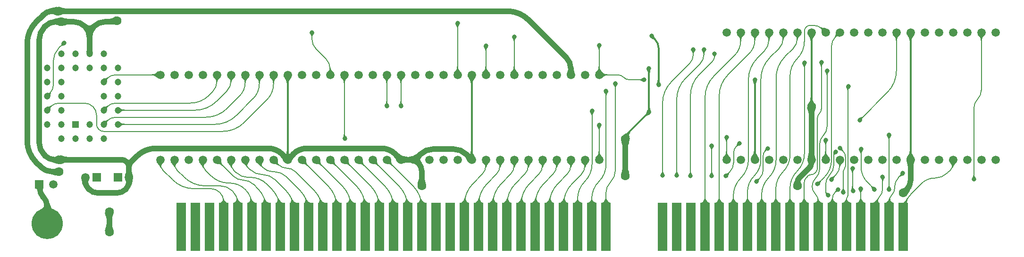
<source format=gbl>
%TF.GenerationSoftware,KiCad,Pcbnew,9.0.5-9.0.5~ubuntu24.04.1*%
%TF.CreationDate,2025-10-17T19:25:12+02:00*%
%TF.ProjectId,Memory Board,4d656d6f-7279-4204-926f-6172642e6b69,V0*%
%TF.SameCoordinates,Original*%
%TF.FileFunction,Copper,L2,Bot*%
%TF.FilePolarity,Positive*%
%FSLAX46Y46*%
G04 Gerber Fmt 4.6, Leading zero omitted, Abs format (unit mm)*
G04 Created by KiCad (PCBNEW 9.0.5-9.0.5~ubuntu24.04.1) date 2025-10-17 19:25:12*
%MOMM*%
%LPD*%
G01*
G04 APERTURE LIST*
%TA.AperFunction,ComponentPad*%
%ADD10R,1.500000X1.500000*%
%TD*%
%TA.AperFunction,ComponentPad*%
%ADD11C,1.500000*%
%TD*%
%TA.AperFunction,ComponentPad*%
%ADD12C,5.600000*%
%TD*%
%TA.AperFunction,ComponentPad*%
%ADD13R,1.200000X1.200000*%
%TD*%
%TA.AperFunction,ComponentPad*%
%ADD14C,1.200000*%
%TD*%
%TA.AperFunction,ConnectorPad*%
%ADD15R,1.780000X8.620000*%
%TD*%
%TA.AperFunction,ViaPad*%
%ADD16C,1.600000*%
%TD*%
%TA.AperFunction,ViaPad*%
%ADD17C,0.800000*%
%TD*%
%TA.AperFunction,Conductor*%
%ADD18C,1.000000*%
%TD*%
%TA.AperFunction,Conductor*%
%ADD19C,0.380000*%
%TD*%
%TA.AperFunction,Conductor*%
%ADD20C,0.200000*%
%TD*%
G04 APERTURE END LIST*
D10*
%TO.P,C4,1*%
%TO.N,12V*%
X-15240000Y9525000D03*
D11*
%TO.P,C4,2*%
%TO.N,GND*%
X-17240000Y9525000D03*
%TD*%
D12*
%TO.P,H10,1,GND*%
%TO.N,GND*%
X-24130000Y1270000D03*
%TD*%
D10*
%TO.P,LED1,1,K*%
%TO.N,GND*%
X-25527000Y8255000D03*
D11*
%TO.P,LED1,2,A*%
%TO.N,Net-(LED1-A)*%
X-22987000Y8255000D03*
%TD*%
D13*
%TO.P,IC5,1,N.C.*%
%TO.N,unconnected-(IC5-N.C.-Pad1)*%
X-19050000Y19050000D03*
D14*
%TO.P,IC5,2,A16*%
%TO.N,/A16*%
X-16510000Y16510000D03*
%TO.P,IC5,3,A15*%
%TO.N,/A15*%
X-16510000Y19050000D03*
%TO.P,IC5,4,A12*%
%TO.N,/A12*%
X-13970000Y16510000D03*
%TO.P,IC5,5,A7*%
%TO.N,/A7*%
X-11430000Y19050000D03*
%TO.P,IC5,6,A6*%
%TO.N,/A6*%
X-13970000Y19050000D03*
%TO.P,IC5,7,A5*%
%TO.N,/A5*%
X-11430000Y21590000D03*
%TO.P,IC5,8,A4*%
%TO.N,/A4*%
X-13970000Y21590000D03*
%TO.P,IC5,9,A3*%
%TO.N,/A3*%
X-11430000Y24130000D03*
%TO.P,IC5,10,A2*%
%TO.N,/A2*%
X-13970000Y24130000D03*
%TO.P,IC5,11,A1*%
%TO.N,/A1*%
X-11430000Y26670000D03*
%TO.P,IC5,12,A0*%
%TO.N,/A0*%
X-13970000Y26670000D03*
%TO.P,IC5,13,DQ0*%
%TO.N,/D0*%
X-11430000Y29210000D03*
%TO.P,IC5,14,DQ1*%
%TO.N,/D1*%
X-13970000Y31750000D03*
%TO.P,IC5,15,DQ2*%
%TO.N,/D2*%
X-13970000Y29210000D03*
%TO.P,IC5,16,GND*%
%TO.N,GND*%
X-16510000Y31750000D03*
%TO.P,IC5,17,DQ3*%
%TO.N,/D3*%
X-16510000Y29210000D03*
%TO.P,IC5,18,DQ4*%
%TO.N,/D4*%
X-19050000Y31750000D03*
%TO.P,IC5,19,DQ5*%
%TO.N,/D5*%
X-19050000Y29210000D03*
%TO.P,IC5,20,DQ6*%
%TO.N,/D6*%
X-21590000Y31750000D03*
%TO.P,IC5,21,DQ7*%
%TO.N,/D7*%
X-24130000Y29210000D03*
%TO.P,IC5,22,~{CE}*%
%TO.N,/~{Device Select}*%
X-21590000Y29210000D03*
%TO.P,IC5,23,A10*%
%TO.N,/A10*%
X-24130000Y26670000D03*
%TO.P,IC5,24,~{OE}*%
%TO.N,/~{RD}*%
X-21590000Y26670000D03*
%TO.P,IC5,25,A11*%
%TO.N,/A11*%
X-24130000Y24130000D03*
%TO.P,IC5,26,A9*%
%TO.N,/A9*%
X-21590000Y24130000D03*
%TO.P,IC5,27,A8*%
%TO.N,/A8*%
X-24130000Y21590000D03*
%TO.P,IC5,28,A13*%
%TO.N,/A13*%
X-21590000Y21590000D03*
%TO.P,IC5,29,A14*%
%TO.N,/A14*%
X-24130000Y19050000D03*
%TO.P,IC5,30,N.C.*%
%TO.N,unconnected-(IC5-N.C.-Pad30)*%
X-21590000Y16510000D03*
%TO.P,IC5,31,~{WE}*%
%TO.N,/~{WD}*%
X-21590000Y19050000D03*
%TO.P,IC5,32,3V*%
%TO.N,/3.3V*%
X-19050000Y16510000D03*
%TD*%
D10*
%TO.P,C3,1*%
%TO.N,/5V*%
X-11430000Y9525000D03*
D11*
%TO.P,C3,2*%
%TO.N,GND*%
X-9430000Y9525000D03*
%TD*%
%TO.P,B2,1,A0*%
%TO.N,AM0*%
X97790000Y12700000D03*
%TO.P,B2,2,A1*%
%TO.N,AM1*%
X100330000Y12700000D03*
%TO.P,B2,3,5V*%
%TO.N,/5V*%
X102870000Y12700000D03*
%TO.P,B2,4,A2*%
%TO.N,AM2*%
X105410000Y12700000D03*
%TO.P,B2,5,A3*%
%TO.N,AM3*%
X107950000Y12700000D03*
%TO.P,B2,6,A4*%
%TO.N,AM4*%
X110490000Y12700000D03*
%TO.P,B2,7,GND*%
%TO.N,GND*%
X113030000Y12700000D03*
%TO.P,B2,8,~{Memory_B}*%
%TO.N,~{Memory B}*%
X115570000Y12700000D03*
%TO.P,B2,9,D0*%
%TO.N,DM0*%
X118110000Y12700000D03*
%TO.P,B2,10,D1*%
%TO.N,DM1*%
X120650000Y12700000D03*
%TO.P,B2,11,D2*%
%TO.N,DM2*%
X123190000Y12700000D03*
%TO.P,B2,12,D3*%
%TO.N,DM3*%
X125730000Y12700000D03*
%TO.P,B2,13,~{Memory_A}*%
%TO.N,~{Memory A}*%
X128270000Y12700000D03*
%TO.P,B2,14,GND*%
%TO.N,GND*%
X130810000Y12700000D03*
%TO.P,B2,15,~{WD}*%
%TO.N,~{Main WD}*%
X133350000Y12700000D03*
%TO.P,B2,16,A5*%
%TO.N,AM5*%
X135890000Y12700000D03*
%TO.P,B2,17,A6*%
%TO.N,AM6*%
X138430000Y12700000D03*
%TO.P,B2,18,A7*%
%TO.N,AM7*%
X140970000Y12700000D03*
%TO.P,B2,19,A8*%
%TO.N,AM8*%
X143510000Y12700000D03*
%TO.P,B2,20,A9*%
%TO.N,AM9*%
X146050000Y12700000D03*
%TO.P,B2,21,A10*%
%TO.N,AM10*%
X146050000Y35560000D03*
%TO.P,B2,22,A11*%
%TO.N,AM11*%
X143510000Y35560000D03*
%TO.P,B2,23,5V*%
%TO.N,/5V*%
X140970000Y35560000D03*
%TO.P,B2,24,A12*%
%TO.N,AM12*%
X138430000Y35560000D03*
%TO.P,B2,25,A13*%
%TO.N,AM13*%
X135890000Y35560000D03*
%TO.P,B2,26,A14*%
%TO.N,AM14*%
X133350000Y35560000D03*
%TO.P,B2,27,GND*%
%TO.N,GND*%
X130810000Y35560000D03*
%TO.P,B2,28,D4*%
%TO.N,DM4*%
X128270000Y35560000D03*
%TO.P,B2,29,D5*%
%TO.N,DM5*%
X125730000Y35560000D03*
%TO.P,B2,30,D6*%
%TO.N,DM6*%
X123190000Y35560000D03*
%TO.P,B2,31,D7*%
%TO.N,DM7*%
X120650000Y35560000D03*
%TO.P,B2,32,~{RD}*%
%TO.N,~{Main RD}*%
X118110000Y35560000D03*
%TO.P,B2,33,A15*%
%TO.N,AM15*%
X115570000Y35560000D03*
%TO.P,B2,34,GND*%
%TO.N,GND*%
X113030000Y35560000D03*
%TO.P,B2,35,A16*%
%TO.N,AM16*%
X110490000Y35560000D03*
%TO.P,B2,36,A17*%
%TO.N,AM17*%
X107950000Y35560000D03*
%TO.P,B2,37,A18*%
%TO.N,AM18*%
X105410000Y35560000D03*
%TO.P,B2,38,A19*%
%TO.N,AM19*%
X102870000Y35560000D03*
%TO.P,B2,39,A20*%
%TO.N,AM20*%
X100330000Y35560000D03*
%TO.P,B2,40,N.C.*%
%TO.N,unconnected-(B2-N.C.-Pad40)*%
X97790000Y35560000D03*
%TD*%
D15*
%TO.P,J1,A1,A1*%
%TO.N,~{Reset System}*%
X-50800Y635000D03*
%TO.P,J1,A2,A2*%
%TO.N,unconnected-(J1-PadA2)*%
X2489200Y635000D03*
%TO.P,J1,A3,A3*%
%TO.N,unconnected-(J1-PadA3)*%
X5029200Y635000D03*
%TO.P,J1,A4,A4*%
%TO.N,AD0*%
X7569200Y635000D03*
%TO.P,J1,A5,A5*%
%TO.N,AD1*%
X10109200Y635000D03*
%TO.P,J1,A6,A6*%
%TO.N,AD2*%
X12649200Y635000D03*
%TO.P,J1,A7,A7*%
%TO.N,AD3*%
X15189200Y635000D03*
%TO.P,J1,A8,A8*%
%TO.N,AD4*%
X17729200Y635000D03*
%TO.P,J1,A9,A9*%
%TO.N,AD5*%
X20269200Y635000D03*
%TO.P,J1,A10,A10*%
%TO.N,AD6*%
X22809200Y635000D03*
%TO.P,J1,A11,A11*%
%TO.N,AD7*%
X25349200Y635000D03*
%TO.P,J1,A12,A12*%
%TO.N,AD8*%
X27889200Y635000D03*
%TO.P,J1,A13,A13*%
%TO.N,AD9*%
X30429200Y635000D03*
%TO.P,J1,A14,A14*%
%TO.N,AD10*%
X32969200Y635000D03*
%TO.P,J1,A15,A15*%
%TO.N,AD11*%
X35509200Y635000D03*
%TO.P,J1,A16,A16*%
%TO.N,AD12*%
X38049200Y635000D03*
%TO.P,J1,A17,A17*%
%TO.N,AD13*%
X40589200Y635000D03*
%TO.P,J1,A18,A18*%
%TO.N,AD14*%
X43129200Y635000D03*
%TO.P,J1,A19,A19*%
%TO.N,unconnected-(J1-PadA19)*%
X45669200Y635000D03*
%TO.P,J1,A20,A20*%
%TO.N,unconnected-(J1-PadA20)*%
X48209200Y635000D03*
%TO.P,J1,A21,A21*%
%TO.N,DD7*%
X50749200Y635000D03*
%TO.P,J1,A22,A22*%
%TO.N,DD6*%
X53289200Y635000D03*
%TO.P,J1,A23,A23*%
%TO.N,DD5*%
X55829200Y635000D03*
%TO.P,J1,A24,A24*%
%TO.N,DD4*%
X58369200Y635000D03*
%TO.P,J1,A25,A25*%
%TO.N,DD3*%
X60909200Y635000D03*
%TO.P,J1,A26,A26*%
%TO.N,DD2*%
X63449200Y635000D03*
%TO.P,J1,A27,A27*%
%TO.N,DD1*%
X65989200Y635000D03*
%TO.P,J1,A28,A28*%
%TO.N,DD0*%
X68529200Y635000D03*
%TO.P,J1,A29,A29*%
%TO.N,HD2*%
X71069200Y635000D03*
%TO.P,J1,A30,A30*%
%TO.N,HD1*%
X73609200Y635000D03*
%TO.P,J1,A31,A31*%
%TO.N,HD0*%
X76149200Y635000D03*
%TO.P,J1,C1,C1*%
%TO.N,AM23*%
X86309200Y635000D03*
%TO.P,J1,C2,C2*%
%TO.N,AM22*%
X88849200Y635000D03*
%TO.P,J1,C3,C3*%
%TO.N,AM21*%
X91389200Y635000D03*
%TO.P,J1,C4,C4*%
%TO.N,AM20*%
X93929200Y635000D03*
%TO.P,J1,C5,C5*%
%TO.N,AM19*%
X96469200Y635000D03*
%TO.P,J1,C6,C6*%
%TO.N,AM18*%
X99009200Y635000D03*
%TO.P,J1,C7,C7*%
%TO.N,AM17*%
X101549200Y635000D03*
%TO.P,J1,C8,C8*%
%TO.N,AM16*%
X104089200Y635000D03*
%TO.P,J1,C9,C9*%
%TO.N,AM15*%
X106629200Y635000D03*
%TO.P,J1,C10,C10*%
%TO.N,AM14*%
X109169200Y635000D03*
%TO.P,J1,C11,C11*%
%TO.N,AM13*%
X111709200Y635000D03*
%TO.P,J1,C12,C12*%
%TO.N,AM12*%
X114249200Y635000D03*
%TO.P,J1,C13,C13*%
%TO.N,AM11*%
X116789200Y635000D03*
%TO.P,J1,C14,C14*%
%TO.N,AM10*%
X119329200Y635000D03*
%TO.P,J1,C15,C15*%
%TO.N,AM9*%
X121869200Y635000D03*
%TO.P,J1,C16,C16*%
%TO.N,AM8*%
X124409200Y635000D03*
%TO.P,J1,C17,C17*%
%TO.N,AM7*%
X126949200Y635000D03*
%TO.P,J1,C18,C18*%
%TO.N,AM6*%
X129489200Y635000D03*
%TD*%
D11*
%TO.P,B1,1,A0_{IN}*%
%TO.N,AD0*%
X-3810000Y12700000D03*
%TO.P,B1,2,A1_{IN}*%
%TO.N,AD1*%
X-1270000Y12700000D03*
%TO.P,B1,3,5V*%
%TO.N,/5V*%
X1270000Y12700000D03*
%TO.P,B1,4,A2_{IN}*%
%TO.N,AD2*%
X3810000Y12700000D03*
%TO.P,B1,5,A3_{IN}*%
%TO.N,AD3*%
X6350000Y12700000D03*
%TO.P,B1,6,A4_{IN}*%
%TO.N,AD4*%
X8890000Y12700000D03*
%TO.P,B1,7,A5_{IN}*%
%TO.N,AD5*%
X11430000Y12700000D03*
%TO.P,B1,8,A6_{IN}*%
%TO.N,AD6*%
X13970000Y12700000D03*
%TO.P,B1,9,A7_{IN}*%
%TO.N,AD7*%
X16510000Y12700000D03*
%TO.P,B1,10,GND*%
%TO.N,GND*%
X19050000Y12700000D03*
%TO.P,B1,11,A8_{IN}*%
%TO.N,AD8*%
X21590000Y12700000D03*
%TO.P,B1,12,A9_{IN}*%
%TO.N,AD9*%
X24130000Y12700000D03*
%TO.P,B1,13,A10_{IN}*%
%TO.N,AD10*%
X26670000Y12700000D03*
%TO.P,B1,14,A11_{IN}*%
%TO.N,AD11*%
X29210000Y12700000D03*
%TO.P,B1,15,A12_{IN}*%
%TO.N,AD12*%
X31750000Y12700000D03*
%TO.P,B1,16,A13_{IN}*%
%TO.N,AD13*%
X34290000Y12700000D03*
%TO.P,B1,17,A14_{IN}*%
%TO.N,AD14*%
X36830000Y12700000D03*
%TO.P,B1,18,A15_{IN}*%
%TO.N,GND*%
X39370000Y12700000D03*
%TO.P,B1,19,A16_{IN}*%
X41910000Y12700000D03*
%TO.P,B1,20,~{RD}_{IN}*%
%TO.N,D~{RD}*%
X44450000Y12700000D03*
%TO.P,B1,21,~{WD}_{IN}*%
%TO.N,D~{WD}*%
X46990000Y12700000D03*
%TO.P,B1,22,S_{IN}*%
%TO.N,Device CLK*%
X49530000Y12700000D03*
%TO.P,B1,23,GND*%
%TO.N,GND*%
X52070000Y12700000D03*
%TO.P,B1,24,D7_{IN/OUT}*%
%TO.N,DD7*%
X54610000Y12700000D03*
%TO.P,B1,25,D6_{IN/OUT}*%
%TO.N,DD6*%
X57150000Y12700000D03*
%TO.P,B1,26,D5_{IN/OUT}*%
%TO.N,DD5*%
X59690000Y12700000D03*
%TO.P,B1,27,D4_{IN/OUT}*%
%TO.N,DD4*%
X62230000Y12700000D03*
%TO.P,B1,28,D3_{IN/OUT}*%
%TO.N,DD3*%
X64770000Y12700000D03*
%TO.P,B1,29,D2_{IN/OUT}*%
%TO.N,DD2*%
X67310000Y12700000D03*
%TO.P,B1,30,D1_{IN/OUT}*%
%TO.N,DD1*%
X69850000Y12700000D03*
%TO.P,B1,31,D0_{IN/OUT}*%
%TO.N,DD0*%
X72390000Y12700000D03*
%TO.P,B1,32,Deivce_~{CS}_{IN}*%
%TO.N,~{Select Device}*%
X74930000Y12700000D03*
%TO.P,B1,33,Deivce_~{CS}*%
%TO.N,/~{Device Select}*%
X74930000Y27940000D03*
%TO.P,B1,34,D0*%
%TO.N,/D0*%
X72390000Y27940000D03*
%TO.P,B1,35,5V*%
%TO.N,/5V*%
X69850000Y27940000D03*
%TO.P,B1,36,D1*%
%TO.N,/D1*%
X67310000Y27940000D03*
%TO.P,B1,37,D2*%
%TO.N,/D2*%
X64770000Y27940000D03*
%TO.P,B1,38,D3*%
%TO.N,/D3*%
X62230000Y27940000D03*
%TO.P,B1,39,D4*%
%TO.N,/D4*%
X59690000Y27940000D03*
%TO.P,B1,40,D5*%
%TO.N,/D5*%
X57150000Y27940000D03*
%TO.P,B1,41,D6*%
%TO.N,/D6*%
X54610000Y27940000D03*
%TO.P,B1,42,GND*%
%TO.N,GND*%
X52070000Y27940000D03*
%TO.P,B1,43,D7*%
%TO.N,/D7*%
X49530000Y27940000D03*
%TO.P,B1,44,S*%
%TO.N,unconnected-(B1-S-Pad44)*%
X46990000Y27940000D03*
%TO.P,B1,45,~{WD}*%
%TO.N,/~{WD}*%
X44450000Y27940000D03*
%TO.P,B1,46,~{RD}*%
%TO.N,/~{RD}*%
X41910000Y27940000D03*
%TO.P,B1,47,A16*%
%TO.N,/A16*%
X39370000Y27940000D03*
%TO.P,B1,48,A15*%
%TO.N,/A15*%
X36830000Y27940000D03*
%TO.P,B1,49,A14*%
%TO.N,/A14*%
X34290000Y27940000D03*
%TO.P,B1,50,A13*%
%TO.N,/A13*%
X31750000Y27940000D03*
%TO.P,B1,51,A12*%
%TO.N,/A12*%
X29210000Y27940000D03*
%TO.P,B1,52,A11*%
%TO.N,/A11*%
X26670000Y27940000D03*
%TO.P,B1,53,A10*%
%TO.N,/A10*%
X24130000Y27940000D03*
%TO.P,B1,54,A9*%
%TO.N,/A9*%
X21590000Y27940000D03*
%TO.P,B1,55,GND*%
%TO.N,GND*%
X19050000Y27940000D03*
%TO.P,B1,56,A8*%
%TO.N,/A8*%
X16510000Y27940000D03*
%TO.P,B1,57,A7*%
%TO.N,/A7*%
X13970000Y27940000D03*
%TO.P,B1,58,A6*%
%TO.N,/A6*%
X11430000Y27940000D03*
%TO.P,B1,59,A5*%
%TO.N,/A5*%
X8890000Y27940000D03*
%TO.P,B1,60,A4*%
%TO.N,/A4*%
X6350000Y27940000D03*
%TO.P,B1,61,A3*%
%TO.N,/A3*%
X3810000Y27940000D03*
%TO.P,B1,62,A2*%
%TO.N,/A2*%
X1270000Y27940000D03*
%TO.P,B1,63,A1*%
%TO.N,/A1*%
X-1270000Y27940000D03*
%TO.P,B1,64,A0*%
%TO.N,/A0*%
X-3810000Y27940000D03*
%TD*%
D16*
%TO.N,/5V*%
X-21970994Y10541006D03*
X-12947961Y3352579D03*
X-22224996Y39370000D03*
D17*
X102870000Y27051004D03*
D16*
X-12954000Y-247421D03*
D17*
%TO.N,/3.3V*%
X85598000Y26162000D03*
X84328000Y34925002D03*
D16*
%TO.N,GND*%
X110490000Y8001000D03*
X129489200Y6731000D03*
X79629000Y16383000D03*
X-11557000Y37656000D03*
D17*
X83820000Y29083000D03*
D16*
X-21590000Y37465000D03*
X43104174Y8052174D03*
X113030000Y22225000D03*
X-21843998Y12700000D03*
X79629000Y9779000D03*
D17*
X83896204Y21205000D03*
%TO.N,/D4*%
X59690000Y34798000D03*
%TO.N,/D6*%
X54610000Y33135000D03*
%TO.N,/A12*%
X29337000Y16510000D03*
%TO.N,/A11*%
X23397400Y35560000D03*
X-21082000Y33655000D03*
%TO.N,~{Select Device}*%
X74930000Y18930000D03*
%TO.N,DM4*%
X95123000Y9779000D03*
X121666000Y19812000D03*
X95123000Y15239998D03*
%TO.N,~{Memory B}*%
X115570000Y16244000D03*
%TO.N,DM5*%
X95631000Y31750000D03*
X91313000Y9779000D03*
%TO.N,AM2*%
X120499000Y7112000D03*
X120396000Y11176000D03*
%TO.N,/D7*%
X49530000Y37211000D03*
%TO.N,AM3*%
X118745000Y6858000D03*
X118182400Y14762217D03*
%TO.N,/~{Device Select}*%
X74930000Y33274000D03*
X83040002Y27051000D03*
%TO.N,~{Main RD}*%
X114109500Y8318500D03*
%TO.N,AM10*%
X119634000Y25908000D03*
%TO.N,DM0*%
X116586000Y9144000D03*
%TO.N,DM1*%
X105156000Y14732000D03*
X103124000Y8763000D03*
%TO.N,AM1*%
X121920000Y14605000D03*
X124333000Y7366000D03*
%TO.N,AM9*%
X121869200Y7493000D03*
%TO.N,DM6*%
X93726000Y32512000D03*
X88849195Y9855193D03*
%TO.N,AM12*%
X115824000Y28702000D03*
%TO.N,AM0*%
X126949200Y7366000D03*
X97790000Y16764000D03*
X126949200Y17145000D03*
%TO.N,AM14*%
X111760004Y30099000D03*
%TO.N,AM11*%
X142176498Y9207498D03*
X117783081Y7375419D03*
%TO.N,AM8*%
X125806200Y9652000D03*
%TO.N,/A16*%
X39370000Y22351996D03*
%TO.N,/A15*%
X36830000Y22352000D03*
%TO.N,DM7*%
X91821000Y32512000D03*
X86309197Y9855197D03*
%TO.N,AM4*%
X117370001Y14097000D03*
X116068831Y6296169D03*
%TO.N,AM13*%
X114808008Y30226000D03*
%TO.N,DM3*%
X100076000Y15621000D03*
X97663000Y9779000D03*
%TO.N,AM7*%
X129413000Y10258347D03*
%TO.N,HD1*%
X76177669Y25041331D03*
%TO.N,HD2*%
X73660000Y21463000D03*
%TO.N,HD0*%
X77851000Y26405000D03*
%TD*%
D18*
%TO.N,GND*%
X110878321Y9487661D02*
G75*
G03*
X110490017Y8550170I937479J-937461D01*
G01*
D19*
X83858102Y29044898D02*
G75*
G02*
X83896208Y28952911I-92002J-91998D01*
G01*
D18*
X-22606000Y37465000D02*
G75*
G03*
X-24340420Y36746579I3J-2452846D01*
G01*
X-9827000Y12303000D02*
G75*
G03*
X-10785442Y12700000I-958443J-958442D01*
G01*
X22518840Y14732000D02*
G75*
G03*
X20065988Y13716012I-40J-3468800D01*
G01*
X-16593000Y7378000D02*
G75*
G03*
X-15031003Y6731000I1561994J1561992D01*
G01*
X-10048999Y7349999D02*
G75*
G02*
X-11543398Y6731000I-1494396J1494396D01*
G01*
X-24765000Y5969000D02*
G75*
G02*
X-24130000Y4435974I-1533028J-1533027D01*
G01*
X-25527000Y15735235D02*
G75*
G03*
X-24638000Y13589000I3035239J2D01*
G01*
X51117500Y13652500D02*
G75*
G03*
X48817961Y14604984I-2299500J-2299500D01*
G01*
X-17240000Y8775000D02*
G75*
G03*
X-16709669Y7494669I1810666J3D01*
G01*
X-11652500Y37560500D02*
G75*
G02*
X-11883057Y37465000I-230553J230547D01*
G01*
X45162038Y14605000D02*
G75*
G03*
X42862489Y13652511I-38J-3252000D01*
G01*
X-9430000Y11344557D02*
G75*
G03*
X-9827000Y12303000I-1355436J3D01*
G01*
X-9033000Y12303000D02*
G75*
G03*
X-9430000Y11344557I958447J-958444D01*
G01*
X-9827000Y12303000D02*
G75*
G03*
X-9033000Y12303000I397000J396999D01*
G01*
X130810000Y8985746D02*
G75*
G02*
X130149634Y7391366I-2254800J-46D01*
G01*
X113030000Y12169670D02*
G75*
G02*
X112654979Y11264361I-1280300J30D01*
G01*
D19*
X79825150Y17133946D02*
G75*
G03*
X79629002Y16660398I473550J-473546D01*
G01*
D18*
X-9430000Y8747000D02*
G75*
G02*
X-9980129Y7418870I-1878249J-5D01*
G01*
X-24574500Y36512500D02*
G75*
G03*
X-25527000Y34212961I2299546J-2299541D01*
G01*
X18034000Y13716000D02*
G75*
G03*
X15581159Y14731997I-2452840J-2452850D01*
G01*
X42507087Y12102913D02*
G75*
G02*
X43104189Y10661417I-1441487J-1441513D01*
G01*
X-16510000Y34646566D02*
G75*
G03*
X-17335500Y36639500I-2818430J2D01*
G01*
X-15684500Y36639500D02*
G75*
G03*
X-16510000Y34646566I1992941J-1992937D01*
G01*
X-17335500Y36639500D02*
G75*
G03*
X-15684500Y36639500I825500J825498D01*
G01*
X-13691566Y37465000D02*
G75*
G03*
X-15684500Y36639500I3J-2818441D01*
G01*
X38354000Y13716000D02*
G75*
G03*
X35901159Y14731983I-2452800J-2452800D01*
G01*
X-24422519Y13373519D02*
G75*
G03*
X-22796499Y12700000I1626017J1626015D01*
G01*
X-25400000Y7429500D02*
G75*
G03*
X-24816283Y6020283I1992942J4D01*
G01*
X-17335500Y36639500D02*
G75*
G03*
X-19328433Y37465000I-1992935J-1992937D01*
G01*
X-4605716Y14732000D02*
G75*
G03*
X-8017000Y13319000I2J-4824290D01*
G01*
D19*
%TO.N,/3.3V*%
X84963000Y34290002D02*
G75*
G02*
X85597991Y32756976I-1533000J-1533002D01*
G01*
D18*
%TO.N,/5V*%
X-12950980Y3349559D02*
G75*
G03*
X-12954000Y3342269I7292J-7291D01*
G01*
X-23177498Y39370000D02*
G75*
G03*
X-24803520Y38696479I4J-2299551D01*
G01*
X69041776Y31034222D02*
G75*
G02*
X69850012Y29083000I-1951176J-1951222D01*
G01*
X62299792Y37776207D02*
G75*
G03*
X58452036Y39370010I-3847792J-3847807D01*
G01*
X-25237134Y11394134D02*
G75*
G03*
X-23177500Y10541006I2059630J2059626D01*
G01*
X-26092207Y37407792D02*
G75*
G03*
X-27686000Y33560036I3847766J-3847760D01*
G01*
X-27686000Y16096963D02*
G75*
G03*
X-26092207Y12249207I5441554J2D01*
G01*
D20*
%TO.N,HD0*%
X77851000Y10779154D02*
G75*
G02*
X77000087Y8724913I-2905200J46D01*
G01*
X77000100Y8724900D02*
G75*
G03*
X76149181Y6670645I2054300J-2054300D01*
G01*
%TO.N,HD2*%
X73660000Y11915772D02*
G75*
G02*
X72364592Y8788408I-4422800J28D01*
G01*
X72364600Y8788400D02*
G75*
G03*
X71069189Y5661027I3127400J-3127400D01*
G01*
%TO.N,HD1*%
X76177669Y11877650D02*
G75*
G02*
X74893434Y8777234I-4384649J0D01*
G01*
X74893434Y8777234D02*
G75*
G03*
X73609172Y5676818I3100366J-3100434D01*
G01*
%TO.N,AM7*%
X128651286Y9496633D02*
G75*
G03*
X127965205Y7840273I1656314J-1656333D01*
G01*
X127965200Y7588420D02*
G75*
G02*
X127457206Y6361994I-1734400J-20D01*
G01*
X127457200Y6362000D02*
G75*
G03*
X126949208Y5135579I1226400J-1226400D01*
G01*
%TO.N,AM20*%
X100330000Y34036000D02*
G75*
G02*
X99252377Y31434361I-3679300J0D01*
G01*
X95522992Y27704992D02*
G75*
G03*
X93929189Y23857236I3847808J-3847792D01*
G01*
%TO.N,DM3*%
X99568000Y15113000D02*
G75*
G03*
X99060008Y13886579I1226400J-1226400D01*
G01*
X99060000Y12163828D02*
G75*
G02*
X98361508Y10477492I-2384800J-28D01*
G01*
%TO.N,AM13*%
X113680407Y10302407D02*
G75*
G02*
X113030000Y10032995I-650407J650393D01*
G01*
X114098300Y11206294D02*
G75*
G02*
X113754648Y10376652I-1173300J6D01*
G01*
X113030000Y10033000D02*
G75*
G03*
X112379595Y9763589I0J-919800D01*
G01*
X114808008Y21850174D02*
G75*
G02*
X114453133Y20993502I-1211508J26D01*
G01*
X112179100Y9563100D02*
G75*
G03*
X111709216Y8428661I1134400J-1134400D01*
G01*
X114453154Y20993481D02*
G75*
G03*
X114098295Y20136787I856646J-856681D01*
G01*
%TO.N,AM4*%
X115570000Y7147726D02*
G75*
G03*
X115819414Y6545583I851500J-26D01*
G01*
X116295000Y9938314D02*
G75*
G03*
X115569992Y8188008I1750300J-1750314D01*
G01*
X117195001Y13922000D02*
G75*
G03*
X117019995Y13499512I422499J-422500D01*
G01*
X117020001Y11688620D02*
G75*
G02*
X116295009Y9938305I-2475301J-20D01*
G01*
%TO.N,DM7*%
X87902989Y26688989D02*
G75*
G03*
X86309160Y22841233I3847711J-3847789D01*
G01*
X91821000Y31559500D02*
G75*
G02*
X91147472Y29933488I-2299500J0D01*
G01*
%TO.N,AM6*%
X138430000Y12001500D02*
G75*
G02*
X137936079Y10809091I-1686300J0D01*
G01*
X135133600Y9398000D02*
G75*
G03*
X132758339Y8414123I0J-3359100D01*
G01*
X137477500Y10350500D02*
G75*
G02*
X135177961Y9398016I-2299500J2299500D01*
G01*
X131082992Y6738792D02*
G75*
G03*
X129489189Y2891036I3847808J-3847792D01*
G01*
%TO.N,AM8*%
X125806200Y7529828D02*
G75*
G02*
X125107708Y5843492I-2384800J-28D01*
G01*
X125107700Y5843500D02*
G75*
G03*
X124409212Y4157171I1686300J-1686300D01*
G01*
%TO.N,AM11*%
X142843249Y23590249D02*
G75*
G03*
X142176511Y21980569I1609651J-1609649D01*
G01*
X117286140Y6878478D02*
G75*
G03*
X116789241Y5678758I1199760J-1199678D01*
G01*
X143510000Y25199928D02*
G75*
G02*
X142843257Y23590241I-2276400J-28D01*
G01*
%TO.N,AM14*%
X110464602Y10642602D02*
G75*
G03*
X109169189Y7515224I3127398J-3127402D01*
G01*
X111760004Y13769979D02*
G75*
G02*
X110464597Y10642607I-4422804J21D01*
G01*
%TO.N,/A4*%
X4953000Y24257000D02*
G75*
G02*
X1580343Y22860000I-3372656J3372656D01*
G01*
X-11801974Y22860000D02*
G75*
G03*
X-13335000Y22225000I5J-2168039D01*
G01*
X6350000Y26797000D02*
G75*
G02*
X5541777Y24845775I-2759450J0D01*
G01*
%TO.N,AM15*%
X112844012Y36830000D02*
G75*
G03*
X112077496Y36512504I-12J-1084000D01*
G01*
X114935000Y36195000D02*
G75*
G03*
X113401974Y36829989I-1533000J-1533000D01*
G01*
X111760000Y33946001D02*
G75*
G02*
X110476600Y30847600I-4381800J-1D01*
G01*
X110476600Y30847600D02*
G75*
G03*
X109193201Y27749198I3098400J-3098400D01*
G01*
X107911200Y10502200D02*
G75*
G03*
X106629209Y7407178I3095000J-3095000D01*
G01*
X109193200Y13597221D02*
G75*
G02*
X107911206Y10502194I-4377000J-21D01*
G01*
X112077500Y36512500D02*
G75*
G03*
X111760005Y35745987I766500J-766500D01*
G01*
%TO.N,AM16*%
X105384600Y9499600D02*
G75*
G03*
X104089189Y6372227I3127400J-3127400D01*
G01*
X108273792Y31184792D02*
G75*
G03*
X106679989Y27337036I3847808J-3847792D01*
G01*
X110490000Y34480500D02*
G75*
G02*
X109726669Y32637687I-2606100J0D01*
G01*
X106680000Y12626972D02*
G75*
G02*
X105384592Y9499608I-4422800J28D01*
G01*
%TO.N,AM12*%
X113157000Y7884302D02*
G75*
G03*
X113703099Y6565899I1864500J-2D01*
G01*
X113740716Y9346716D02*
G75*
G03*
X113156990Y7937500I1409184J-1409216D01*
G01*
X113703100Y6565900D02*
G75*
G02*
X114249199Y5247497I-1318400J-1318400D01*
G01*
X115162050Y17041850D02*
G75*
G03*
X114500116Y15443761I1598050J-1598050D01*
G01*
X115824000Y18639938D02*
G75*
G02*
X115162061Y17041839I-2260000J-38D01*
G01*
X114500100Y11055815D02*
G75*
G02*
X113828554Y9434546I-2292800J-15D01*
G01*
%TO.N,/A8*%
X11245792Y19373792D02*
G75*
G02*
X7398036Y17780003I-3847752J3847758D01*
G01*
X-15875000Y22225000D02*
G75*
G02*
X-15240000Y20691974I-1533028J-1533027D01*
G01*
X16510000Y26289000D02*
G75*
G02*
X15342573Y23470559I-3985900J0D01*
G01*
X-14859000Y18161000D02*
G75*
G03*
X-13939184Y17780000I919814J919813D01*
G01*
X-15875000Y22225000D02*
G75*
G03*
X-17408025Y22860000I-1533028J-1533030D01*
G01*
X-15240000Y19080815D02*
G75*
G03*
X-14859000Y18161000I1300815J0D01*
G01*
X-21961974Y22860000D02*
G75*
G03*
X-23495000Y22225000I5J-2168039D01*
G01*
%TO.N,DM6*%
X90442987Y27323987D02*
G75*
G03*
X88849160Y23476231I3847713J-3847787D01*
G01*
X93726000Y31559500D02*
G75*
G02*
X93052472Y29933488I-2299500J0D01*
G01*
%TO.N,/A0*%
X-11801974Y27940000D02*
G75*
G03*
X-13335000Y27305000I5J-2168039D01*
G01*
%TO.N,AM1*%
X121920000Y11485248D02*
G75*
G03*
X123126486Y8572486I4119200J-48D01*
G01*
%TO.N,DM1*%
X104360000Y10872983D02*
G75*
G02*
X103741995Y9381005I-2110000J17D01*
G01*
X104758000Y14334000D02*
G75*
G03*
X104359953Y13373143I960800J-960900D01*
G01*
%TO.N,DM0*%
X118110000Y11684000D02*
G75*
G02*
X117391571Y9949587I-2452800J0D01*
G01*
%TO.N,AM10*%
X119560000Y6259200D02*
G75*
G02*
X119444600Y5980600I-394000J0D01*
G01*
X119597000Y25871000D02*
G75*
G03*
X119560011Y25781674I89300J-89300D01*
G01*
X119444600Y5980600D02*
G75*
G03*
X119329200Y5701999I278600J-278600D01*
G01*
%TO.N,~{Main RD}*%
X116620001Y12604193D02*
G75*
G02*
X115364748Y9573752I-4285701J7D01*
G01*
X117365000Y34815000D02*
G75*
G03*
X116619995Y33016412I1798600J-1798600D01*
G01*
%TO.N,/~{Device Select}*%
X79311500Y27495500D02*
G75*
G03*
X80384617Y27051007I1073100J1073100D01*
G01*
X79311500Y27495500D02*
G75*
G03*
X78238382Y27939993I-1073100J-1073100D01*
G01*
%TO.N,AM3*%
X119160000Y11596449D02*
G75*
G02*
X118952485Y11095515I-708500J51D01*
G01*
X118671200Y14273417D02*
G75*
G02*
X119160025Y13093349I-1180100J-1180117D01*
G01*
X118952500Y11095500D02*
G75*
G03*
X118745020Y10594550I500900J-500900D01*
G01*
%TO.N,AM18*%
X105410000Y34290000D02*
G75*
G02*
X104511984Y32121964I-3066100J0D01*
G01*
X103320792Y30930792D02*
G75*
G03*
X101726989Y27083036I3847808J-3847792D01*
G01*
X100368100Y9436100D02*
G75*
G03*
X99009190Y6155425I3280700J-3280700D01*
G01*
X101727000Y12716774D02*
G75*
G02*
X100368093Y9436107I-4639600J26D01*
G01*
%TO.N,AM2*%
X120396000Y7287831D02*
G75*
G03*
X120447491Y7163491I175800J-31D01*
G01*
%TO.N,/A7*%
X13970000Y26352500D02*
G75*
G02*
X12847474Y23642460I-3832600J0D01*
G01*
X9848792Y20643792D02*
G75*
G02*
X6001036Y19050003I-3847752J3847758D01*
G01*
%TO.N,DM5*%
X95631000Y31242000D02*
G75*
G02*
X95271785Y30374793I-1226400J0D01*
G01*
X92906792Y28009792D02*
G75*
G03*
X91312989Y24162036I3847808J-3847792D01*
G01*
%TO.N,AM17*%
X103960000Y12700693D02*
G75*
G02*
X102754598Y9790602I-4115500J7D01*
G01*
X105553792Y31004792D02*
G75*
G03*
X103959989Y27157036I3847808J-3847792D01*
G01*
X102754600Y9790600D02*
G75*
G03*
X101549197Y6880506I2910100J-2910100D01*
G01*
X107950000Y34480500D02*
G75*
G02*
X107186669Y32637687I-2606100J0D01*
G01*
%TO.N,AM19*%
X102870000Y34163000D02*
G75*
G02*
X101882180Y31778162I-3372700J0D01*
G01*
X98062992Y27958992D02*
G75*
G03*
X96469189Y24111236I3847808J-3847792D01*
G01*
%TO.N,DM4*%
X128270000Y28669963D02*
G75*
G02*
X126676199Y24822215I-5441600J37D01*
G01*
%TO.N,DD3*%
X62502992Y8451792D02*
G75*
G03*
X60909189Y4604036I3847808J-3847792D01*
G01*
X64770000Y11709400D02*
G75*
G02*
X64069536Y10018344I-2391500J0D01*
G01*
%TO.N,AD10*%
X31375407Y7994592D02*
G75*
G02*
X32969210Y4146836I-3847807J-3847792D01*
G01*
%TO.N,AD9*%
X28835407Y7994592D02*
G75*
G02*
X30429210Y4146836I-3847807J-3847792D01*
G01*
%TO.N,AD8*%
X26295407Y7994592D02*
G75*
G02*
X27889210Y4146836I-3847807J-3847792D01*
G01*
%TO.N,/A11*%
X-22987000Y26081223D02*
G75*
G02*
X-23558500Y24701500I-1951221J-1D01*
G01*
X23397400Y34440400D02*
G75*
G03*
X24189088Y32529135I2702900J0D01*
G01*
X25924638Y30793561D02*
G75*
G02*
X26670006Y28994100I-1799438J-1799461D01*
G01*
X-22034500Y32702500D02*
G75*
G03*
X-22987000Y30402961I2299546J-2299541D01*
G01*
%TO.N,AD13*%
X38995407Y7994592D02*
G75*
G02*
X40589210Y4146836I-3847807J-3847792D01*
G01*
%TO.N,AD5*%
X16817926Y9090072D02*
G75*
G03*
X14541500Y10032985I-2276426J-2276472D01*
G01*
X11430000Y12255500D02*
G75*
G03*
X11744312Y11496695I1073100J0D01*
G01*
X18675407Y7232592D02*
G75*
G02*
X20269201Y3384836I-3847767J-3847762D01*
G01*
X12319000Y10922000D02*
G75*
G03*
X14465235Y10033002I2146230J2146230D01*
G01*
%TO.N,AD7*%
X17405382Y11804617D02*
G75*
G03*
X18923000Y11175989I1517618J1517583D01*
G01*
X23755407Y7232592D02*
G75*
G02*
X25349210Y3384836I-3847807J-3847792D01*
G01*
X20440617Y10547382D02*
G75*
G03*
X18923000Y11176010I-1517617J-1517582D01*
G01*
%TO.N,/A12*%
X29210000Y16726802D02*
G75*
G03*
X29273499Y16573499I216800J-2D01*
G01*
%TO.N,AD14*%
X41535407Y7994593D02*
G75*
G02*
X43129211Y4146837I-3847807J-3847793D01*
G01*
%TO.N,AD4*%
X9778999Y10413999D02*
G75*
G03*
X11925235Y9525001I2146231J2146231D01*
G01*
X16135406Y7486592D02*
G75*
G02*
X17729203Y3638836I-3847756J-3847762D01*
G01*
X15309334Y8312665D02*
G75*
G03*
X12382500Y9524990I-2926834J-2926865D01*
G01*
X8890000Y12001500D02*
G75*
G03*
X9383920Y10809091I1686300J0D01*
G01*
%TO.N,AD2*%
X11468100Y7327900D02*
G75*
G02*
X12649201Y4476472I-2851430J-2851430D01*
G01*
X3810000Y12001500D02*
G75*
G03*
X4303920Y10809092I1686300J0D01*
G01*
X11468100Y7327900D02*
G75*
G03*
X8616672Y8509001I-2851430J-2851430D01*
G01*
X5301862Y9811137D02*
G75*
G03*
X8445500Y8508998I3143638J3143633D01*
G01*
%TO.N,/A5*%
X8890000Y26860500D02*
G75*
G02*
X8126677Y25017679I-2606140J0D01*
G01*
X6292792Y23183792D02*
G75*
G02*
X2445036Y21590000I-3847757J3847760D01*
G01*
%TO.N,DD5*%
X57422992Y8451792D02*
G75*
G03*
X55829189Y4604036I3847808J-3847792D01*
G01*
X59690000Y11709400D02*
G75*
G02*
X58989536Y10018344I-2391500J0D01*
G01*
%TO.N,AD12*%
X36455407Y7994592D02*
G75*
G02*
X38049210Y4146836I-3847807J-3847792D01*
G01*
%TO.N,AD0*%
X-3810000Y12001500D02*
G75*
G03*
X-3316085Y10809085I1686333J2D01*
G01*
X-1593792Y9086792D02*
G75*
G03*
X2253963Y7493000I3847752J3847748D01*
G01*
X6896100Y6819900D02*
G75*
G03*
X5271092Y7492997I-1625000J-1625000D01*
G01*
X6896100Y6819900D02*
G75*
G02*
X7569197Y5194892I-1625000J-1625000D01*
G01*
%TO.N,DD1*%
X69850000Y11709400D02*
G75*
G02*
X69149536Y10018344I-2391500J0D01*
G01*
X67582992Y8451792D02*
G75*
G03*
X65989189Y4604036I3847808J-3847792D01*
G01*
%TO.N,AD1*%
X9182100Y7073900D02*
G75*
G02*
X10109193Y4835682I-2238200J-2238200D01*
G01*
X438207Y9594792D02*
G75*
G03*
X4285963Y8001002I3847753J3847758D01*
G01*
X-1270000Y12001500D02*
G75*
G03*
X-776085Y10809085I1686330J0D01*
G01*
X9182100Y7073900D02*
G75*
G03*
X6943882Y8000998I-2238220J-2238230D01*
G01*
%TO.N,DD6*%
X54882992Y8451792D02*
G75*
G03*
X53289189Y4604036I3847808J-3847792D01*
G01*
X57150000Y11709400D02*
G75*
G02*
X56449536Y10018344I-2391500J0D01*
G01*
%TO.N,/A6*%
X-11801975Y20320000D02*
G75*
G03*
X-13335001Y19685000I5J-2168039D01*
G01*
X8197792Y21913792D02*
G75*
G02*
X4350036Y20320003I-3847752J3847758D01*
G01*
X11430000Y26543000D02*
G75*
G02*
X10442180Y24158162I-3372700J0D01*
G01*
%TO.N,DD0*%
X70122992Y8426392D02*
G75*
G03*
X68529189Y4578636I3847808J-3847792D01*
G01*
X72390000Y11696700D02*
G75*
G02*
X71680563Y9983955I-2422200J0D01*
G01*
%TO.N,AD6*%
X13970001Y12318999D02*
G75*
G03*
X14239413Y11668595I919799J1D01*
G01*
X21215407Y7232592D02*
G75*
G02*
X22809210Y3384836I-3847807J-3847792D01*
G01*
X14668500Y11239499D02*
G75*
G03*
X16354827Y10541011I1686300J1686301D01*
G01*
X18805025Y9642974D02*
G75*
G03*
X16637000Y10540985I-2168025J-2168074D01*
G01*
%TO.N,DD2*%
X65042992Y8451792D02*
G75*
G03*
X63449189Y4604036I3847808J-3847792D01*
G01*
X67310000Y11709400D02*
G75*
G02*
X66609536Y10018344I-2391500J0D01*
G01*
%TO.N,DD4*%
X62230000Y11709400D02*
G75*
G02*
X61529536Y10018344I-2391500J0D01*
G01*
X59981592Y8470392D02*
G75*
G03*
X58387789Y4622636I3847808J-3847792D01*
G01*
%TO.N,DD7*%
X52342992Y8451792D02*
G75*
G03*
X50749189Y4604036I3847808J-3847792D01*
G01*
X54610000Y11709400D02*
G75*
G02*
X53909536Y10018344I-2391500J0D01*
G01*
%TO.N,AD11*%
X33915407Y7994592D02*
G75*
G02*
X35509210Y4146836I-3847807J-3847792D01*
G01*
%TO.N,AD3*%
X12955321Y8253678D02*
G75*
G03*
X11112500Y9017012I-1842821J-1842778D01*
G01*
X9269678Y9780321D02*
G75*
G03*
X11112500Y9016987I1842822J1842779D01*
G01*
X13690600Y7518400D02*
G75*
G02*
X15189197Y3900459I-3617950J-3617940D01*
G01*
D18*
%TO.N,/5V*%
X-24803520Y38696479D02*
X-26092207Y37407792D01*
X-12954000Y3342269D02*
X-12954000Y-247421D01*
X-23177498Y39370000D02*
X-22224996Y39370000D01*
D19*
X102870000Y27051004D02*
X102870000Y12700000D01*
D18*
X-27686000Y33560036D02*
X-27686000Y16096963D01*
X-25237134Y11394134D02*
X-26092207Y12249207D01*
X58452036Y39370000D02*
X-22224996Y39370000D01*
X-12950980Y3349559D02*
X-12947961Y3352579D01*
X69850000Y29083000D02*
X69850000Y27940000D01*
X69041776Y31034222D02*
X62299792Y37776207D01*
X-21970994Y10541006D02*
X-23177500Y10541006D01*
D20*
%TO.N,AD3*%
X9269678Y9780321D02*
X6350000Y12700000D01*
X15189200Y3900459D02*
X15189200Y635000D01*
X12955321Y8253678D02*
X13690600Y7518400D01*
D19*
%TO.N,/3.3V*%
X85598000Y32756976D02*
X85598000Y26162000D01*
X84328000Y34925002D02*
X84963000Y34290002D01*
D20*
%TO.N,AD11*%
X35509200Y4146836D02*
X35509200Y635000D01*
X33915407Y7994592D02*
X29210000Y12700000D01*
D18*
%TO.N,GND*%
X39370000Y12700000D02*
X41910000Y12700000D01*
X79629000Y9779000D02*
X79629000Y16383000D01*
X-24340420Y36746579D02*
X-24574500Y36512500D01*
X113030000Y22225000D02*
X113030000Y12700000D01*
D19*
X52070000Y12700000D02*
X52070000Y27940000D01*
D18*
X-11652500Y37560500D02*
X-11557000Y37656000D01*
D19*
X83896204Y28952911D02*
X83896204Y21205000D01*
D18*
X130149600Y7391400D02*
X129489200Y6731000D01*
X-16593000Y7378000D02*
X-16709669Y7494669D01*
D19*
X113030000Y22225000D02*
X113030000Y35560000D01*
D18*
X43104174Y8052174D02*
X43104174Y10661417D01*
X48817961Y14605000D02*
X45162038Y14605000D01*
X20066000Y13716000D02*
X19050000Y12700000D01*
X22518840Y14732000D02*
X35901159Y14732000D01*
X130810000Y8985746D02*
X130810000Y12700000D01*
X-9430000Y8747000D02*
X-9430000Y9525000D01*
X-10785442Y12700000D02*
X-21843998Y12700000D01*
D19*
X79629000Y16660398D02*
X79629000Y16383000D01*
D18*
X51117500Y13652500D02*
X52070000Y12700000D01*
X-11883057Y37465000D02*
X-13691566Y37465000D01*
X-24638000Y13589000D02*
X-24422519Y13373519D01*
D19*
X83858102Y29044898D02*
X83820000Y29083000D01*
D18*
X-10048999Y7349999D02*
X-9980129Y7418870D01*
X-21590000Y37465000D02*
X-19328433Y37465000D01*
X110878321Y9487661D02*
X112655000Y11264340D01*
X-16510000Y34646566D02*
X-16510000Y31750000D01*
X110490000Y8550170D02*
X110490000Y8001000D01*
X113030000Y12169670D02*
X113030000Y12700000D01*
X39370000Y12700000D02*
X38354000Y13716000D01*
D19*
X83896204Y21205000D02*
X79825150Y17133946D01*
D18*
X-17240000Y8775000D02*
X-17240000Y9525000D01*
X19050000Y12700000D02*
X18034000Y13716000D01*
X-24765000Y5969000D02*
X-24816283Y6020283D01*
X-9430000Y11344557D02*
X-9430000Y9525000D01*
X-24130000Y4435974D02*
X-24130000Y1270000D01*
X-22796499Y12700000D02*
X-21843998Y12700000D01*
X42507087Y12102913D02*
X41910000Y12700000D01*
X-25400000Y7429500D02*
X-25400000Y8255000D01*
X42862500Y13652500D02*
X41910000Y12700000D01*
X-15031003Y6731000D02*
X-11543398Y6731000D01*
X15581159Y14732000D02*
X-4605716Y14732000D01*
X-25527000Y15735235D02*
X-25527000Y34212961D01*
X-22606000Y37465000D02*
X-21590000Y37465000D01*
X-9033000Y12303000D02*
X-8017000Y13319000D01*
D19*
X19050000Y12700000D02*
X19050000Y27940000D01*
X130810000Y12700000D02*
X130810000Y35560000D01*
D20*
%TO.N,DD7*%
X50749200Y4604036D02*
X50749200Y635000D01*
X54610000Y11709400D02*
X54610000Y12700000D01*
X52342992Y8451792D02*
X53909540Y10018340D01*
%TO.N,DD4*%
X62230000Y11709400D02*
X62230000Y12700000D01*
X61529540Y10018340D02*
X59981592Y8470392D01*
X58387800Y4622636D02*
X58387800Y653600D01*
%TO.N,DD2*%
X63449200Y4604036D02*
X63449200Y635000D01*
X67310000Y11709400D02*
X67310000Y12700000D01*
X65042992Y8451792D02*
X66609540Y10018340D01*
%TO.N,AD6*%
X22809200Y3384836D02*
X22809200Y635000D01*
X13970001Y12318999D02*
X13970001Y12700000D01*
X21215407Y7232592D02*
X18805025Y9642974D01*
X16354827Y10541000D02*
X16637000Y10541000D01*
X14239408Y11668590D02*
X14668500Y11239499D01*
%TO.N,DD0*%
X70122992Y8426392D02*
X71680559Y9983959D01*
X68529200Y4578636D02*
X68529200Y635000D01*
X72390000Y11696700D02*
X72390000Y12700000D01*
%TO.N,/A6*%
X11430000Y26543000D02*
X11430000Y27940000D01*
X8197792Y21913792D02*
X10442171Y24158171D01*
X-11801975Y20320000D02*
X4350036Y20320000D01*
X-13335001Y19685000D02*
X-13970001Y19050000D01*
%TO.N,DD6*%
X54882992Y8451792D02*
X56449540Y10018340D01*
X53289200Y4604036D02*
X53289200Y635000D01*
X57150000Y11709400D02*
X57150000Y12700000D01*
%TO.N,AD1*%
X438207Y9594792D02*
X-776085Y10809085D01*
X-1270000Y12001500D02*
X-1270000Y12700000D01*
X4285963Y8001000D02*
X6943882Y8001000D01*
X10109200Y4835682D02*
X10109200Y635000D01*
%TO.N,DD1*%
X69149540Y10018340D02*
X67582992Y8451792D01*
X65989200Y4604036D02*
X65989200Y635000D01*
X69850000Y11709400D02*
X69850000Y12700000D01*
%TO.N,AD0*%
X-3316085Y10809085D02*
X-1593792Y9086792D01*
X7569200Y5194892D02*
X7569200Y635000D01*
X2253963Y7493000D02*
X5271092Y7493000D01*
X-3810000Y12001500D02*
X-3810000Y12700000D01*
%TO.N,AD12*%
X38049200Y4146836D02*
X38049200Y635000D01*
X36455407Y7994592D02*
X31750000Y12700000D01*
%TO.N,DD5*%
X57422992Y8451792D02*
X58989540Y10018340D01*
X59690000Y11709400D02*
X59690000Y12700000D01*
X55829200Y4604036D02*
X55829200Y635000D01*
%TO.N,/A5*%
X8126678Y25017678D02*
X6292792Y23183792D01*
X8890000Y26860500D02*
X8890000Y27940000D01*
X2445036Y21590000D02*
X-11430000Y21590000D01*
%TO.N,AD2*%
X12649200Y4476472D02*
X12649200Y635000D01*
X8616672Y8509000D02*
X8445500Y8509000D01*
X3810000Y12001500D02*
X3810000Y12700000D01*
X4303913Y10809085D02*
X5301862Y9811137D01*
%TO.N,AD4*%
X11925235Y9525000D02*
X12382500Y9525000D01*
X16135406Y7486592D02*
X15309334Y8312665D01*
X8890000Y12001500D02*
X8890000Y12700000D01*
X9778999Y10413999D02*
X9383914Y10809085D01*
X17729200Y3638836D02*
X17729200Y635000D01*
%TO.N,/D4*%
X59690000Y34798000D02*
X59690000Y27940000D01*
%TO.N,/D6*%
X54610000Y33135000D02*
X54610000Y27940000D01*
%TO.N,AD14*%
X41535407Y7994593D02*
X36830001Y12700000D01*
X43129200Y4146837D02*
X43129200Y635000D01*
%TO.N,/A12*%
X29210000Y16726802D02*
X29210000Y27940000D01*
X29273500Y16573500D02*
X29337000Y16510000D01*
%TO.N,AD7*%
X23755407Y7232592D02*
X20440617Y10547382D01*
X17405382Y11804617D02*
X16510000Y12700000D01*
X25349200Y3384836D02*
X25349200Y635000D01*
%TO.N,AD5*%
X14541500Y10033000D02*
X14465235Y10033000D01*
X20269200Y3384836D02*
X20269200Y635000D01*
X11430000Y12255500D02*
X11430000Y12700000D01*
X16817926Y9090072D02*
X18675407Y7232592D01*
X11744308Y11496691D02*
X12319000Y10922000D01*
%TO.N,AD13*%
X40589200Y4146836D02*
X40589200Y635000D01*
X38995407Y7994592D02*
X34290000Y12700000D01*
%TO.N,/A11*%
X24189076Y32529123D02*
X25924638Y30793561D01*
X26670000Y28994100D02*
X26670000Y27940000D01*
X23397400Y34440400D02*
X23397400Y35560000D01*
X-23558500Y24701500D02*
X-24130000Y24130000D01*
X-21082000Y33655000D02*
X-22034500Y32702500D01*
X-22987000Y26081223D02*
X-22987000Y30402961D01*
%TO.N,AD8*%
X27889200Y4146836D02*
X27889200Y635000D01*
X26295407Y7994592D02*
X21590000Y12700000D01*
%TO.N,AD9*%
X30429200Y4146836D02*
X30429200Y635000D01*
X28835407Y7994592D02*
X24130000Y12700000D01*
%TO.N,AD10*%
X32969200Y4146836D02*
X32969200Y635000D01*
X31375407Y7994592D02*
X26670000Y12700000D01*
%TO.N,~{Select Device}*%
X74930000Y18930000D02*
X74930000Y12700000D01*
%TO.N,DD3*%
X60909200Y4604036D02*
X60909200Y635000D01*
X62502992Y8451792D02*
X64069540Y10018340D01*
X64770000Y11709400D02*
X64770000Y12700000D01*
%TO.N,DM4*%
X95123000Y9779000D02*
X95123000Y15239998D01*
X128270000Y28669963D02*
X128270000Y35560000D01*
X126676207Y24822207D02*
X121666000Y19812000D01*
%TO.N,AM19*%
X102870000Y34163000D02*
X102870000Y35560000D01*
X101882171Y31778171D02*
X98062992Y27958992D01*
X96469200Y24111236D02*
X96469200Y635000D01*
%TO.N,~{Memory B}*%
X115570000Y16244000D02*
X115570001Y12700000D01*
%TO.N,AM17*%
X105553792Y31004792D02*
X107186678Y32637678D01*
X101549200Y6880506D02*
X101549200Y635000D01*
X103960000Y12700693D02*
X103960000Y27157036D01*
X107950000Y34480500D02*
X107950000Y35560000D01*
%TO.N,DM5*%
X91313000Y9779000D02*
X91313000Y24162036D01*
X95631000Y31242000D02*
X95631000Y31750000D01*
X95271789Y30374789D02*
X92906792Y28009792D01*
%TO.N,/A7*%
X13970000Y26352500D02*
X13970000Y27940000D01*
X6001036Y19050000D02*
X-11430000Y19050000D01*
X12847467Y23642467D02*
X9848792Y20643792D01*
%TO.N,AM2*%
X120447500Y7163500D02*
X120499000Y7112000D01*
X120396000Y11176000D02*
X120396000Y7287831D01*
%TO.N,/D7*%
X49530000Y37211000D02*
X49530000Y27940000D01*
%TO.N,AM18*%
X99009200Y6155425D02*
X99009200Y635000D01*
X101727000Y27083036D02*
X101727000Y12716774D01*
X105410000Y34290000D02*
X105410000Y35560000D01*
X104511974Y32121974D02*
X103320792Y30930792D01*
%TO.N,AM3*%
X118182400Y14762217D02*
X118671200Y14273417D01*
X119160000Y11596449D02*
X119160000Y13093349D01*
X118745000Y6858000D02*
X118745000Y10594550D01*
%TO.N,/~{Device Select}*%
X74930000Y27940000D02*
X78238382Y27940000D01*
X80384617Y27051000D02*
X83040002Y27051000D01*
X74930000Y27940000D02*
X74930000Y33274000D01*
%TO.N,~{Main RD}*%
X117365000Y34815000D02*
X118110000Y35560000D01*
X116620001Y12604193D02*
X116620001Y33016412D01*
X115364750Y9573750D02*
X114109500Y8318500D01*
%TO.N,AM10*%
X119329200Y5701999D02*
X119329200Y635000D01*
X119560000Y6259200D02*
X119560000Y25781674D01*
X119597000Y25871000D02*
X119634000Y25908000D01*
%TO.N,DM0*%
X116586000Y9144000D02*
X117391579Y9949579D01*
X118110000Y11684000D02*
X118110000Y12700000D01*
%TO.N,DM1*%
X103742000Y9381000D02*
X103124000Y8763000D01*
X104758000Y14334000D02*
X105156000Y14732000D01*
X104360000Y10872983D02*
X104360000Y13373143D01*
%TO.N,AM1*%
X121920000Y11485248D02*
X121920000Y14605000D01*
X123126500Y8572500D02*
X124333000Y7366000D01*
%TO.N,AM9*%
X121869200Y7493000D02*
X121869200Y635000D01*
%TO.N,/A0*%
X-11801974Y27940000D02*
X-3810000Y27940000D01*
X-13335000Y27305000D02*
X-13970000Y26670000D01*
%TO.N,DM6*%
X88849195Y23476231D02*
X88849195Y9855193D01*
X90442987Y27323987D02*
X93052480Y29933480D01*
X93726000Y31559500D02*
X93726000Y32512000D01*
%TO.N,/A8*%
X-23495000Y22225000D02*
X-24130000Y21590000D01*
X7398036Y17780000D02*
X-13939184Y17780000D01*
X16510000Y26289000D02*
X16510000Y27940000D01*
X-15240000Y20691974D02*
X-15240000Y19080815D01*
X11245792Y19373792D02*
X15342566Y23470566D01*
X-17408025Y22860000D02*
X-21961974Y22860000D01*
%TO.N,AM12*%
X113740716Y9346716D02*
X113828550Y9434550D01*
X114249200Y5247497D02*
X114249200Y635000D01*
X115824000Y18639938D02*
X115824000Y28702000D01*
X114500100Y15443761D02*
X114500100Y11055815D01*
X113157000Y7884302D02*
X113157000Y7937500D01*
%TO.N,AM16*%
X106680000Y27337036D02*
X106680000Y12626972D01*
X110490000Y34480500D02*
X110490000Y35560000D01*
X104089200Y6372227D02*
X104089200Y635000D01*
X108273792Y31184792D02*
X109726678Y32637678D01*
%TO.N,AM15*%
X114935000Y36195000D02*
X115570000Y35560000D01*
X112844012Y36830000D02*
X113401974Y36830000D01*
X109193200Y27749198D02*
X109193200Y13597221D01*
X106629200Y7407178D02*
X106629200Y635000D01*
X111760000Y33946001D02*
X111760000Y35745987D01*
%TO.N,/A4*%
X4953000Y24257000D02*
X5541776Y24845776D01*
X6350000Y26797000D02*
X6350000Y27940000D01*
X1580343Y22860000D02*
X-11801974Y22860000D01*
X-13335000Y22225000D02*
X-13970000Y21590000D01*
%TO.N,AM0*%
X97790000Y16764000D02*
X97790000Y12700000D01*
X126949200Y7366000D02*
X126949200Y17145000D01*
%TO.N,AM14*%
X109169200Y7515224D02*
X109169200Y635000D01*
X111760004Y30099000D02*
X111760004Y13769979D01*
%TO.N,AM11*%
X116789200Y5678758D02*
X116789200Y635000D01*
X142176498Y21980569D02*
X142176498Y9207498D01*
X117286140Y6878478D02*
X117783081Y7375419D01*
X143510000Y25199928D02*
X143510000Y35560000D01*
%TO.N,AM8*%
X125806200Y7529828D02*
X125806200Y9652000D01*
X124409200Y4157171D02*
X124409200Y635000D01*
%TO.N,AM6*%
X138430000Y12001500D02*
X138430000Y12700000D01*
X129489200Y2891036D02*
X129489200Y635000D01*
X137936085Y10809085D02*
X137477500Y10350500D01*
X135133600Y9398000D02*
X135177961Y9398000D01*
X132758331Y8414131D02*
X131082992Y6738792D01*
%TO.N,/A16*%
X39370000Y22351996D02*
X39370000Y27940000D01*
%TO.N,/A15*%
X36830000Y22352000D02*
X36830000Y27940000D01*
%TO.N,DM7*%
X87902989Y26688989D02*
X91147480Y29933480D01*
X91821000Y32512000D02*
X91821000Y31559500D01*
X86309197Y22841233D02*
X86309197Y9855197D01*
%TO.N,AM4*%
X115570000Y7147726D02*
X115570000Y8188008D01*
X115819415Y6545584D02*
X116068831Y6296169D01*
X117370001Y14097000D02*
X117195001Y13922000D01*
X117020001Y13499512D02*
X117020001Y11688620D01*
%TO.N,AM13*%
X113680407Y10302407D02*
X113754650Y10376650D01*
X111709200Y8428661D02*
X111709200Y635000D01*
X114098300Y11206294D02*
X114098300Y20136787D01*
X112379592Y9763592D02*
X112179100Y9563100D01*
X114808008Y30226000D02*
X114808008Y21850174D01*
%TO.N,DM3*%
X99568000Y15113000D02*
X100076000Y15621000D01*
X99060000Y13886579D02*
X99060000Y12163828D01*
X98361500Y10477500D02*
X97663000Y9779000D01*
%TO.N,AM20*%
X99252369Y31434369D02*
X95522992Y27704992D01*
X93929200Y23857236D02*
X93929200Y838000D01*
X100330000Y34036000D02*
X100330000Y35560000D01*
%TO.N,AM7*%
X127965200Y7840273D02*
X127965200Y7588420D01*
X126949200Y5135579D02*
X126949200Y635000D01*
X128651286Y9496633D02*
X129413000Y10258347D01*
%TO.N,HD1*%
X73609200Y5676818D02*
X73609200Y635000D01*
X76177669Y25041331D02*
X76177669Y11877650D01*
%TO.N,HD2*%
X73660000Y11915772D02*
X73660000Y21463000D01*
X71069200Y5661027D02*
X71069200Y635000D01*
%TO.N,HD0*%
X76149200Y6670645D02*
X76149200Y635000D01*
X77851000Y10779154D02*
X77851000Y26405000D01*
%TD*%
%TA.AperFunction,Conductor*%
%TO.N,GND*%
G36*
X110538771Y9838662D02*
G01*
X110539035Y9838406D01*
X111229805Y9147636D01*
X111233232Y9139363D01*
X111230279Y9131593D01*
X111218859Y9118738D01*
X111161729Y9054431D01*
X111110758Y8975632D01*
X111081559Y8901456D01*
X111081559Y8901455D01*
X111071005Y8829925D01*
X111075967Y8759077D01*
X111093314Y8686911D01*
X111152628Y8530790D01*
X111216051Y8368524D01*
X111216430Y8367385D01*
X111271271Y8169202D01*
X111270175Y8160315D01*
X111263115Y8154806D01*
X111262289Y8154608D01*
X110494057Y8001244D01*
X110485275Y8002984D01*
X109834058Y8439269D01*
X109829094Y8446718D01*
X109830532Y8454994D01*
X109889719Y8553887D01*
X109946094Y8648081D01*
X109946095Y8648085D01*
X109946100Y8648092D01*
X110026448Y8823277D01*
X110078925Y8977860D01*
X110116589Y9118687D01*
X110116594Y9118685D01*
X110116600Y9118730D01*
X110157809Y9270085D01*
X110158215Y9271305D01*
X110228687Y9449490D01*
X110229350Y9450888D01*
X110278091Y9538230D01*
X110278635Y9539111D01*
X110342065Y9632148D01*
X110342645Y9632926D01*
X110425371Y9734938D01*
X110425929Y9735578D01*
X110522233Y9838142D01*
X110530394Y9841827D01*
X110538771Y9838662D01*
G37*
%TD.AperFunction*%
%TD*%
%TA.AperFunction,Conductor*%
%TO.N,GND*%
G36*
X113034715Y12698022D02*
G01*
X113034735Y12698009D01*
X113644446Y12289456D01*
X113649411Y12282004D01*
X113648024Y12273815D01*
X113539376Y12088632D01*
X113467701Y11919549D01*
X113467700Y11919547D01*
X113424759Y11769495D01*
X113424754Y11769476D01*
X113396726Y11631840D01*
X113396713Y11631780D01*
X113365428Y11482202D01*
X113365047Y11480811D01*
X113307786Y11313369D01*
X113307131Y11311825D01*
X113265311Y11230097D01*
X113264745Y11229113D01*
X113209126Y11142340D01*
X113208515Y11141476D01*
X113135240Y11047157D01*
X113134641Y11046446D01*
X113049356Y10953038D01*
X113041247Y10949239D01*
X113032827Y10952287D01*
X113032569Y10952530D01*
X112334386Y11635809D01*
X112330871Y11644045D01*
X112333747Y11651855D01*
X112396212Y11723572D01*
X112425441Y11769475D01*
X112443097Y11797203D01*
X112470019Y11866310D01*
X112479843Y11932782D01*
X112475433Y11998502D01*
X112459656Y12065358D01*
X112405455Y12210022D01*
X112351344Y12349326D01*
X112350981Y12350417D01*
X112297790Y12541540D01*
X112298874Y12550429D01*
X112305925Y12555949D01*
X112306771Y12556150D01*
X113017218Y12698022D01*
X113025931Y12699761D01*
X113034715Y12698022D01*
G37*
%TD.AperFunction*%
%TD*%
%TA.AperFunction,Conductor*%
%TO.N,AM4*%
G36*
X115695739Y6939094D02*
G01*
X115700536Y6932411D01*
X115715031Y6878631D01*
X115715034Y6878621D01*
X115737945Y6829293D01*
X115766071Y6792770D01*
X115766072Y6792769D01*
X115799030Y6766891D01*
X115799038Y6766887D01*
X115878048Y6738271D01*
X115878047Y6738271D01*
X115938388Y6730360D01*
X115972074Y6725944D01*
X115972081Y6725943D01*
X115972098Y6725941D01*
X116035915Y6718890D01*
X116037188Y6718678D01*
X116168512Y6689259D01*
X116171159Y6688320D01*
X116279166Y6634664D01*
X116285051Y6627914D01*
X116284439Y6618981D01*
X116283701Y6617703D01*
X116071727Y6299247D01*
X116064290Y6294259D01*
X115687649Y6220318D01*
X115678873Y6222087D01*
X115673991Y6229194D01*
X115629759Y6422906D01*
X115589026Y6561032D01*
X115576257Y6602116D01*
X115576222Y6602234D01*
X115541425Y6725537D01*
X115541288Y6726083D01*
X115504144Y6892273D01*
X115505684Y6901092D01*
X115513010Y6906241D01*
X115513280Y6906298D01*
X115686957Y6940841D01*
X115695739Y6939094D01*
G37*
%TD.AperFunction*%
%TD*%
%TA.AperFunction,Conductor*%
%TO.N,AM4*%
G36*
X116989407Y14172734D02*
G01*
X117365219Y14098938D01*
X117372677Y14093981D01*
X117372702Y14093944D01*
X117584915Y13775390D01*
X117586650Y13766605D01*
X117581665Y13759166D01*
X117580465Y13758466D01*
X117462018Y13698601D01*
X117460140Y13697848D01*
X117340904Y13661744D01*
X117258893Y13637766D01*
X117258891Y13637765D01*
X117258890Y13637765D01*
X117217683Y13615992D01*
X117184469Y13598443D01*
X117184468Y13598442D01*
X117158639Y13571247D01*
X117158635Y13571242D01*
X117138937Y13535824D01*
X117124867Y13484211D01*
X117120793Y13428388D01*
X117116773Y13420387D01*
X117109124Y13417540D01*
X116932201Y13417540D01*
X116923928Y13420967D01*
X116920501Y13429240D01*
X116920501Y13751623D01*
X116920529Y13752430D01*
X116922117Y13775390D01*
X116931454Y13910367D01*
X116931598Y13911546D01*
X116975629Y14163270D01*
X116980429Y14170828D01*
X116989169Y14172778D01*
X116989407Y14172734D01*
G37*
%TD.AperFunction*%
%TD*%
%TA.AperFunction,Conductor*%
%TO.N,AM6*%
G36*
X138434469Y12698199D02*
G01*
X138434492Y12698184D01*
X139043707Y12289951D01*
X139048672Y12282498D01*
X139046914Y12273718D01*
X139046796Y12273546D01*
X138879788Y12033648D01*
X138879552Y12033321D01*
X138747532Y11857165D01*
X138558297Y11593282D01*
X138558292Y11593275D01*
X138558292Y11593274D01*
X138457769Y11425452D01*
X138457769Y11425451D01*
X138457764Y11425442D01*
X138457763Y11425440D01*
X138447973Y11407065D01*
X138340731Y11205793D01*
X138333816Y11200103D01*
X138325094Y11200869D01*
X138166895Y11281477D01*
X138161081Y11288287D01*
X138161459Y11296523D01*
X138209003Y11407057D01*
X138234949Y11512022D01*
X138238180Y11604124D01*
X138221906Y11686140D01*
X138189336Y11760846D01*
X138143683Y11831018D01*
X138025968Y11968868D01*
X137956029Y12047051D01*
X137955503Y12047687D01*
X137836105Y12204075D01*
X137835060Y12205713D01*
X137750335Y12367243D01*
X137749493Y12369313D01*
X137698086Y12541380D01*
X137699001Y12550286D01*
X137705947Y12555937D01*
X137707001Y12556200D01*
X138425684Y12699937D01*
X138434469Y12698199D01*
G37*
%TD.AperFunction*%
%TD*%
%TA.AperFunction,Conductor*%
%TO.N,AM6*%
G36*
X130216799Y5781648D02*
G01*
X130371034Y5692599D01*
X130376485Y5685496D01*
X130375841Y5677639D01*
X130294565Y5498282D01*
X130294560Y5498268D01*
X130223774Y5298286D01*
X130223770Y5298274D01*
X130166918Y5087553D01*
X130166916Y5087543D01*
X130139209Y4947754D01*
X130123059Y4866276D01*
X130091285Y4634796D01*
X130091284Y4634794D01*
X130091283Y4634777D01*
X130070645Y4393212D01*
X130070645Y4393205D01*
X130070644Y4393194D01*
X130059072Y3880892D01*
X130059072Y3880873D01*
X130080897Y3331156D01*
X130128674Y2745937D01*
X130272303Y1476338D01*
X130377542Y581635D01*
X130375105Y573018D01*
X130367289Y568648D01*
X130365051Y568601D01*
X129498981Y633365D01*
X129490989Y637398D01*
X129488172Y644429D01*
X129268232Y4933539D01*
X129271231Y4941976D01*
X129279093Y4945808D01*
X129306641Y4947753D01*
X129306648Y4947754D01*
X129378021Y4964925D01*
X129378027Y4964927D01*
X129437691Y4989894D01*
X129452930Y4996271D01*
X129467592Y5004804D01*
X129550395Y5052997D01*
X129550402Y5053002D01*
X129597497Y5087543D01*
X129649464Y5125658D01*
X129649468Y5125661D01*
X129649469Y5125662D01*
X129768419Y5229823D01*
X129882530Y5345640D01*
X129882535Y5345645D01*
X129937731Y5409265D01*
X129992933Y5472891D01*
X130089063Y5598456D01*
X130089064Y5598458D01*
X130089072Y5598468D01*
X130089079Y5598479D01*
X130089085Y5598488D01*
X130201026Y5777713D01*
X130208315Y5782915D01*
X130216799Y5781648D01*
G37*
%TD.AperFunction*%
%TD*%
%TA.AperFunction,Conductor*%
%TO.N,AM8*%
G36*
X124914501Y5766423D02*
G01*
X124915005Y5766057D01*
X125057048Y5657065D01*
X125061525Y5649310D01*
X125060902Y5643733D01*
X125020135Y5533254D01*
X125020134Y5533247D01*
X124997704Y5363396D01*
X125009020Y5211865D01*
X125047280Y5096032D01*
X125107040Y5014635D01*
X125107045Y5014631D01*
X125188781Y4963744D01*
X125240248Y4949843D01*
X125286025Y4946082D01*
X125293990Y4941989D01*
X125296728Y4933463D01*
X125296525Y4932054D01*
X124424370Y710581D01*
X124419340Y703172D01*
X124410545Y701490D01*
X124403136Y706520D01*
X124401265Y711845D01*
X124002857Y4933587D01*
X124005491Y4942145D01*
X124013169Y4946309D01*
X124051903Y4950762D01*
X124051908Y4950763D01*
X124051916Y4950764D01*
X124059166Y4952993D01*
X124105823Y4967337D01*
X124190618Y5009135D01*
X124220775Y5029198D01*
X124279984Y5068589D01*
X124399053Y5166259D01*
X124517503Y5280311D01*
X124645784Y5420724D01*
X124645795Y5420737D01*
X124760267Y5561612D01*
X124760268Y5561614D01*
X124760269Y5561616D01*
X124760275Y5561623D01*
X124898239Y5763369D01*
X124905738Y5768264D01*
X124914501Y5766423D01*
G37*
%TD.AperFunction*%
%TD*%
%TA.AperFunction,Conductor*%
%TO.N,DD3*%
G36*
X61134135Y5802342D02*
G01*
X61141240Y5796891D01*
X61142743Y5789816D01*
X61141047Y5773714D01*
X61142057Y5696202D01*
X61154884Y5609531D01*
X61214396Y5421785D01*
X61306779Y5250345D01*
X61306784Y5250338D01*
X61417725Y5114995D01*
X61538365Y5020072D01*
X61538368Y5020070D01*
X61665339Y4963901D01*
X61786856Y4946742D01*
X61794569Y4942192D01*
X61796805Y4933521D01*
X61796678Y4932791D01*
X60921191Y693351D01*
X60916162Y685942D01*
X60907367Y684259D01*
X60899958Y689288D01*
X60898218Y693646D01*
X60135726Y4932236D01*
X60137634Y4940985D01*
X60145170Y4945822D01*
X60146362Y4945974D01*
X60192587Y4949457D01*
X60265096Y4966588D01*
X60289180Y4976294D01*
X60336449Y4995344D01*
X60417762Y5041948D01*
X60496119Y5100571D01*
X60496120Y5100572D01*
X60496124Y5100575D01*
X60582378Y5180930D01*
X60662502Y5271423D01*
X60741449Y5377727D01*
X60741452Y5377731D01*
X60810245Y5487991D01*
X60810251Y5488002D01*
X60908828Y5696557D01*
X60929630Y5773714D01*
X60947565Y5840241D01*
X60953028Y5847336D01*
X60961890Y5848496D01*
X61134135Y5802342D01*
G37*
%TD.AperFunction*%
%TD*%
%TA.AperFunction,Conductor*%
%TO.N,AD10*%
G36*
X32801127Y5841606D02*
G01*
X32807176Y5835004D01*
X32807331Y5834551D01*
X32838667Y5736099D01*
X32838669Y5736095D01*
X32887146Y5627615D01*
X32887158Y5627591D01*
X32950184Y5512728D01*
X32950189Y5512719D01*
X33098521Y5299784D01*
X33098523Y5299782D01*
X33252929Y5134538D01*
X33252930Y5134537D01*
X33397498Y5024498D01*
X33527471Y4963945D01*
X33527470Y4963945D01*
X33632813Y4946862D01*
X33640431Y4942155D01*
X33642499Y4933504D01*
X32979514Y697776D01*
X32974849Y690132D01*
X32966146Y688026D01*
X32958502Y692691D01*
X32956498Y697215D01*
X32081762Y4932592D01*
X32083444Y4941385D01*
X32090854Y4946414D01*
X32091773Y4946566D01*
X32182354Y4957852D01*
X32182355Y4957853D01*
X32247166Y4980462D01*
X32247176Y4980466D01*
X32306829Y5012882D01*
X32306839Y5012888D01*
X32368763Y5060408D01*
X32368766Y5060410D01*
X32368772Y5060416D01*
X32423986Y5117327D01*
X32479590Y5192607D01*
X32479592Y5192610D01*
X32526223Y5275189D01*
X32567341Y5371513D01*
X32597540Y5469417D01*
X32625141Y5650914D01*
X32616355Y5768928D01*
X32619158Y5777432D01*
X32624021Y5780790D01*
X32712754Y5813086D01*
X32792180Y5841995D01*
X32801127Y5841606D01*
G37*
%TD.AperFunction*%
%TD*%
%TA.AperFunction,Conductor*%
%TO.N,AD9*%
G36*
X30261127Y5841606D02*
G01*
X30267176Y5835004D01*
X30267331Y5834551D01*
X30298667Y5736099D01*
X30298669Y5736095D01*
X30347146Y5627615D01*
X30347158Y5627591D01*
X30410184Y5512728D01*
X30410189Y5512719D01*
X30558521Y5299784D01*
X30558523Y5299782D01*
X30712929Y5134538D01*
X30712930Y5134537D01*
X30857498Y5024498D01*
X30987471Y4963945D01*
X30987470Y4963945D01*
X31092813Y4946862D01*
X31100431Y4942155D01*
X31102499Y4933504D01*
X30439514Y697776D01*
X30434849Y690132D01*
X30426146Y688026D01*
X30418502Y692691D01*
X30416498Y697215D01*
X29541762Y4932592D01*
X29543444Y4941385D01*
X29550854Y4946414D01*
X29551773Y4946566D01*
X29642354Y4957852D01*
X29642355Y4957853D01*
X29707166Y4980462D01*
X29707176Y4980466D01*
X29766829Y5012882D01*
X29766839Y5012888D01*
X29828763Y5060408D01*
X29828766Y5060410D01*
X29828772Y5060416D01*
X29883986Y5117327D01*
X29939590Y5192607D01*
X29939592Y5192610D01*
X29986223Y5275189D01*
X30027341Y5371513D01*
X30057540Y5469417D01*
X30085141Y5650914D01*
X30076355Y5768928D01*
X30079158Y5777432D01*
X30084021Y5780790D01*
X30172754Y5813086D01*
X30252180Y5841995D01*
X30261127Y5841606D01*
G37*
%TD.AperFunction*%
%TD*%
%TA.AperFunction,Conductor*%
%TO.N,AD8*%
G36*
X27721127Y5841606D02*
G01*
X27727176Y5835004D01*
X27727331Y5834551D01*
X27758667Y5736099D01*
X27758669Y5736095D01*
X27807146Y5627615D01*
X27807158Y5627591D01*
X27870184Y5512728D01*
X27870189Y5512719D01*
X28018521Y5299784D01*
X28018523Y5299782D01*
X28172929Y5134538D01*
X28172930Y5134537D01*
X28317498Y5024498D01*
X28447471Y4963945D01*
X28447470Y4963945D01*
X28552813Y4946862D01*
X28560431Y4942155D01*
X28562499Y4933504D01*
X27899514Y697776D01*
X27894849Y690132D01*
X27886146Y688026D01*
X27878502Y692691D01*
X27876498Y697215D01*
X27001762Y4932592D01*
X27003444Y4941385D01*
X27010854Y4946414D01*
X27011773Y4946566D01*
X27102354Y4957852D01*
X27102355Y4957853D01*
X27167166Y4980462D01*
X27167176Y4980466D01*
X27226829Y5012882D01*
X27226839Y5012888D01*
X27288763Y5060408D01*
X27288766Y5060410D01*
X27288772Y5060416D01*
X27343986Y5117327D01*
X27399590Y5192607D01*
X27399592Y5192610D01*
X27446223Y5275189D01*
X27487341Y5371513D01*
X27517540Y5469417D01*
X27545141Y5650914D01*
X27536355Y5768928D01*
X27539158Y5777432D01*
X27544021Y5780790D01*
X27632754Y5813086D01*
X27712180Y5841995D01*
X27721127Y5841606D01*
G37*
%TD.AperFunction*%
%TD*%
%TA.AperFunction,Conductor*%
%TO.N,AD13*%
G36*
X40421127Y5841606D02*
G01*
X40427176Y5835004D01*
X40427331Y5834551D01*
X40458667Y5736099D01*
X40458669Y5736095D01*
X40507146Y5627615D01*
X40507158Y5627591D01*
X40570184Y5512728D01*
X40570189Y5512719D01*
X40718521Y5299784D01*
X40718523Y5299782D01*
X40872929Y5134538D01*
X40872930Y5134537D01*
X41017498Y5024498D01*
X41147471Y4963945D01*
X41147470Y4963945D01*
X41252813Y4946862D01*
X41260431Y4942155D01*
X41262499Y4933504D01*
X40599514Y697776D01*
X40594849Y690132D01*
X40586146Y688026D01*
X40578502Y692691D01*
X40576498Y697215D01*
X39701762Y4932592D01*
X39703444Y4941385D01*
X39710854Y4946414D01*
X39711773Y4946566D01*
X39802354Y4957852D01*
X39802355Y4957853D01*
X39867166Y4980462D01*
X39867176Y4980466D01*
X39926829Y5012882D01*
X39926839Y5012888D01*
X39988763Y5060408D01*
X39988766Y5060410D01*
X39988772Y5060416D01*
X40043986Y5117327D01*
X40099590Y5192607D01*
X40099592Y5192610D01*
X40146223Y5275189D01*
X40187341Y5371513D01*
X40217540Y5469417D01*
X40245141Y5650914D01*
X40236355Y5768928D01*
X40239158Y5777432D01*
X40244021Y5780790D01*
X40332754Y5813086D01*
X40412180Y5841995D01*
X40421127Y5841606D01*
G37*
%TD.AperFunction*%
%TD*%
%TA.AperFunction,Conductor*%
%TO.N,AD5*%
G36*
X12153279Y12556139D02*
G01*
X12160721Y12551159D01*
X12162461Y12542375D01*
X12162272Y12541575D01*
X12124967Y12405406D01*
X12124473Y12403974D01*
X12070184Y12274465D01*
X12069548Y12273175D01*
X11953138Y12069831D01*
X11943793Y12053508D01*
X11893958Y11966768D01*
X11846526Y11884212D01*
X11808967Y11771727D01*
X11809114Y11668822D01*
X11824664Y11614247D01*
X11824668Y11614236D01*
X11852290Y11557317D01*
X11852297Y11557304D01*
X11898066Y11491290D01*
X11898080Y11491273D01*
X11954167Y11429063D01*
X11957161Y11420624D01*
X11953750Y11412956D01*
X11828737Y11287943D01*
X11820464Y11284516D01*
X11812191Y11287943D01*
X11811922Y11288220D01*
X11637497Y11474555D01*
X11637068Y11475042D01*
X11513077Y11624614D01*
X11439149Y11714901D01*
X11284654Y11872943D01*
X11168736Y11966777D01*
X11022631Y12069831D01*
X11017847Y12077400D01*
X11019639Y12085879D01*
X11424948Y12694186D01*
X11432387Y12699171D01*
X11436976Y12699172D01*
X12153279Y12556139D01*
G37*
%TD.AperFunction*%
%TD*%
%TA.AperFunction,Conductor*%
%TO.N,AD5*%
G36*
X19810719Y5803914D02*
G01*
X19810903Y5803497D01*
X19820055Y5781688D01*
X19820067Y5781663D01*
X19874937Y5674003D01*
X19948498Y5554971D01*
X19948502Y5554965D01*
X20124374Y5324340D01*
X20301610Y5144275D01*
X20301623Y5144262D01*
X20458539Y5026612D01*
X20590258Y4963929D01*
X20590259Y4963928D01*
X20590261Y4963928D01*
X20640277Y4955296D01*
X20689213Y4946852D01*
X20696783Y4942068D01*
X20698865Y4934160D01*
X20277229Y710304D01*
X20272997Y702412D01*
X20264425Y699824D01*
X20256533Y704056D01*
X20254130Y709096D01*
X19382010Y4931394D01*
X19383692Y4940189D01*
X19391101Y4945218D01*
X19393084Y4945454D01*
X19396793Y4945575D01*
X19420249Y4949610D01*
X19446134Y4954064D01*
X19489708Y4971928D01*
X19533026Y5002773D01*
X19533028Y5002775D01*
X19569495Y5043216D01*
X19569496Y5043217D01*
X19569498Y5043220D01*
X19605934Y5104686D01*
X19621104Y5144262D01*
X19633205Y5175831D01*
X19633207Y5175839D01*
X19635767Y5187069D01*
X19655670Y5274361D01*
X19660909Y5324344D01*
X19666525Y5377937D01*
X19666526Y5377954D01*
X19666960Y5490206D01*
X19657445Y5594381D01*
X19627159Y5720902D01*
X19628566Y5729744D01*
X19633593Y5734228D01*
X19795170Y5809573D01*
X19804117Y5809963D01*
X19810719Y5803914D01*
G37*
%TD.AperFunction*%
%TD*%
%TA.AperFunction,Conductor*%
%TO.N,AD7*%
G36*
X24890720Y5803913D02*
G01*
X24890904Y5803496D01*
X24900056Y5781688D01*
X24900068Y5781663D01*
X24954938Y5674003D01*
X25028498Y5554972D01*
X25028502Y5554966D01*
X25204374Y5324340D01*
X25381611Y5144275D01*
X25381624Y5144262D01*
X25538540Y5026612D01*
X25670259Y4963929D01*
X25670260Y4963928D01*
X25670262Y4963928D01*
X25720278Y4955296D01*
X25769214Y4946852D01*
X25776784Y4942068D01*
X25778866Y4934160D01*
X25357229Y710304D01*
X25352997Y702412D01*
X25344425Y699824D01*
X25336533Y704056D01*
X25334130Y709096D01*
X24462010Y4931394D01*
X24463692Y4940189D01*
X24471101Y4945218D01*
X24473084Y4945454D01*
X24476793Y4945575D01*
X24500250Y4949610D01*
X24526135Y4954064D01*
X24569709Y4971928D01*
X24613027Y5002773D01*
X24613029Y5002775D01*
X24649501Y5043221D01*
X24685934Y5104680D01*
X24713207Y5175830D01*
X24713209Y5175838D01*
X24715769Y5187068D01*
X24735672Y5274360D01*
X24740910Y5324340D01*
X24746526Y5377936D01*
X24746527Y5377953D01*
X24746961Y5490205D01*
X24737446Y5594379D01*
X24707160Y5720901D01*
X24708567Y5729743D01*
X24713594Y5734227D01*
X24875171Y5809572D01*
X24884118Y5809962D01*
X24890720Y5803913D01*
G37*
%TD.AperFunction*%
%TD*%
%TA.AperFunction,Conductor*%
%TO.N,AD14*%
G36*
X42961127Y5841605D02*
G01*
X42967176Y5835003D01*
X42967331Y5834550D01*
X42998666Y5736098D01*
X42998668Y5736095D01*
X43047154Y5627599D01*
X43110184Y5512729D01*
X43110189Y5512720D01*
X43258520Y5299784D01*
X43258522Y5299782D01*
X43412929Y5134538D01*
X43412930Y5134537D01*
X43557498Y5024498D01*
X43687471Y4963945D01*
X43687470Y4963945D01*
X43792813Y4946862D01*
X43800431Y4942155D01*
X43802499Y4933504D01*
X43139514Y697776D01*
X43134849Y690132D01*
X43126146Y688026D01*
X43118502Y692691D01*
X43116498Y697215D01*
X42241762Y4932592D01*
X42243444Y4941385D01*
X42250854Y4946414D01*
X42251773Y4946566D01*
X42342354Y4957852D01*
X42342355Y4957853D01*
X42407166Y4980462D01*
X42407176Y4980466D01*
X42466829Y5012882D01*
X42466839Y5012888D01*
X42528763Y5060408D01*
X42528766Y5060410D01*
X42528772Y5060416D01*
X42583986Y5117327D01*
X42639590Y5192607D01*
X42639592Y5192610D01*
X42686223Y5275189D01*
X42727341Y5371513D01*
X42757540Y5469417D01*
X42785141Y5650914D01*
X42776355Y5768928D01*
X42779158Y5777432D01*
X42784021Y5780790D01*
X42952180Y5841995D01*
X42961127Y5841605D01*
G37*
%TD.AperFunction*%
%TD*%
%TA.AperFunction,Conductor*%
%TO.N,AD4*%
G36*
X17381291Y5819880D02*
G01*
X17381611Y5819124D01*
X17400774Y5769145D01*
X17400785Y5769119D01*
X17453991Y5659914D01*
X17453990Y5659914D01*
X17524154Y5541320D01*
X17689955Y5316049D01*
X17858402Y5140928D01*
X18010246Y5025882D01*
X18010247Y5025881D01*
X18140700Y4963937D01*
X18241295Y4946866D01*
X18248878Y4942103D01*
X18250952Y4933923D01*
X17738229Y705086D01*
X17733831Y697285D01*
X17725206Y694879D01*
X17717405Y699277D01*
X17715157Y704124D01*
X16841883Y4932009D01*
X16843565Y4940804D01*
X16850974Y4945833D01*
X16852424Y4946039D01*
X16889288Y4948936D01*
X16889291Y4948937D01*
X16943820Y4963333D01*
X16992821Y4987264D01*
X17006663Y4997816D01*
X17042699Y5025285D01*
X17085758Y5072884D01*
X17129162Y5140926D01*
X17129182Y5140957D01*
X17129184Y5140961D01*
X17163563Y5217711D01*
X17193377Y5316174D01*
X17212004Y5417799D01*
X17220424Y5520987D01*
X17218764Y5616802D01*
X17197422Y5737475D01*
X17199355Y5746218D01*
X17203998Y5750116D01*
X17351986Y5819124D01*
X17365742Y5825539D01*
X17374689Y5825929D01*
X17381291Y5819880D01*
G37*
%TD.AperFunction*%
%TD*%
%TA.AperFunction,Conductor*%
%TO.N,AD4*%
G36*
X8894315Y12699937D02*
G01*
X9613553Y12556089D01*
X9620993Y12551106D01*
X9622731Y12542321D01*
X9622608Y12541775D01*
X9600618Y12453939D01*
X9600280Y12452827D01*
X9568347Y12363881D01*
X9567691Y12362390D01*
X9487047Y12208971D01*
X9486101Y12207463D01*
X9392082Y12080204D01*
X9391450Y12079421D01*
X9326022Y12005171D01*
X9294032Y11968869D01*
X9169678Y11821948D01*
X9106752Y11710340D01*
X9106752Y11710338D01*
X9081286Y11596645D01*
X9082588Y11532412D01*
X9094791Y11462104D01*
X9121240Y11378920D01*
X9121240Y11378919D01*
X9158293Y11296620D01*
X9158564Y11287670D01*
X9152936Y11281392D01*
X8994902Y11200867D01*
X8985977Y11200166D01*
X8979269Y11205786D01*
X8860546Y11428441D01*
X8759492Y11596644D01*
X8758817Y11597768D01*
X8758809Y11597780D01*
X8677948Y11710338D01*
X8572472Y11857160D01*
X8531970Y11910359D01*
X8531793Y11910598D01*
X8273378Y12273518D01*
X8271372Y12282243D01*
X8276124Y12289833D01*
X8276397Y12290022D01*
X8885507Y12698184D01*
X8894287Y12699942D01*
X8894315Y12699937D01*
G37*
%TD.AperFunction*%
%TD*%
%TA.AperFunction,Conductor*%
%TO.N,AD2*%
G36*
X12516772Y5836087D02*
G01*
X12522422Y5829265D01*
X12552463Y5733343D01*
X12600013Y5625539D01*
X12600019Y5625527D01*
X12662118Y5511236D01*
X12808856Y5299061D01*
X12808865Y5299051D01*
X12962052Y5134256D01*
X12962057Y5134252D01*
X13105797Y5024429D01*
X13105806Y5024423D01*
X13235300Y4963943D01*
X13235299Y4963943D01*
X13340411Y4946876D01*
X13348028Y4942167D01*
X13350085Y4933452D01*
X13350084Y4933445D01*
X12659680Y696582D01*
X12654967Y688968D01*
X12646250Y686916D01*
X12638636Y691629D01*
X12636675Y696094D01*
X11761736Y4932719D01*
X11763419Y4941513D01*
X11770828Y4946542D01*
X11771627Y4946679D01*
X11879267Y4961227D01*
X11928781Y4979475D01*
X11946442Y4985984D01*
X11946444Y4985985D01*
X11946447Y4985986D01*
X12008344Y5020478D01*
X12008356Y5020485D01*
X12072397Y5070020D01*
X12072403Y5070025D01*
X12075449Y5073152D01*
X12129580Y5128725D01*
X12186663Y5204946D01*
X12234644Y5288023D01*
X12276536Y5383153D01*
X12307508Y5479536D01*
X12336265Y5656775D01*
X12328213Y5772974D01*
X12331060Y5781463D01*
X12336489Y5784978D01*
X12507861Y5836964D01*
X12516772Y5836087D01*
G37*
%TD.AperFunction*%
%TD*%
%TA.AperFunction,Conductor*%
%TO.N,AD2*%
G36*
X3814315Y12699937D02*
G01*
X4533553Y12556089D01*
X4540993Y12551106D01*
X4542731Y12542321D01*
X4542608Y12541775D01*
X4520618Y12453939D01*
X4520280Y12452827D01*
X4488347Y12363881D01*
X4487691Y12362390D01*
X4407046Y12208971D01*
X4406100Y12207463D01*
X4312082Y12080204D01*
X4311450Y12079421D01*
X4246032Y12005183D01*
X4214031Y11968868D01*
X4089676Y11821946D01*
X4026750Y11710339D01*
X4026750Y11710337D01*
X4001284Y11596644D01*
X4002586Y11532416D01*
X4014790Y11462104D01*
X4041240Y11378920D01*
X4041240Y11378919D01*
X4078293Y11296620D01*
X4078564Y11287670D01*
X4072936Y11281392D01*
X4021783Y11255327D01*
X3914902Y11200866D01*
X3905977Y11200165D01*
X3899269Y11205785D01*
X3780544Y11428440D01*
X3678810Y11597776D01*
X3492470Y11857161D01*
X3451975Y11910351D01*
X3451798Y11910590D01*
X3193378Y12273518D01*
X3191372Y12282243D01*
X3196124Y12289833D01*
X3196397Y12290022D01*
X3805507Y12698184D01*
X3814287Y12699942D01*
X3814315Y12699937D01*
G37*
%TD.AperFunction*%
%TD*%
%TA.AperFunction,Conductor*%
%TO.N,DD5*%
G36*
X56054135Y5802342D02*
G01*
X56061240Y5796891D01*
X56062743Y5789816D01*
X56061047Y5773714D01*
X56062057Y5696202D01*
X56074884Y5609531D01*
X56134396Y5421785D01*
X56226779Y5250345D01*
X56226784Y5250338D01*
X56337725Y5114995D01*
X56458365Y5020072D01*
X56458368Y5020070D01*
X56585339Y4963901D01*
X56706856Y4946742D01*
X56714569Y4942192D01*
X56716805Y4933521D01*
X56716678Y4932791D01*
X55841191Y693351D01*
X55836162Y685942D01*
X55827367Y684259D01*
X55819958Y689288D01*
X55818218Y693646D01*
X55055726Y4932236D01*
X55057634Y4940985D01*
X55065170Y4945822D01*
X55066362Y4945974D01*
X55112587Y4949457D01*
X55185096Y4966588D01*
X55209180Y4976294D01*
X55256449Y4995344D01*
X55337762Y5041948D01*
X55416119Y5100571D01*
X55416120Y5100572D01*
X55416124Y5100575D01*
X55502378Y5180930D01*
X55582502Y5271423D01*
X55661449Y5377727D01*
X55661452Y5377731D01*
X55730245Y5487991D01*
X55730251Y5488002D01*
X55828828Y5696557D01*
X55849630Y5773714D01*
X55867565Y5840241D01*
X55873028Y5847336D01*
X55881890Y5848496D01*
X56054135Y5802342D01*
G37*
%TD.AperFunction*%
%TD*%
%TA.AperFunction,Conductor*%
%TO.N,AD12*%
G36*
X37881127Y5841606D02*
G01*
X37887176Y5835004D01*
X37887331Y5834551D01*
X37918667Y5736099D01*
X37918669Y5736095D01*
X37967146Y5627615D01*
X37967158Y5627591D01*
X38030184Y5512728D01*
X38030189Y5512719D01*
X38178521Y5299784D01*
X38178523Y5299782D01*
X38332929Y5134538D01*
X38332930Y5134537D01*
X38477498Y5024498D01*
X38607471Y4963945D01*
X38607470Y4963945D01*
X38712813Y4946862D01*
X38720431Y4942155D01*
X38722499Y4933504D01*
X38059514Y697776D01*
X38054849Y690132D01*
X38046146Y688026D01*
X38038502Y692691D01*
X38036498Y697215D01*
X37161762Y4932592D01*
X37163444Y4941385D01*
X37170854Y4946414D01*
X37171773Y4946566D01*
X37262354Y4957852D01*
X37262355Y4957853D01*
X37327166Y4980462D01*
X37327176Y4980466D01*
X37386829Y5012882D01*
X37386839Y5012888D01*
X37448763Y5060408D01*
X37448766Y5060410D01*
X37448772Y5060416D01*
X37503986Y5117327D01*
X37559590Y5192607D01*
X37559592Y5192610D01*
X37606223Y5275189D01*
X37647341Y5371513D01*
X37677540Y5469417D01*
X37705141Y5650914D01*
X37696355Y5768928D01*
X37699158Y5777432D01*
X37704021Y5780790D01*
X37792754Y5813086D01*
X37872180Y5841995D01*
X37881127Y5841606D01*
G37*
%TD.AperFunction*%
%TD*%
%TA.AperFunction,Conductor*%
%TO.N,AD0*%
G36*
X-3805684Y12699937D02*
G01*
X-3086446Y12556089D01*
X-3079006Y12551106D01*
X-3077268Y12542321D01*
X-3077383Y12541806D01*
X-3099378Y12453949D01*
X-3099716Y12452837D01*
X-3131642Y12363900D01*
X-3132297Y12362410D01*
X-3212922Y12208997D01*
X-3213864Y12207493D01*
X-3307860Y12080235D01*
X-3308490Y12079453D01*
X-3405883Y11968903D01*
X-3530186Y11822007D01*
X-3593110Y11710387D01*
X-3618574Y11596683D01*
X-3617270Y11532447D01*
X-3605066Y11462139D01*
X-3578614Y11378946D01*
X-3541559Y11296642D01*
X-3541288Y11287692D01*
X-3546915Y11281414D01*
X-3704952Y11200890D01*
X-3713877Y11200189D01*
X-3720586Y11205811D01*
X-3769022Y11296642D01*
X-3839283Y11428404D01*
X-3941014Y11597701D01*
X-4127342Y11856985D01*
X-4168199Y11910633D01*
X-4168411Y11910921D01*
X-4209701Y11968903D01*
X-4426618Y12273515D01*
X-4428626Y12282242D01*
X-4423875Y12289832D01*
X-4423601Y12290022D01*
X-3814492Y12698184D01*
X-3805712Y12699942D01*
X-3805684Y12699937D01*
G37*
%TD.AperFunction*%
%TD*%
%TA.AperFunction,Conductor*%
%TO.N,DD1*%
G36*
X66214135Y5802342D02*
G01*
X66221240Y5796891D01*
X66222743Y5789816D01*
X66221047Y5773714D01*
X66222057Y5696202D01*
X66234884Y5609531D01*
X66294396Y5421785D01*
X66386779Y5250345D01*
X66386784Y5250338D01*
X66497725Y5114995D01*
X66618365Y5020072D01*
X66618368Y5020070D01*
X66745339Y4963901D01*
X66866856Y4946742D01*
X66874569Y4942192D01*
X66876805Y4933521D01*
X66876678Y4932791D01*
X66001191Y693351D01*
X65996162Y685942D01*
X65987367Y684259D01*
X65979958Y689288D01*
X65978218Y693646D01*
X65215726Y4932236D01*
X65217634Y4940985D01*
X65225170Y4945822D01*
X65226362Y4945974D01*
X65272587Y4949457D01*
X65345096Y4966588D01*
X65369180Y4976294D01*
X65416449Y4995344D01*
X65497762Y5041948D01*
X65576119Y5100571D01*
X65576120Y5100572D01*
X65576124Y5100575D01*
X65662378Y5180930D01*
X65742502Y5271423D01*
X65821449Y5377727D01*
X65821452Y5377731D01*
X65890245Y5487991D01*
X65890251Y5488002D01*
X65988828Y5696557D01*
X66009630Y5773714D01*
X66027565Y5840241D01*
X66033028Y5847336D01*
X66041890Y5848496D01*
X66214135Y5802342D01*
G37*
%TD.AperFunction*%
%TD*%
%TA.AperFunction,Conductor*%
%TO.N,AD1*%
G36*
X10042344Y5847808D02*
G01*
X10048311Y5841131D01*
X10048517Y5840484D01*
X10083040Y5719757D01*
X10083041Y5719753D01*
X10128929Y5612252D01*
X10128934Y5612243D01*
X10188500Y5499473D01*
X10328956Y5292371D01*
X10328959Y5292368D01*
X10477165Y5131625D01*
X10477167Y5131623D01*
X10618548Y5023862D01*
X10748434Y4963950D01*
X10748438Y4963949D01*
X10748439Y4963949D01*
X10769922Y4960541D01*
X10856166Y4946863D01*
X10863800Y4942182D01*
X10865889Y4933474D01*
X10865856Y4933280D01*
X10120133Y694329D01*
X10115325Y686775D01*
X10106583Y684833D01*
X10099029Y689641D01*
X10097152Y693990D01*
X10097082Y694329D01*
X9221725Y4932772D01*
X9223408Y4941565D01*
X9230817Y4946594D01*
X9231567Y4946724D01*
X9354836Y4963915D01*
X9426570Y4990503D01*
X9471356Y5014979D01*
X9493276Y5026958D01*
X9493277Y5026959D01*
X9493281Y5026961D01*
X9562528Y5078473D01*
X9625027Y5139098D01*
X9625030Y5139102D01*
X9625033Y5139105D01*
X9687253Y5216146D01*
X9740421Y5299746D01*
X9740422Y5299749D01*
X9740425Y5299753D01*
X9786891Y5393145D01*
X9786899Y5393163D01*
X9822502Y5487743D01*
X9822503Y5487748D01*
X9859290Y5660498D01*
X9859290Y5660502D01*
X9856532Y5777844D01*
X9859764Y5786193D01*
X9864365Y5789160D01*
X10033404Y5848310D01*
X10042344Y5847808D01*
G37*
%TD.AperFunction*%
%TD*%
%TA.AperFunction,Conductor*%
%TO.N,AD1*%
G36*
X-1265684Y12699937D02*
G01*
X-546446Y12556089D01*
X-539006Y12551106D01*
X-537268Y12542321D01*
X-537383Y12541806D01*
X-559378Y12453949D01*
X-559716Y12452837D01*
X-591642Y12363900D01*
X-592294Y12362415D01*
X-639016Y12273515D01*
X-672923Y12208997D01*
X-673865Y12207493D01*
X-767862Y12080235D01*
X-768492Y12079453D01*
X-865885Y11968903D01*
X-990189Y11822006D01*
X-1053113Y11710386D01*
X-1078576Y11596682D01*
X-1077273Y11532447D01*
X-1065068Y11462139D01*
X-1038616Y11378946D01*
X-1001561Y11296642D01*
X-1001290Y11287692D01*
X-1006917Y11281414D01*
X-1164953Y11200890D01*
X-1173878Y11200189D01*
X-1180587Y11205811D01*
X-1272912Y11378946D01*
X-1299285Y11428404D01*
X-1401015Y11597701D01*
X-1587343Y11856986D01*
X-1628196Y11910629D01*
X-1628408Y11910917D01*
X-1886618Y12273515D01*
X-1888626Y12282242D01*
X-1883875Y12289832D01*
X-1883601Y12290022D01*
X-1274492Y12698184D01*
X-1265712Y12699942D01*
X-1265684Y12699937D01*
G37*
%TD.AperFunction*%
%TD*%
%TA.AperFunction,Conductor*%
%TO.N,DD6*%
G36*
X53514135Y5802342D02*
G01*
X53521240Y5796891D01*
X53522743Y5789816D01*
X53521047Y5773714D01*
X53522057Y5696202D01*
X53534884Y5609531D01*
X53594396Y5421785D01*
X53686779Y5250345D01*
X53686784Y5250338D01*
X53797725Y5114995D01*
X53918365Y5020072D01*
X53918368Y5020070D01*
X54045339Y4963901D01*
X54166856Y4946742D01*
X54174569Y4942192D01*
X54176805Y4933521D01*
X54176678Y4932791D01*
X53301191Y693351D01*
X53296162Y685942D01*
X53287367Y684259D01*
X53279958Y689288D01*
X53278218Y693646D01*
X52515726Y4932236D01*
X52517634Y4940985D01*
X52525170Y4945822D01*
X52526362Y4945974D01*
X52572587Y4949457D01*
X52645096Y4966588D01*
X52669180Y4976294D01*
X52716449Y4995344D01*
X52797762Y5041948D01*
X52876119Y5100571D01*
X52876120Y5100572D01*
X52876124Y5100575D01*
X52962378Y5180930D01*
X53042502Y5271423D01*
X53121449Y5377727D01*
X53121452Y5377731D01*
X53190245Y5487991D01*
X53190251Y5488002D01*
X53288828Y5696557D01*
X53309630Y5773714D01*
X53327565Y5840241D01*
X53333028Y5847336D01*
X53341890Y5848496D01*
X53514135Y5802342D01*
G37*
%TD.AperFunction*%
%TD*%
%TA.AperFunction,Conductor*%
%TO.N,DD0*%
G36*
X68760675Y5801553D02*
G01*
X68767780Y5796102D01*
X68769276Y5788966D01*
X68767534Y5773216D01*
X68768131Y5695793D01*
X68780498Y5609122D01*
X68838943Y5421367D01*
X68838948Y5421355D01*
X68930180Y5250008D01*
X69040005Y5114820D01*
X69159666Y5020017D01*
X69285853Y4963900D01*
X69406864Y4946748D01*
X69414574Y4942194D01*
X69416806Y4933522D01*
X69416680Y4932798D01*
X68541232Y693548D01*
X68536203Y686139D01*
X68527408Y684456D01*
X68519999Y689485D01*
X68518256Y693857D01*
X67761174Y4932216D01*
X67763093Y4940961D01*
X67770635Y4945790D01*
X67771843Y4945941D01*
X67815566Y4949121D01*
X67887850Y4965841D01*
X67959047Y4994205D01*
X67959049Y4994205D01*
X68004450Y5020017D01*
X68040346Y5040425D01*
X68040349Y5040427D01*
X68040358Y5040433D01*
X68118770Y5098712D01*
X68118775Y5098716D01*
X68205307Y5178850D01*
X68205313Y5178856D01*
X68268687Y5250008D01*
X68285797Y5269218D01*
X68365318Y5375622D01*
X68434730Y5486088D01*
X68534547Y5695295D01*
X68574119Y5839502D01*
X68579613Y5846574D01*
X68588430Y5847707D01*
X68760675Y5801553D01*
G37*
%TD.AperFunction*%
%TD*%
%TA.AperFunction,Conductor*%
%TO.N,AD6*%
G36*
X14693490Y12556097D02*
G01*
X14700932Y12551117D01*
X14702672Y12542333D01*
X14702535Y12541728D01*
X14671824Y12421501D01*
X14671486Y12420406D01*
X14629027Y12303383D01*
X14628605Y12302369D01*
X14533363Y12101113D01*
X14533358Y12101103D01*
X14458989Y11944345D01*
X14458988Y11944342D01*
X14425402Y11824000D01*
X14428976Y11716367D01*
X14446234Y11659856D01*
X14475627Y11601039D01*
X14475630Y11601034D01*
X14523508Y11532851D01*
X14581919Y11468286D01*
X14584928Y11459852D01*
X14581516Y11452164D01*
X14456261Y11326908D01*
X14447988Y11323481D01*
X14439715Y11326908D01*
X14439692Y11326931D01*
X14305174Y11462204D01*
X14299020Y11468286D01*
X14092685Y11672192D01*
X13882154Y11848196D01*
X13562751Y12069853D01*
X13557910Y12077384D01*
X13559687Y12085951D01*
X13964948Y12694186D01*
X13972387Y12699171D01*
X13976976Y12699172D01*
X14693490Y12556097D01*
G37*
%TD.AperFunction*%
%TD*%
%TA.AperFunction,Conductor*%
%TO.N,AD6*%
G36*
X22350720Y5803913D02*
G01*
X22350904Y5803496D01*
X22360056Y5781688D01*
X22360068Y5781663D01*
X22414938Y5674003D01*
X22488498Y5554972D01*
X22488502Y5554966D01*
X22664374Y5324340D01*
X22841611Y5144275D01*
X22841624Y5144262D01*
X22998540Y5026612D01*
X23130259Y4963929D01*
X23130260Y4963928D01*
X23130262Y4963928D01*
X23180278Y4955296D01*
X23229214Y4946852D01*
X23236784Y4942068D01*
X23238866Y4934160D01*
X22817229Y710304D01*
X22812997Y702412D01*
X22804425Y699824D01*
X22796533Y704056D01*
X22794130Y709096D01*
X21922010Y4931394D01*
X21923692Y4940189D01*
X21931101Y4945218D01*
X21933084Y4945454D01*
X21936793Y4945575D01*
X21960250Y4949610D01*
X21986135Y4954064D01*
X22029709Y4971928D01*
X22073027Y5002773D01*
X22073029Y5002775D01*
X22109501Y5043221D01*
X22145934Y5104680D01*
X22173207Y5175830D01*
X22173209Y5175838D01*
X22175769Y5187068D01*
X22195672Y5274360D01*
X22200910Y5324340D01*
X22206526Y5377936D01*
X22206527Y5377953D01*
X22206961Y5490205D01*
X22197446Y5594379D01*
X22167160Y5720901D01*
X22168567Y5729743D01*
X22173594Y5734227D01*
X22335171Y5809572D01*
X22344118Y5809962D01*
X22350720Y5803913D01*
G37*
%TD.AperFunction*%
%TD*%
%TA.AperFunction,Conductor*%
%TO.N,DD2*%
G36*
X63674135Y5802342D02*
G01*
X63681240Y5796891D01*
X63682743Y5789816D01*
X63681047Y5773714D01*
X63682057Y5696202D01*
X63694884Y5609531D01*
X63754396Y5421785D01*
X63846779Y5250345D01*
X63846784Y5250338D01*
X63957725Y5114995D01*
X64078365Y5020072D01*
X64078368Y5020070D01*
X64205339Y4963901D01*
X64326856Y4946742D01*
X64334569Y4942192D01*
X64336805Y4933521D01*
X64336678Y4932791D01*
X63461191Y693351D01*
X63456162Y685942D01*
X63447367Y684259D01*
X63439958Y689288D01*
X63438218Y693646D01*
X62675726Y4932236D01*
X62677634Y4940985D01*
X62685170Y4945822D01*
X62686362Y4945974D01*
X62732587Y4949457D01*
X62805096Y4966588D01*
X62829180Y4976294D01*
X62876449Y4995344D01*
X62957762Y5041948D01*
X63036119Y5100571D01*
X63036120Y5100572D01*
X63036124Y5100575D01*
X63122378Y5180930D01*
X63202502Y5271423D01*
X63281449Y5377727D01*
X63281452Y5377731D01*
X63350245Y5487991D01*
X63350251Y5488002D01*
X63448828Y5696557D01*
X63469630Y5773714D01*
X63487565Y5840241D01*
X63493028Y5847336D01*
X63501890Y5848496D01*
X63674135Y5802342D01*
G37*
%TD.AperFunction*%
%TD*%
%TA.AperFunction,Conductor*%
%TO.N,DD4*%
G36*
X58435697Y5849074D02*
G01*
X58607875Y5802938D01*
X58614980Y5797487D01*
X58616478Y5790373D01*
X58615264Y5779208D01*
X58615604Y5701725D01*
X58627761Y5614563D01*
X58627763Y5614555D01*
X58685929Y5424828D01*
X58776754Y5251642D01*
X58885725Y5115356D01*
X59003975Y5020112D01*
X59128228Y4963901D01*
X59246899Y4946775D01*
X59254598Y4942202D01*
X59256808Y4933524D01*
X59256686Y4932829D01*
X58381275Y693759D01*
X58376246Y686350D01*
X58367451Y684667D01*
X58360042Y689696D01*
X58358298Y694078D01*
X57607037Y4932305D01*
X57608967Y4941049D01*
X57616515Y4945867D01*
X57617639Y4946011D01*
X57667480Y4949932D01*
X57667481Y4949932D01*
X57740520Y4967621D01*
X57740523Y4967622D01*
X57812332Y4996917D01*
X57812337Y4996919D01*
X57812340Y4996921D01*
X57893990Y5044054D01*
X57972595Y5103139D01*
X57985665Y5115357D01*
X58058823Y5183744D01*
X58058828Y5183749D01*
X58058829Y5183750D01*
X58058833Y5183754D01*
X58138843Y5274377D01*
X58138849Y5274386D01*
X58138859Y5274397D01*
X58217367Y5380409D01*
X58217368Y5380412D01*
X58217377Y5380423D01*
X58285724Y5490329D01*
X58383277Y5697769D01*
X58421363Y5840785D01*
X58426803Y5847897D01*
X58435680Y5849079D01*
X58435697Y5849074D01*
G37*
%TD.AperFunction*%
%TD*%
%TA.AperFunction,Conductor*%
%TO.N,DD7*%
G36*
X50974135Y5802342D02*
G01*
X50981240Y5796891D01*
X50982743Y5789816D01*
X50981047Y5773714D01*
X50982057Y5696202D01*
X50994884Y5609531D01*
X51054396Y5421785D01*
X51146779Y5250345D01*
X51146784Y5250338D01*
X51257725Y5114995D01*
X51378365Y5020072D01*
X51378368Y5020070D01*
X51505339Y4963901D01*
X51626856Y4946742D01*
X51634569Y4942192D01*
X51636805Y4933521D01*
X51636678Y4932791D01*
X50761191Y693351D01*
X50756162Y685942D01*
X50747367Y684259D01*
X50739958Y689288D01*
X50738218Y693646D01*
X49975726Y4932236D01*
X49977634Y4940985D01*
X49985170Y4945822D01*
X49986362Y4945974D01*
X50032587Y4949457D01*
X50105096Y4966588D01*
X50129180Y4976294D01*
X50176449Y4995344D01*
X50257762Y5041948D01*
X50336119Y5100571D01*
X50336120Y5100572D01*
X50336124Y5100575D01*
X50422378Y5180930D01*
X50502502Y5271423D01*
X50581449Y5377727D01*
X50581452Y5377731D01*
X50650245Y5487991D01*
X50650251Y5488002D01*
X50748828Y5696557D01*
X50769630Y5773714D01*
X50787565Y5840241D01*
X50793028Y5847336D01*
X50801890Y5848496D01*
X50974135Y5802342D01*
G37*
%TD.AperFunction*%
%TD*%
%TA.AperFunction,Conductor*%
%TO.N,AD11*%
G36*
X35341127Y5841606D02*
G01*
X35347176Y5835004D01*
X35347331Y5834551D01*
X35378667Y5736099D01*
X35378669Y5736095D01*
X35427146Y5627615D01*
X35427158Y5627591D01*
X35490184Y5512728D01*
X35490189Y5512719D01*
X35638521Y5299784D01*
X35638523Y5299782D01*
X35792929Y5134538D01*
X35792930Y5134537D01*
X35937498Y5024498D01*
X36067471Y4963945D01*
X36067470Y4963945D01*
X36172813Y4946862D01*
X36180431Y4942155D01*
X36182499Y4933504D01*
X35519514Y697776D01*
X35514849Y690132D01*
X35506146Y688026D01*
X35498502Y692691D01*
X35496498Y697215D01*
X34621762Y4932592D01*
X34623444Y4941385D01*
X34630854Y4946414D01*
X34631773Y4946566D01*
X34722354Y4957852D01*
X34722355Y4957853D01*
X34787166Y4980462D01*
X34787176Y4980466D01*
X34846829Y5012882D01*
X34846839Y5012888D01*
X34908763Y5060408D01*
X34908766Y5060410D01*
X34908772Y5060416D01*
X34963986Y5117327D01*
X35019590Y5192607D01*
X35019592Y5192610D01*
X35066223Y5275189D01*
X35107341Y5371513D01*
X35137540Y5469417D01*
X35165141Y5650914D01*
X35156355Y5768928D01*
X35159158Y5777432D01*
X35164021Y5780790D01*
X35252754Y5813086D01*
X35332180Y5841995D01*
X35341127Y5841606D01*
G37*
%TD.AperFunction*%
%TD*%
%TA.AperFunction,Conductor*%
%TO.N,AD3*%
G36*
X14916935Y5825944D02*
G01*
X14922984Y5819342D01*
X14922998Y5819303D01*
X14945430Y5756995D01*
X14945439Y5756973D01*
X14996490Y5648424D01*
X15063678Y5531412D01*
X15063690Y5531394D01*
X15222695Y5310492D01*
X15385729Y5138746D01*
X15534588Y5025401D01*
X15664423Y4963938D01*
X15664426Y4963937D01*
X15664427Y4963937D01*
X15686728Y4960197D01*
X15766175Y4946876D01*
X15773767Y4942128D01*
X15775833Y4933756D01*
X15198773Y701759D01*
X15194260Y694025D01*
X15185599Y691747D01*
X15177865Y696260D01*
X15175722Y700974D01*
X15175560Y701759D01*
X14301808Y4932369D01*
X14303490Y4941162D01*
X14310900Y4946191D01*
X14312025Y4946367D01*
X14376288Y4953220D01*
X14376293Y4953221D01*
X14435030Y4971968D01*
X14435037Y4971971D01*
X14488302Y5000316D01*
X14542945Y5043284D01*
X14542946Y5043285D01*
X14590702Y5095673D01*
X14590704Y5095675D01*
X14638737Y5167691D01*
X14677684Y5247612D01*
X14711637Y5345394D01*
X14734536Y5445334D01*
X14734537Y5445342D01*
X14749147Y5634953D01*
X14749146Y5634958D01*
X14749147Y5634964D01*
X14732418Y5752551D01*
X14734645Y5761222D01*
X14739999Y5765191D01*
X14907988Y5826334D01*
X14916935Y5825944D01*
G37*
%TD.AperFunction*%
%TD*%
%TA.AperFunction,Conductor*%
%TO.N,/5V*%
G36*
X-12175237Y3198890D02*
G01*
X-12167798Y3193906D01*
X-12166062Y3185121D01*
X-12166149Y3184720D01*
X-12245288Y2853517D01*
X-12245500Y2852754D01*
X-12322124Y2609572D01*
X-12388943Y2394083D01*
X-12435472Y2145114D01*
X-12449184Y1976334D01*
X-12449184Y1976322D01*
X-12453736Y1779381D01*
X-12457353Y1771189D01*
X-12465433Y1767951D01*
X-13442672Y1767951D01*
X-13450945Y1771378D01*
X-13454366Y1779273D01*
X-13463424Y2059332D01*
X-13463424Y2059334D01*
X-13489723Y2276326D01*
X-13529922Y2452027D01*
X-13529924Y2452036D01*
X-13529928Y2452050D01*
X-13581077Y2619668D01*
X-13640564Y2813609D01*
X-13640754Y2814306D01*
X-13729749Y3184687D01*
X-13728350Y3193531D01*
X-13721106Y3198796D01*
X-13720670Y3198892D01*
X-12950258Y3353119D01*
X-12945664Y3353119D01*
X-12175237Y3198890D01*
G37*
%TD.AperFunction*%
%TD*%
%TA.AperFunction,Conductor*%
%TO.N,/5V*%
G36*
X-12457042Y1333780D02*
G01*
X-12453622Y1325897D01*
X-12444330Y1047508D01*
X-12444329Y1047497D01*
X-12444329Y1047496D01*
X-12417424Y831510D01*
X-12376443Y656752D01*
X-12376439Y656739D01*
X-12324545Y490725D01*
X-12324545Y490724D01*
X-12303508Y423419D01*
X-12260282Y285113D01*
X-12260086Y284408D01*
X-12172227Y-79521D01*
X-12173616Y-88366D01*
X-12180854Y-93638D01*
X-12181303Y-93737D01*
X-12951703Y-247961D01*
X-12956297Y-247961D01*
X-13726747Y-93727D01*
X-13734186Y-88743D01*
X-13735922Y-79958D01*
X-13735835Y-79559D01*
X-13658184Y248338D01*
X-13657979Y249090D01*
X-13583448Y490746D01*
X-13519031Y702692D01*
X-13472555Y953957D01*
X-13458819Y1125128D01*
X-13454260Y1325773D01*
X-13450646Y1333966D01*
X-13442563Y1337207D01*
X-12465315Y1337207D01*
X-12457042Y1333780D01*
G37*
%TD.AperFunction*%
%TD*%
%TA.AperFunction,Conductor*%
%TO.N,/5V*%
G36*
X-22383850Y40150529D02*
G01*
X-22378771Y40143154D01*
X-22312584Y39812567D01*
X-22224482Y39372520D01*
X-22224481Y39367928D01*
X-22378674Y38597331D01*
X-22383658Y38589893D01*
X-22392443Y38588156D01*
X-22392901Y38588258D01*
X-22533920Y38622651D01*
X-22534883Y38622931D01*
X-22660603Y38665588D01*
X-22661656Y38666004D01*
X-22860486Y38756264D01*
X-22860607Y38756320D01*
X-22980552Y38812872D01*
X-23125024Y38858092D01*
X-23203238Y38868323D01*
X-23203232Y38868323D01*
X-23262270Y38869045D01*
X-23291786Y38869406D01*
X-23291786Y38869405D01*
X-23291789Y38869406D01*
X-23291792Y38869406D01*
X-23384934Y38860448D01*
X-23400459Y38858956D01*
X-23516632Y38836988D01*
X-23525398Y38838818D01*
X-23530213Y38845880D01*
X-23747668Y39798601D01*
X-23746168Y39807430D01*
X-23739054Y39812567D01*
X-23374449Y39902208D01*
X-23115969Y39975257D01*
X-22921488Y40030681D01*
X-22921132Y40030776D01*
X-22695373Y40087494D01*
X-22694966Y40087589D01*
X-22392657Y40152152D01*
X-22383850Y40150529D01*
G37*
%TD.AperFunction*%
%TD*%
%TA.AperFunction,Conductor*%
%TO.N,/5V*%
G36*
X103057022Y14182162D02*
G01*
X103060440Y14174347D01*
X103065315Y14049923D01*
X103080442Y13933555D01*
X103104154Y13833487D01*
X103135216Y13746768D01*
X103214480Y13601420D01*
X103308398Y13473667D01*
X103339544Y13433127D01*
X103339937Y13432584D01*
X103453297Y13266092D01*
X103454215Y13264483D01*
X103540289Y13081304D01*
X103540832Y13079928D01*
X103575618Y12972351D01*
X103575869Y12971454D01*
X103602787Y12858112D01*
X103601365Y12849271D01*
X103594107Y12844026D01*
X103593720Y12843941D01*
X102872297Y12699460D01*
X102867703Y12699460D01*
X102146664Y12843863D01*
X102139227Y12848848D01*
X102137492Y12857633D01*
X102137668Y12858384D01*
X102168432Y12972351D01*
X102192348Y13060950D01*
X102192923Y13062584D01*
X102265242Y13227552D01*
X102266000Y13228998D01*
X102347019Y13360232D01*
X102347594Y13361076D01*
X102401354Y13433127D01*
X102431606Y13473673D01*
X102535229Y13616263D01*
X102602796Y13746768D01*
X102612269Y13765065D01*
X102612272Y13765074D01*
X102640150Y13848470D01*
X102640153Y13848483D01*
X102640155Y13848488D01*
X102661413Y13944038D01*
X102675177Y14056011D01*
X102679581Y14174324D01*
X102683313Y14182464D01*
X102691273Y14185589D01*
X103048749Y14185589D01*
X103057022Y14182162D01*
G37*
%TD.AperFunction*%
%TD*%
%TA.AperFunction,Conductor*%
%TO.N,/5V*%
G36*
X103249961Y26975456D02*
G01*
X103257394Y26970462D01*
X103259120Y26961675D01*
X103258917Y26960833D01*
X103209264Y26783424D01*
X103208671Y26781787D01*
X103151056Y26653399D01*
X103150931Y26653129D01*
X103122519Y26593890D01*
X103122512Y26593873D01*
X103077821Y26459623D01*
X103064727Y26370857D01*
X103060472Y26269897D01*
X103056699Y26261776D01*
X103048782Y26258690D01*
X102691091Y26258690D01*
X102682818Y26262117D01*
X102679408Y26269766D01*
X102672716Y26395004D01*
X102672716Y26395005D01*
X102652994Y26497374D01*
X102624027Y26579042D01*
X102589009Y26653254D01*
X102533562Y26775949D01*
X102532968Y26777578D01*
X102481126Y26960808D01*
X102482171Y26969701D01*
X102489199Y26975251D01*
X102490073Y26975463D01*
X102867689Y27051538D01*
X102872311Y27051538D01*
X103249961Y26975456D01*
G37*
%TD.AperFunction*%
%TD*%
%TA.AperFunction,Conductor*%
%TO.N,/5V*%
G36*
X-22057134Y40151835D02*
G01*
X-21729235Y40074183D01*
X-21728483Y40073978D01*
X-21486832Y39999448D01*
X-21274881Y39935031D01*
X-21023617Y39888555D01*
X-21023607Y39888554D01*
X-21023606Y39888554D01*
X-20852450Y39874819D01*
X-20832141Y39874357D01*
X-20651802Y39870259D01*
X-20643609Y39866645D01*
X-20640368Y39858562D01*
X-20640368Y38881315D01*
X-20643795Y38873042D01*
X-20651676Y38869622D01*
X-20775500Y38865489D01*
X-20930065Y38860330D01*
X-20930074Y38860329D01*
X-20930078Y38860329D01*
X-21146064Y38833424D01*
X-21320822Y38792443D01*
X-21486849Y38740546D01*
X-21692467Y38676279D01*
X-21693158Y38676088D01*
X-22057096Y38588227D01*
X-22065941Y38589616D01*
X-22071213Y38596854D01*
X-22071312Y38597303D01*
X-22225536Y39367703D01*
X-22225536Y39372297D01*
X-22071302Y40142747D01*
X-22066318Y40150186D01*
X-22057533Y40151922D01*
X-22057134Y40151835D01*
G37*
%TD.AperFunction*%
%TD*%
%TA.AperFunction,Conductor*%
%TO.N,/5V*%
G36*
X70342518Y29290106D02*
G01*
X70346803Y29282629D01*
X70406561Y28868148D01*
X70406562Y28868144D01*
X70473138Y28579448D01*
X70473144Y28579420D01*
X70582917Y28098031D01*
X70581415Y28089203D01*
X70574111Y28084023D01*
X70573832Y28083963D01*
X69852408Y27939467D01*
X69847814Y27939467D01*
X69126250Y28083947D01*
X69118812Y28088931D01*
X69117076Y28097716D01*
X69117154Y28098077D01*
X69148575Y28232761D01*
X69148783Y28233534D01*
X69185590Y28353522D01*
X69185887Y28354368D01*
X69260549Y28542917D01*
X69260668Y28543206D01*
X69274844Y28576385D01*
X69334815Y28742582D01*
X69334815Y28742583D01*
X69334818Y28742591D01*
X69352352Y28825291D01*
X69362219Y28920166D01*
X69362742Y29038750D01*
X69352360Y29170614D01*
X69355127Y29179128D01*
X69362714Y29183156D01*
X70333913Y29292585D01*
X70342518Y29290106D01*
G37*
%TD.AperFunction*%
%TD*%
%TA.AperFunction,Conductor*%
%TO.N,/5V*%
G36*
X-22130239Y11321236D02*
G01*
X-22124788Y11314132D01*
X-22124619Y11313411D01*
X-21970460Y10543188D01*
X-21970460Y10538602D01*
X-22124703Y9768177D01*
X-22129686Y9760741D01*
X-22138471Y9759005D01*
X-22138743Y9759063D01*
X-22458886Y9832692D01*
X-22459525Y9832858D01*
X-22689377Y9900146D01*
X-22689396Y9900151D01*
X-22689409Y9900155D01*
X-22990776Y9982594D01*
X-22990807Y9982601D01*
X-23167182Y10015344D01*
X-23167198Y10015347D01*
X-23385593Y10044435D01*
X-23393341Y10048925D01*
X-23395674Y10057343D01*
X-23286223Y11028748D01*
X-23281892Y11036585D01*
X-23274025Y11039124D01*
X-23058237Y11028562D01*
X-23058234Y11028562D01*
X-23058230Y11028562D01*
X-22888228Y11049054D01*
X-22751353Y11092911D01*
X-22751347Y11092913D01*
X-22623940Y11151921D01*
X-22582573Y11172050D01*
X-22581994Y11172312D01*
X-22377414Y11258445D01*
X-22375902Y11258963D01*
X-22139117Y11322405D01*
X-22130239Y11321236D01*
G37*
%TD.AperFunction*%
%TD*%
%TA.AperFunction,Conductor*%
%TO.N,AD3*%
G36*
X7082450Y12842203D02*
G01*
X7087417Y12834752D01*
X7087494Y12834317D01*
X7122146Y12616110D01*
X7122237Y12615401D01*
X7140075Y12430833D01*
X7161711Y12235529D01*
X7161712Y12235525D01*
X7203763Y12084334D01*
X7203769Y12084320D01*
X7240117Y12008473D01*
X7290434Y11928768D01*
X7368001Y11830428D01*
X7368008Y11830419D01*
X7463441Y11728505D01*
X7466595Y11720124D01*
X7463174Y11712235D01*
X7337779Y11586840D01*
X7329506Y11583413D01*
X7321496Y11586585D01*
X7224956Y11677319D01*
X7130971Y11752605D01*
X7044677Y11808126D01*
X6962948Y11847331D01*
X6922803Y11860498D01*
X6882665Y11873663D01*
X6882661Y11873664D01*
X6882658Y11873665D01*
X6800679Y11890577D01*
X6636678Y11908057D01*
X6619182Y11909922D01*
X6619176Y11909922D01*
X6619153Y11909925D01*
X6500688Y11920511D01*
X6500085Y11920583D01*
X6215829Y11962614D01*
X6208148Y11967214D01*
X6205968Y11975899D01*
X6206064Y11976458D01*
X6347772Y12693020D01*
X6352739Y12700470D01*
X6356980Y12702227D01*
X7073669Y12843960D01*
X7082450Y12842203D01*
G37*
%TD.AperFunction*%
%TD*%
%TA.AperFunction,Conductor*%
%TO.N,/3.3V*%
G36*
X85785182Y26950887D02*
G01*
X85788592Y26943238D01*
X85795283Y26817998D01*
X85815007Y26715625D01*
X85843973Y26633960D01*
X85843973Y26633958D01*
X85878945Y26559844D01*
X85879026Y26559669D01*
X85934434Y26437058D01*
X85935030Y26435425D01*
X85986873Y26252195D01*
X85985828Y26243302D01*
X85978800Y26237752D01*
X85977933Y26237541D01*
X85600308Y26161465D01*
X85595692Y26161465D01*
X85218036Y26237547D01*
X85210605Y26242541D01*
X85208879Y26251328D01*
X85209082Y26252170D01*
X85258735Y26429579D01*
X85259328Y26431216D01*
X85316943Y26559603D01*
X85317068Y26559873D01*
X85345480Y26619113D01*
X85345485Y26619123D01*
X85360323Y26663699D01*
X85390178Y26753380D01*
X85403272Y26842147D01*
X85407528Y26943107D01*
X85411301Y26951228D01*
X85419218Y26954314D01*
X85776909Y26954314D01*
X85785182Y26950887D01*
G37*
%TD.AperFunction*%
%TD*%
%TA.AperFunction,Conductor*%
%TO.N,/3.3V*%
G36*
X84666313Y35136987D02*
G01*
X84666766Y35136248D01*
X84757102Y34975691D01*
X84757840Y34974115D01*
X84807890Y34842575D01*
X84807992Y34842296D01*
X84829788Y34780323D01*
X84893124Y34653781D01*
X84946625Y34581762D01*
X84946638Y34581747D01*
X85015010Y34507360D01*
X85018086Y34498950D01*
X85014669Y34491170D01*
X84761743Y34238244D01*
X84753470Y34234817D01*
X84745650Y34237814D01*
X84652360Y34321640D01*
X84566029Y34380080D01*
X84487798Y34417345D01*
X84410585Y34445050D01*
X84410522Y34445073D01*
X84284597Y34492610D01*
X84283028Y34493340D01*
X84116800Y34586249D01*
X84111252Y34593276D01*
X84112297Y34602169D01*
X84112766Y34602937D01*
X84325988Y34923745D01*
X84329256Y34927013D01*
X84533772Y35062943D01*
X84650093Y35140255D01*
X84658880Y35141981D01*
X84666313Y35136987D01*
G37*
%TD.AperFunction*%
%TD*%
%TA.AperFunction,Conductor*%
%TO.N,AD11*%
G36*
X29942450Y12842203D02*
G01*
X29947417Y12834752D01*
X29947494Y12834317D01*
X29982146Y12616110D01*
X29982237Y12615401D01*
X30000075Y12430833D01*
X30021711Y12235529D01*
X30021712Y12235525D01*
X30063763Y12084334D01*
X30063769Y12084320D01*
X30100117Y12008473D01*
X30150434Y11928768D01*
X30228001Y11830428D01*
X30228008Y11830419D01*
X30323441Y11728505D01*
X30326595Y11720124D01*
X30323174Y11712235D01*
X30197779Y11586840D01*
X30189506Y11583413D01*
X30181496Y11586585D01*
X30084956Y11677319D01*
X29990971Y11752605D01*
X29904677Y11808126D01*
X29822948Y11847331D01*
X29782803Y11860498D01*
X29742665Y11873663D01*
X29742661Y11873664D01*
X29742658Y11873665D01*
X29660679Y11890577D01*
X29496678Y11908057D01*
X29479182Y11909922D01*
X29479176Y11909922D01*
X29479153Y11909925D01*
X29360688Y11920511D01*
X29360085Y11920583D01*
X29075829Y11962614D01*
X29068148Y11967214D01*
X29065968Y11975899D01*
X29066064Y11976458D01*
X29207772Y12693020D01*
X29212739Y12700470D01*
X29216980Y12702227D01*
X29933669Y12843960D01*
X29942450Y12842203D01*
G37*
%TD.AperFunction*%
%TD*%
%TA.AperFunction,Conductor*%
%TO.N,GND*%
G36*
X41760742Y13431376D02*
G01*
X41765973Y13424109D01*
X41766057Y13423725D01*
X41910539Y12702298D01*
X41910539Y12697702D01*
X41766035Y11976160D01*
X41761050Y11968721D01*
X41752265Y11966986D01*
X41752038Y11967034D01*
X41467039Y12031240D01*
X41466608Y12031347D01*
X41250760Y12090249D01*
X41086862Y12134988D01*
X40832378Y12181207D01*
X40653366Y12195151D01*
X40435861Y12199757D01*
X40427665Y12203358D01*
X40424411Y12211454D01*
X40424411Y13188618D01*
X40427838Y13196891D01*
X40435788Y13200314D01*
X40706526Y13207794D01*
X40915132Y13229930D01*
X41084953Y13264537D01*
X41084958Y13264538D01*
X41250763Y13309752D01*
X41250805Y13309763D01*
X41362123Y13341016D01*
X41362603Y13341140D01*
X41751903Y13432815D01*
X41760742Y13431376D01*
G37*
%TD.AperFunction*%
%TD*%
%TA.AperFunction,Conductor*%
%TO.N,GND*%
G36*
X39528007Y13432955D02*
G01*
X39812920Y13368768D01*
X39813429Y13368641D01*
X40029235Y13309752D01*
X40029236Y13309752D01*
X40193122Y13265015D01*
X40193134Y13265012D01*
X40447626Y13218792D01*
X40626639Y13204848D01*
X40844137Y13200242D01*
X40852335Y13196641D01*
X40855589Y13188545D01*
X40855589Y12211381D01*
X40852162Y12203108D01*
X40844213Y12199685D01*
X40573480Y12192206D01*
X40364877Y12170071D01*
X40195043Y12135462D01*
X40029239Y12090249D01*
X39917851Y12058975D01*
X39917418Y12058864D01*
X39528094Y11967184D01*
X39519257Y11968623D01*
X39514026Y11975890D01*
X39513942Y11976274D01*
X39497378Y12058982D01*
X39369460Y12697703D01*
X39369460Y12702298D01*
X39513965Y13423840D01*
X39518949Y13431278D01*
X39527734Y13433013D01*
X39528007Y13432955D01*
G37*
%TD.AperFunction*%
%TD*%
%TA.AperFunction,Conductor*%
%TO.N,GND*%
G36*
X80401747Y16229306D02*
G01*
X80409186Y16224322D01*
X80410922Y16215537D01*
X80410835Y16215138D01*
X80333183Y15887239D01*
X80332978Y15886487D01*
X80258447Y15644832D01*
X80194031Y15432885D01*
X80147555Y15181621D01*
X80147554Y15181611D01*
X80147554Y15181610D01*
X80140048Y15088069D01*
X80133819Y15010450D01*
X80129260Y14809806D01*
X80125646Y14801613D01*
X80117563Y14798372D01*
X79140315Y14798372D01*
X79132042Y14801799D01*
X79128622Y14809682D01*
X79119330Y15088069D01*
X79119329Y15088080D01*
X79092425Y15304059D01*
X79092424Y15304066D01*
X79092424Y15304068D01*
X79051443Y15478826D01*
X78999546Y15644853D01*
X78999545Y15644855D01*
X78983720Y15695487D01*
X78935279Y15850471D01*
X78935088Y15851162D01*
X78847227Y16215100D01*
X78848616Y16223945D01*
X78855854Y16229217D01*
X78856303Y16229316D01*
X79626703Y16383540D01*
X79631297Y16383540D01*
X80401747Y16229306D01*
G37*
%TD.AperFunction*%
%TD*%
%TA.AperFunction,Conductor*%
%TO.N,GND*%
G36*
X80125958Y11360201D02*
G01*
X80129378Y11352318D01*
X80138669Y11073929D01*
X80138670Y11073918D01*
X80165574Y10857938D01*
X80165575Y10857931D01*
X80206560Y10683158D01*
X80258455Y10517144D01*
X80258455Y10517143D01*
X80322712Y10311554D01*
X80322918Y10310810D01*
X80410772Y9946901D01*
X80409383Y9938054D01*
X80402145Y9932782D01*
X80401714Y9932687D01*
X79631293Y9778459D01*
X79626707Y9778459D01*
X78856250Y9932694D01*
X78848813Y9937677D01*
X78847077Y9946462D01*
X78847164Y9946861D01*
X78862589Y10011999D01*
X78924820Y10274781D01*
X78925014Y10275494D01*
X78999545Y10517146D01*
X79063970Y10729122D01*
X79110446Y10980391D01*
X79124181Y11151547D01*
X79128740Y11352194D01*
X79132354Y11360387D01*
X79140437Y11363628D01*
X80117685Y11363628D01*
X80125958Y11360201D01*
G37*
%TD.AperFunction*%
%TD*%
%TA.AperFunction,Conductor*%
%TO.N,GND*%
G36*
X113526891Y14182162D02*
G01*
X113530314Y14174212D01*
X113537794Y13903472D01*
X113559930Y13694866D01*
X113594537Y13525045D01*
X113594538Y13525041D01*
X113639752Y13359236D01*
X113639764Y13359194D01*
X113671016Y13247876D01*
X113671140Y13247396D01*
X113762815Y12858096D01*
X113761376Y12849257D01*
X113754109Y12844026D01*
X113753725Y12843942D01*
X113032297Y12699460D01*
X113027703Y12699460D01*
X112306157Y12843965D01*
X112298721Y12848949D01*
X112296986Y12857734D01*
X112297044Y12858007D01*
X112297064Y12858096D01*
X112361237Y13142950D01*
X112361350Y13143402D01*
X112420249Y13359239D01*
X112464988Y13523138D01*
X112511207Y13777622D01*
X112525151Y13956634D01*
X112529757Y14174138D01*
X112533358Y14182335D01*
X112541454Y14185589D01*
X113518618Y14185589D01*
X113526891Y14182162D01*
G37*
%TD.AperFunction*%
%TD*%
%TA.AperFunction,Conductor*%
%TO.N,GND*%
G36*
X113802747Y22071306D02*
G01*
X113810186Y22066322D01*
X113811922Y22057537D01*
X113811835Y22057138D01*
X113734183Y21729239D01*
X113733978Y21728487D01*
X113659447Y21486832D01*
X113595031Y21274885D01*
X113548555Y21023621D01*
X113548554Y21023611D01*
X113548554Y21023610D01*
X113541048Y20930069D01*
X113534819Y20852450D01*
X113530260Y20651806D01*
X113526646Y20643613D01*
X113518563Y20640372D01*
X112541315Y20640372D01*
X112533042Y20643799D01*
X112529622Y20651682D01*
X112520330Y20930069D01*
X112520329Y20930080D01*
X112493425Y21146059D01*
X112493424Y21146066D01*
X112493424Y21146068D01*
X112452443Y21320826D01*
X112400546Y21486853D01*
X112400545Y21486855D01*
X112384720Y21537487D01*
X112336279Y21692471D01*
X112336088Y21693162D01*
X112248227Y22057100D01*
X112249616Y22065945D01*
X112256854Y22071217D01*
X112257303Y22071316D01*
X113027703Y22225540D01*
X113032297Y22225540D01*
X113802747Y22071306D01*
G37*
%TD.AperFunction*%
%TD*%
%TA.AperFunction,Conductor*%
%TO.N,GND*%
G36*
X52257022Y14182162D02*
G01*
X52260440Y14174347D01*
X52265315Y14049923D01*
X52280442Y13933555D01*
X52304154Y13833487D01*
X52335216Y13746768D01*
X52414480Y13601420D01*
X52508398Y13473667D01*
X52539544Y13433127D01*
X52539937Y13432584D01*
X52653297Y13266092D01*
X52654215Y13264483D01*
X52740289Y13081304D01*
X52740832Y13079928D01*
X52775618Y12972351D01*
X52775869Y12971454D01*
X52802787Y12858112D01*
X52801365Y12849271D01*
X52794107Y12844026D01*
X52793720Y12843941D01*
X52072297Y12699460D01*
X52067703Y12699460D01*
X51346664Y12843863D01*
X51339227Y12848848D01*
X51337492Y12857633D01*
X51337668Y12858384D01*
X51368432Y12972351D01*
X51392348Y13060950D01*
X51392923Y13062584D01*
X51465242Y13227552D01*
X51466000Y13228998D01*
X51547019Y13360232D01*
X51547594Y13361076D01*
X51601354Y13433127D01*
X51631606Y13473673D01*
X51735229Y13616263D01*
X51802796Y13746768D01*
X51812269Y13765065D01*
X51812272Y13765074D01*
X51840150Y13848470D01*
X51840153Y13848483D01*
X51840155Y13848488D01*
X51861413Y13944038D01*
X51875177Y14056011D01*
X51879581Y14174324D01*
X51883313Y14182464D01*
X51891273Y14185589D01*
X52248749Y14185589D01*
X52257022Y14182162D01*
G37*
%TD.AperFunction*%
%TD*%
%TA.AperFunction,Conductor*%
%TO.N,GND*%
G36*
X52793333Y27796136D02*
G01*
X52800772Y27791151D01*
X52802507Y27782366D01*
X52802331Y27781615D01*
X52747653Y27579056D01*
X52747073Y27577408D01*
X52674759Y27412450D01*
X52673999Y27411001D01*
X52592983Y27279773D01*
X52592404Y27278922D01*
X52508408Y27166345D01*
X52404771Y27023737D01*
X52404768Y27023732D01*
X52327730Y26874934D01*
X52327727Y26874925D01*
X52299849Y26791529D01*
X52299846Y26791516D01*
X52278587Y26695962D01*
X52264822Y26583981D01*
X52260419Y26465676D01*
X52256687Y26457536D01*
X52248727Y26454411D01*
X51891251Y26454411D01*
X51882978Y26457838D01*
X51879560Y26465653D01*
X51874684Y26590076D01*
X51874684Y26590080D01*
X51859556Y26706453D01*
X51835846Y26806510D01*
X51804784Y26893230D01*
X51725521Y27038577D01*
X51631606Y27166326D01*
X51600435Y27206897D01*
X51600079Y27207389D01*
X51486696Y27373915D01*
X51485787Y27375507D01*
X51399704Y27558705D01*
X51399169Y27560060D01*
X51364375Y27667668D01*
X51364134Y27668529D01*
X51337212Y27781887D01*
X51338634Y27790728D01*
X51345892Y27795973D01*
X51346297Y27796062D01*
X52067702Y27940539D01*
X52072298Y27940539D01*
X52793333Y27796136D01*
G37*
%TD.AperFunction*%
%TD*%
%TA.AperFunction,Conductor*%
%TO.N,GND*%
G36*
X84200348Y29007374D02*
G01*
X84207781Y29002380D01*
X84209507Y28993593D01*
X84209399Y28993110D01*
X84144895Y28730802D01*
X84113547Y28602886D01*
X84104533Y28566107D01*
X84090995Y28450139D01*
X84086545Y28302035D01*
X84082871Y28293868D01*
X84074850Y28290686D01*
X83717034Y28290686D01*
X83708761Y28294113D01*
X83705369Y28301483D01*
X83695808Y28425035D01*
X83695808Y28425039D01*
X83667932Y28524878D01*
X83627542Y28602883D01*
X83579607Y28671736D01*
X83549416Y28713766D01*
X83548753Y28714799D01*
X83478720Y28838022D01*
X83477928Y28839724D01*
X83450809Y28913045D01*
X83450444Y28914223D01*
X83430669Y28993069D01*
X83431981Y29001927D01*
X83439172Y29007264D01*
X83439707Y29007385D01*
X83817689Y29083534D01*
X83822311Y29083534D01*
X84200348Y29007374D01*
G37*
%TD.AperFunction*%
%TD*%
%TA.AperFunction,Conductor*%
%TO.N,GND*%
G36*
X84083386Y21993887D02*
G01*
X84086796Y21986238D01*
X84093487Y21860998D01*
X84113211Y21758625D01*
X84142177Y21676960D01*
X84142177Y21676958D01*
X84177149Y21602844D01*
X84177230Y21602669D01*
X84232638Y21480058D01*
X84233234Y21478425D01*
X84285077Y21295195D01*
X84284032Y21286302D01*
X84277004Y21280752D01*
X84276137Y21280541D01*
X83898512Y21204465D01*
X83893896Y21204465D01*
X83516240Y21280547D01*
X83508809Y21285541D01*
X83507083Y21294328D01*
X83507286Y21295170D01*
X83556939Y21472579D01*
X83557532Y21474216D01*
X83615147Y21602603D01*
X83615272Y21602873D01*
X83643684Y21662113D01*
X83643689Y21662123D01*
X83658527Y21706699D01*
X83688382Y21796380D01*
X83701476Y21885147D01*
X83705732Y21986107D01*
X83709505Y21994228D01*
X83717422Y21997314D01*
X84075113Y21997314D01*
X84083386Y21993887D01*
G37*
%TD.AperFunction*%
%TD*%
%TA.AperFunction,Conductor*%
%TO.N,GND*%
G36*
X130090242Y8106057D02*
G01*
X130970428Y7682210D01*
X130976395Y7675534D01*
X130975893Y7666593D01*
X130975843Y7666490D01*
X130801538Y7313408D01*
X130801333Y7313011D01*
X130664614Y7060836D01*
X130664274Y7060250D01*
X130532871Y6848159D01*
X130532634Y6847793D01*
X130369014Y6604438D01*
X130368994Y6604425D01*
X130369002Y6604420D01*
X130160883Y6296182D01*
X130153413Y6291243D01*
X130144698Y6292992D01*
X129490712Y6728803D01*
X129487471Y6732043D01*
X129051515Y7386018D01*
X129049778Y7394800D01*
X129054761Y7402240D01*
X129055183Y7402508D01*
X129184117Y7480720D01*
X129185014Y7481212D01*
X129310491Y7543040D01*
X129311511Y7543484D01*
X129529972Y7626387D01*
X129530001Y7626398D01*
X129723867Y7702301D01*
X129723868Y7702301D01*
X129723874Y7702304D01*
X129846399Y7782036D01*
X129846404Y7782039D01*
X129903627Y7836714D01*
X129925738Y7863639D01*
X129959842Y7905167D01*
X130019802Y7996997D01*
X130074825Y8100988D01*
X130081723Y8106698D01*
X130090242Y8106057D01*
G37*
%TD.AperFunction*%
%TD*%
%TA.AperFunction,Conductor*%
%TO.N,GND*%
G36*
X113753333Y35416136D02*
G01*
X113760772Y35411151D01*
X113762507Y35402366D01*
X113762331Y35401615D01*
X113707653Y35199056D01*
X113707073Y35197408D01*
X113634759Y35032450D01*
X113633999Y35031001D01*
X113552983Y34899773D01*
X113552404Y34898922D01*
X113468408Y34786345D01*
X113364771Y34643737D01*
X113364768Y34643732D01*
X113287730Y34494934D01*
X113287727Y34494925D01*
X113259849Y34411529D01*
X113259846Y34411516D01*
X113238587Y34315962D01*
X113224822Y34203981D01*
X113220419Y34085676D01*
X113216687Y34077536D01*
X113208727Y34074411D01*
X112851251Y34074411D01*
X112842978Y34077838D01*
X112839560Y34085653D01*
X112834684Y34210076D01*
X112834684Y34210080D01*
X112819556Y34326453D01*
X112795846Y34426510D01*
X112764784Y34513230D01*
X112685521Y34658577D01*
X112591606Y34786326D01*
X112560435Y34826897D01*
X112560079Y34827389D01*
X112446696Y34993915D01*
X112445787Y34995507D01*
X112359704Y35178705D01*
X112359169Y35180060D01*
X112324375Y35287668D01*
X112324134Y35288529D01*
X112297212Y35401887D01*
X112298634Y35410728D01*
X112305892Y35415973D01*
X112306297Y35416062D01*
X113027702Y35560539D01*
X113032298Y35560539D01*
X113753333Y35416136D01*
G37*
%TD.AperFunction*%
%TD*%
%TA.AperFunction,Conductor*%
%TO.N,GND*%
G36*
X113217170Y23806201D02*
G01*
X113220581Y23798541D01*
X113235799Y23508330D01*
X113235800Y23508328D01*
X113256218Y23394548D01*
X113256220Y23394540D01*
X113285581Y23296958D01*
X113324323Y23209316D01*
X113324324Y23209314D01*
X113372896Y23125323D01*
X113372897Y23125321D01*
X113501324Y22943169D01*
X113688235Y22679256D01*
X113690220Y22670524D01*
X113685449Y22662946D01*
X113685211Y22662783D01*
X113036508Y22228358D01*
X113027729Y22226602D01*
X113023492Y22228357D01*
X112374800Y22662774D01*
X112369834Y22670223D01*
X112371591Y22679004D01*
X112371744Y22679227D01*
X112558669Y22943161D01*
X112689363Y23128887D01*
X112730885Y23209318D01*
X112769599Y23284310D01*
X112769600Y23284313D01*
X112798199Y23372267D01*
X112802829Y23394546D01*
X112819104Y23472859D01*
X112834888Y23622935D01*
X112839688Y23798248D01*
X112843340Y23806425D01*
X112851384Y23809628D01*
X113208897Y23809628D01*
X113217170Y23806201D01*
G37*
%TD.AperFunction*%
%TD*%
%TA.AperFunction,Conductor*%
%TO.N,GND*%
G36*
X43601132Y9633375D02*
G01*
X43604552Y9625492D01*
X43613843Y9347103D01*
X43613844Y9347092D01*
X43640748Y9131112D01*
X43640749Y9131105D01*
X43681734Y8956332D01*
X43733629Y8790318D01*
X43733629Y8790317D01*
X43797886Y8584728D01*
X43798092Y8583984D01*
X43885946Y8220075D01*
X43884557Y8211228D01*
X43877319Y8205956D01*
X43876888Y8205861D01*
X43106467Y8051633D01*
X43101881Y8051633D01*
X42331424Y8205868D01*
X42323987Y8210851D01*
X42322251Y8219636D01*
X42322338Y8220035D01*
X42337763Y8285173D01*
X42399994Y8547955D01*
X42400188Y8548668D01*
X42474719Y8790320D01*
X42539144Y9002296D01*
X42585620Y9253565D01*
X42599355Y9424721D01*
X42603914Y9625368D01*
X42607528Y9633561D01*
X42615611Y9636802D01*
X43592859Y9636802D01*
X43601132Y9633375D01*
G37*
%TD.AperFunction*%
%TD*%
%TA.AperFunction,Conductor*%
%TO.N,GND*%
G36*
X19723996Y14064875D02*
G01*
X20408079Y13367046D01*
X20411423Y13358740D01*
X20408171Y13350760D01*
X20380992Y13322405D01*
X20231403Y13166341D01*
X20106597Y13011257D01*
X20106592Y13011250D01*
X20017381Y12873172D01*
X20017359Y12873135D01*
X19939485Y12731473D01*
X19872236Y12607448D01*
X19871926Y12606911D01*
X19679951Y12293682D01*
X19672707Y12288419D01*
X19663862Y12289821D01*
X19663532Y12290031D01*
X19051233Y12698002D01*
X19047988Y12701247D01*
X18639971Y13313621D01*
X18638237Y13322405D01*
X18643222Y13329844D01*
X18643466Y13330002D01*
X18886839Y13483548D01*
X18887311Y13483831D01*
X19078186Y13592057D01*
X19078187Y13592053D01*
X19078210Y13592070D01*
X19207225Y13664770D01*
X19418411Y13807457D01*
X19552753Y13919804D01*
X19552758Y13919808D01*
X19707271Y14064875D01*
X19707634Y14065215D01*
X19716010Y14068379D01*
X19723996Y14064875D01*
G37*
%TD.AperFunction*%
%TD*%
%TA.AperFunction,Conductor*%
%TO.N,GND*%
G36*
X131533839Y12556035D02*
G01*
X131541278Y12551050D01*
X131543013Y12542265D01*
X131542955Y12541992D01*
X131478768Y12257078D01*
X131478641Y12256569D01*
X131419752Y12040764D01*
X131419752Y12040763D01*
X131375015Y11876877D01*
X131375012Y11876865D01*
X131328792Y11622373D01*
X131314848Y11443360D01*
X131310243Y11225863D01*
X131306642Y11217665D01*
X131298546Y11214411D01*
X130321382Y11214411D01*
X130313109Y11217838D01*
X130309686Y11225788D01*
X130307614Y11300749D01*
X130302206Y11496520D01*
X130280071Y11705122D01*
X130245462Y11874956D01*
X130200249Y12040760D01*
X130168972Y12152159D01*
X130168866Y12152570D01*
X130077184Y12541904D01*
X130078623Y12550742D01*
X130085890Y12555973D01*
X130086274Y12556057D01*
X130807702Y12700539D01*
X130812298Y12700539D01*
X131533839Y12556035D01*
G37*
%TD.AperFunction*%
%TD*%
%TA.AperFunction,Conductor*%
%TO.N,GND*%
G36*
X-9427320Y9525462D02*
G01*
X-8705719Y9380946D01*
X-8698280Y9375961D01*
X-8696513Y9367342D01*
X-8775531Y8941154D01*
X-8799900Y8805888D01*
X-8808227Y8759665D01*
X-8808358Y8759041D01*
X-8849435Y8586332D01*
X-8881522Y8451425D01*
X-8881818Y8450393D01*
X-8960892Y8216585D01*
X-8961073Y8216089D01*
X-9081247Y7912837D01*
X-9087480Y7906410D01*
X-9096433Y7906272D01*
X-9096543Y7906317D01*
X-9999116Y8280173D01*
X-10005448Y8286505D01*
X-10005618Y8295025D01*
X-9967220Y8399309D01*
X-9967212Y8399333D01*
X-9941350Y8498907D01*
X-9929934Y8586336D01*
X-9931019Y8664603D01*
X-9962845Y8805885D01*
X-9962846Y8805889D01*
X-10021160Y8947161D01*
X-10021180Y8947209D01*
X-10102593Y9146961D01*
X-10103049Y9148312D01*
X-10162309Y9366599D01*
X-10161170Y9375481D01*
X-10154083Y9380955D01*
X-10153313Y9381137D01*
X-9431913Y9525463D01*
X-9427320Y9525462D01*
G37*
%TD.AperFunction*%
%TD*%
%TA.AperFunction,Conductor*%
%TO.N,GND*%
G36*
X-21676136Y13481835D02*
G01*
X-21348237Y13404183D01*
X-21347485Y13403978D01*
X-21105834Y13329448D01*
X-20893883Y13265031D01*
X-20642619Y13218555D01*
X-20642609Y13218554D01*
X-20642608Y13218554D01*
X-20471452Y13204819D01*
X-20451143Y13204357D01*
X-20270804Y13200259D01*
X-20262611Y13196645D01*
X-20259370Y13188562D01*
X-20259370Y12211315D01*
X-20262797Y12203042D01*
X-20270678Y12199622D01*
X-20394502Y12195489D01*
X-20549067Y12190330D01*
X-20549076Y12190329D01*
X-20549080Y12190329D01*
X-20765066Y12163424D01*
X-20939824Y12122443D01*
X-21105851Y12070546D01*
X-21311469Y12006279D01*
X-21312160Y12006088D01*
X-21676098Y11918227D01*
X-21684943Y11919616D01*
X-21690215Y11926854D01*
X-21690314Y11927303D01*
X-21844538Y12697703D01*
X-21844538Y12702297D01*
X-21690304Y13472747D01*
X-21685320Y13480186D01*
X-21676535Y13481922D01*
X-21676136Y13481835D01*
G37*
%TD.AperFunction*%
%TD*%
%TA.AperFunction,Conductor*%
%TO.N,GND*%
G36*
X51475868Y14001855D02*
G01*
X51648446Y13842779D01*
X51794112Y13729539D01*
X51922810Y13648559D01*
X52052829Y13578583D01*
X52052828Y13578582D01*
X52176938Y13512471D01*
X52177529Y13512134D01*
X52476280Y13329943D01*
X52481559Y13322710D01*
X52480177Y13313862D01*
X52479925Y13313467D01*
X52072013Y12701250D01*
X52068763Y12698000D01*
X51461365Y12293294D01*
X51456487Y12290044D01*
X51447702Y12288309D01*
X51440263Y12293294D01*
X51440068Y12293596D01*
X51293923Y12530830D01*
X51293550Y12531485D01*
X51195285Y12718212D01*
X51195286Y12718213D01*
X51195278Y12718223D01*
X51122372Y12857297D01*
X50997614Y13043970D01*
X50899568Y13159223D01*
X50775414Y13287265D01*
X50772116Y13295590D01*
X50775460Y13303601D01*
X51113636Y13648559D01*
X51459583Y14001443D01*
X51467822Y14004951D01*
X51475868Y14001855D01*
G37*
%TD.AperFunction*%
%TD*%
%TA.AperFunction,Conductor*%
%TO.N,GND*%
G36*
X-11715990Y38436430D02*
G01*
X-11710779Y38429148D01*
X-11710708Y38428820D01*
X-11556459Y37658292D01*
X-11556459Y37653707D01*
X-11710815Y36882645D01*
X-11715798Y36875208D01*
X-11724383Y36873434D01*
X-12049192Y36932658D01*
X-12291850Y36962838D01*
X-12500856Y36971753D01*
X-12736022Y36969242D01*
X-13115333Y36965128D01*
X-13123643Y36968465D01*
X-13127159Y36976700D01*
X-13127160Y36976827D01*
X-13127160Y37953664D01*
X-13123733Y37961937D01*
X-13115831Y37965358D01*
X-13008580Y37968757D01*
X-12983844Y37969541D01*
X-12965094Y37971508D01*
X-12860472Y37982489D01*
X-12660925Y38029557D01*
X-12660919Y38029559D01*
X-12503250Y38098097D01*
X-12362176Y38180013D01*
X-12362134Y38180037D01*
X-12190867Y38278543D01*
X-12189657Y38279149D01*
X-11979935Y38369346D01*
X-11978743Y38369784D01*
X-11856737Y38407203D01*
X-11855955Y38407413D01*
X-11724824Y38437895D01*
X-11715990Y38436430D01*
G37*
%TD.AperFunction*%
%TD*%
%TA.AperFunction,Conductor*%
%TO.N,GND*%
G36*
X-21422138Y38246835D02*
G01*
X-21094239Y38169183D01*
X-21093487Y38168978D01*
X-20851836Y38094448D01*
X-20639885Y38030031D01*
X-20388621Y37983555D01*
X-20388611Y37983554D01*
X-20388610Y37983554D01*
X-20217454Y37969819D01*
X-20197145Y37969357D01*
X-20016806Y37965259D01*
X-20008613Y37961645D01*
X-20005372Y37953562D01*
X-20005372Y36976315D01*
X-20008799Y36968042D01*
X-20016680Y36964622D01*
X-20140504Y36960489D01*
X-20295069Y36955330D01*
X-20295078Y36955329D01*
X-20295082Y36955329D01*
X-20511068Y36928424D01*
X-20685826Y36887443D01*
X-20851853Y36835546D01*
X-21057471Y36771279D01*
X-21058162Y36771088D01*
X-21422100Y36683227D01*
X-21430945Y36684616D01*
X-21436217Y36691854D01*
X-21436316Y36692303D01*
X-21590540Y37462703D01*
X-21590540Y37467297D01*
X-21436306Y38237747D01*
X-21431322Y38245186D01*
X-21422537Y38246922D01*
X-21422138Y38246835D01*
G37*
%TD.AperFunction*%
%TD*%
%TA.AperFunction,Conductor*%
%TO.N,GND*%
G36*
X-16013461Y32935044D02*
G01*
X-16010034Y32926771D01*
X-16010542Y32750543D01*
X-16009533Y32497320D01*
X-15988148Y32238266D01*
X-15923553Y31878334D01*
X-15925465Y31869588D01*
X-15932767Y31864799D01*
X-16507702Y31749461D01*
X-16512298Y31749461D01*
X-17087145Y31864781D01*
X-17094582Y31869768D01*
X-17096343Y31878407D01*
X-17045939Y32147393D01*
X-17019214Y32345162D01*
X-17019213Y32345169D01*
X-17009864Y32524722D01*
X-17009863Y32524755D01*
X-17009458Y32750508D01*
X-17009966Y32926737D01*
X-17006563Y32935020D01*
X-16998300Y32938471D01*
X-16021734Y32938471D01*
X-16013461Y32935044D01*
G37*
%TD.AperFunction*%
%TD*%
%TA.AperFunction,Conductor*%
%TO.N,GND*%
G36*
X38712328Y14065343D02*
G01*
X38902281Y13889109D01*
X39060124Y13763711D01*
X39199360Y13672742D01*
X39199377Y13672732D01*
X39341867Y13592048D01*
X39444000Y13535139D01*
X39444451Y13534875D01*
X39776370Y13329965D01*
X39781610Y13322703D01*
X39780180Y13313863D01*
X39779961Y13313522D01*
X39372013Y12701251D01*
X39368763Y12698001D01*
X38756422Y12290001D01*
X38747637Y12288266D01*
X38740198Y12293251D01*
X38740035Y12293502D01*
X38587014Y12538340D01*
X38586698Y12538881D01*
X38480514Y12731514D01*
X38480512Y12731518D01*
X38396798Y12883158D01*
X38259099Y13082772D01*
X38150445Y13208630D01*
X38011995Y13350724D01*
X38008677Y13359040D01*
X38012020Y13367078D01*
X38696014Y14064956D01*
X38704252Y14068465D01*
X38712328Y14065343D01*
G37*
%TD.AperFunction*%
%TD*%
%TA.AperFunction,Conductor*%
%TO.N,GND*%
G36*
X80276683Y17837938D02*
G01*
X80529442Y17585179D01*
X80532869Y17576906D01*
X80529894Y17569111D01*
X80447181Y17476532D01*
X80447179Y17476529D01*
X80447178Y17476528D01*
X80384280Y17382721D01*
X80384278Y17382717D01*
X80344873Y17294236D01*
X80344872Y17294232D01*
X80325258Y17209357D01*
X80325257Y17209353D01*
X80325257Y17209350D01*
X80325256Y17209347D01*
X80321739Y17126394D01*
X80321740Y17126384D01*
X80330619Y17043633D01*
X80370792Y16871875D01*
X80370818Y16871760D01*
X80423968Y16633799D01*
X80424224Y16632012D01*
X80436942Y16437469D01*
X80436895Y16435408D01*
X80415039Y16239578D01*
X80410715Y16231736D01*
X80402113Y16229248D01*
X80401152Y16229396D01*
X79633059Y16381350D01*
X79625611Y16386317D01*
X79191188Y17038205D01*
X79189453Y17046988D01*
X79194437Y17054427D01*
X79194672Y17054580D01*
X79445190Y17212994D01*
X79577563Y17296699D01*
X79577691Y17296779D01*
X79698225Y17370560D01*
X79698247Y17370574D01*
X79924532Y17529875D01*
X80076585Y17661097D01*
X80093386Y17677284D01*
X80260293Y17838091D01*
X80268628Y17841363D01*
X80276683Y17837938D01*
G37*
%TD.AperFunction*%
%TD*%
%TA.AperFunction,Conductor*%
%TO.N,GND*%
G36*
X83573371Y21420702D02*
G01*
X83574139Y21420233D01*
X83894947Y21207011D01*
X83898215Y21203743D01*
X84111457Y20882906D01*
X84113183Y20874119D01*
X84108189Y20866686D01*
X84107450Y20866233D01*
X83952588Y20779100D01*
X83946893Y20775896D01*
X83945318Y20775158D01*
X83825988Y20729754D01*
X83813776Y20725108D01*
X83813497Y20725006D01*
X83751524Y20703210D01*
X83624983Y20639875D01*
X83567693Y20597315D01*
X83552964Y20586373D01*
X83552949Y20586360D01*
X83478562Y20517989D01*
X83470152Y20514913D01*
X83462373Y20518329D01*
X83209445Y20771257D01*
X83206019Y20779529D01*
X83209016Y20787349D01*
X83292837Y20880634D01*
X83292838Y20880635D01*
X83292842Y20880640D01*
X83351282Y20966971D01*
X83388547Y21045201D01*
X83416240Y21122380D01*
X83416302Y21122547D01*
X83463811Y21248397D01*
X83464544Y21249973D01*
X83492658Y21300274D01*
X83557450Y21416197D01*
X83564478Y21421747D01*
X83573371Y21420702D01*
G37*
%TD.AperFunction*%
%TD*%
%TA.AperFunction,Conductor*%
%TO.N,GND*%
G36*
X-16516601Y9381120D02*
G01*
X-16509161Y9376136D01*
X-16507423Y9367352D01*
X-16507576Y9366692D01*
X-16567987Y9137878D01*
X-16568328Y9136806D01*
X-16636677Y8954413D01*
X-16696748Y8789609D01*
X-16721079Y8649155D01*
X-16719614Y8573294D01*
X-16707261Y8489214D01*
X-16707258Y8489202D01*
X-16707257Y8489197D01*
X-16679265Y8384153D01*
X-16638079Y8273015D01*
X-16638418Y8264066D01*
X-16644571Y8258141D01*
X-17547090Y7884306D01*
X-17556043Y7884306D01*
X-17562375Y7890638D01*
X-17562434Y7890782D01*
X-17704093Y8246084D01*
X-17704308Y8246667D01*
X-17793477Y8510204D01*
X-17793744Y8511114D01*
X-17852909Y8747540D01*
X-17853040Y8748128D01*
X-17908957Y9033158D01*
X-17908964Y9033195D01*
X-17973389Y9367276D01*
X-17971591Y9376048D01*
X-17964199Y9380963D01*
X-17242679Y9525462D01*
X-17238086Y9525463D01*
X-16516601Y9381120D01*
G37*
%TD.AperFunction*%
%TD*%
%TA.AperFunction,Conductor*%
%TO.N,GND*%
G36*
X18392168Y14065506D02*
G01*
X18582230Y13889301D01*
X18582244Y13889288D01*
X18740160Y13763869D01*
X18879424Y13672861D01*
X18879433Y13672856D01*
X19021883Y13592138D01*
X19021884Y13592139D01*
X19021919Y13592119D01*
X19091989Y13553051D01*
X19123556Y13535451D01*
X19124005Y13535187D01*
X19456372Y13329965D01*
X19461611Y13322703D01*
X19460180Y13313863D01*
X19459962Y13313523D01*
X19052013Y12701251D01*
X19048763Y12698001D01*
X18436421Y12290000D01*
X18427639Y12288266D01*
X18420199Y12293251D01*
X18420014Y12293538D01*
X18267047Y12538343D01*
X18266721Y12538898D01*
X18178360Y12699301D01*
X18160576Y12731586D01*
X18076642Y12883695D01*
X17939042Y13083067D01*
X17830466Y13208743D01*
X17692160Y13350569D01*
X17688839Y13358882D01*
X17692178Y13366921D01*
X17857205Y13535451D01*
X18375854Y14065112D01*
X18384091Y14068625D01*
X18392168Y14065506D01*
G37*
%TD.AperFunction*%
%TD*%
%TA.AperFunction,Conductor*%
%TO.N,GND*%
G36*
X-8933109Y11007162D02*
G01*
X-8929686Y10999212D01*
X-8922206Y10728480D01*
X-8900071Y10519877D01*
X-8865462Y10350043D01*
X-8820249Y10184239D01*
X-8788975Y10072851D01*
X-8788864Y10072418D01*
X-8697184Y9683094D01*
X-8698623Y9674257D01*
X-8705890Y9669026D01*
X-8706264Y9668944D01*
X-9427703Y9524460D01*
X-9432297Y9524460D01*
X-10153840Y9668965D01*
X-10161278Y9673949D01*
X-10163013Y9682734D01*
X-10162955Y9683007D01*
X-10098768Y9967920D01*
X-10098641Y9968429D01*
X-10039752Y10184235D01*
X-10039752Y10184236D01*
X-9995015Y10348122D01*
X-9995012Y10348134D01*
X-9948792Y10602626D01*
X-9934848Y10781639D01*
X-9930243Y10999137D01*
X-9926642Y11007335D01*
X-9918546Y11010589D01*
X-8941382Y11010589D01*
X-8933109Y11007162D01*
G37*
%TD.AperFunction*%
%TD*%
%TA.AperFunction,Conductor*%
%TO.N,GND*%
G36*
X-23687911Y4984811D02*
G01*
X-23682576Y4978111D01*
X-23583710Y4655943D01*
X-23583704Y4655925D01*
X-23556079Y4582021D01*
X-23511241Y4462072D01*
X-23436900Y4289774D01*
X-23307580Y4047353D01*
X-23307578Y4047350D01*
X-23215704Y3925718D01*
X-23165292Y3888780D01*
X-23160644Y3881126D01*
X-23161239Y3875267D01*
X-24119134Y1297580D01*
X-24125227Y1291021D01*
X-24134176Y1290691D01*
X-24140737Y1296785D01*
X-24140975Y1297342D01*
X-25154195Y3850628D01*
X-25154061Y3859582D01*
X-25148895Y3865230D01*
X-25080258Y3902430D01*
X-24928036Y4016967D01*
X-24797195Y4153181D01*
X-24703958Y4295003D01*
X-24649191Y4437849D01*
X-24649189Y4437854D01*
X-24631526Y4582021D01*
X-24631526Y4582025D01*
X-24650411Y4719864D01*
X-24648139Y4728526D01*
X-24641847Y4732753D01*
X-23696789Y4985980D01*
X-23687911Y4984811D01*
G37*
%TD.AperFunction*%
%TD*%
%TA.AperFunction,Conductor*%
%TO.N,GND*%
G36*
X-22003272Y13480206D02*
G01*
X-21997795Y13473121D01*
X-21997613Y13472349D01*
X-21943327Y13201048D01*
X-21843483Y12702074D01*
X-21843484Y12697481D01*
X-21980549Y12012872D01*
X-21997725Y11927083D01*
X-22002709Y11919644D01*
X-22011494Y11917908D01*
X-22011718Y11917954D01*
X-22439182Y12012728D01*
X-22439741Y12012868D01*
X-22735026Y12094711D01*
X-22735080Y12094726D01*
X-22831619Y12122764D01*
X-23358188Y12257275D01*
X-23365354Y12262643D01*
X-23366698Y12271214D01*
X-23149132Y13224439D01*
X-23143950Y13231743D01*
X-23135980Y13233405D01*
X-22921266Y13201016D01*
X-22921262Y13201016D01*
X-22921134Y13201016D01*
X-22830800Y13201048D01*
X-22751139Y13210509D01*
X-22751127Y13210511D01*
X-22612009Y13251923D01*
X-22479588Y13313661D01*
X-22438981Y13333704D01*
X-22438408Y13333968D01*
X-22237358Y13420036D01*
X-22235821Y13420571D01*
X-22012154Y13481344D01*
X-22003272Y13480206D01*
G37*
%TD.AperFunction*%
%TD*%
%TA.AperFunction,Conductor*%
%TO.N,GND*%
G36*
X42539998Y13106880D02*
G01*
X42540058Y13106789D01*
X42874604Y12594404D01*
X42874892Y12593939D01*
X43137024Y12148228D01*
X43137078Y12148136D01*
X43256552Y11940700D01*
X43257711Y11931821D01*
X43252263Y11924729D01*
X42405819Y11436026D01*
X42396943Y11434858D01*
X42390267Y11439623D01*
X42270894Y11616923D01*
X42152743Y11734527D01*
X42031982Y11809352D01*
X41898682Y11867367D01*
X41714492Y11948280D01*
X41713342Y11948865D01*
X41504096Y12070152D01*
X41498658Y12077264D01*
X41499843Y12086140D01*
X41500229Y12086762D01*
X41908201Y12698917D01*
X41911450Y12702165D01*
X42523774Y13110130D01*
X42532559Y13111865D01*
X42539998Y13106880D01*
G37*
%TD.AperFunction*%
%TD*%
%TA.AperFunction,Conductor*%
%TO.N,GND*%
G36*
X-25519109Y8247592D02*
G01*
X-25518431Y8246965D01*
X-24793641Y7521653D01*
X-24790217Y7513379D01*
X-24793647Y7505107D01*
X-24800319Y7501793D01*
X-24852382Y7494635D01*
X-24901522Y7465883D01*
X-24928486Y7422257D01*
X-24937341Y7367272D01*
X-24932154Y7304442D01*
X-24916991Y7237280D01*
X-24916988Y7237271D01*
X-24873048Y7104148D01*
X-24872971Y7103907D01*
X-24844107Y7009668D01*
X-24837941Y6989539D01*
X-24838795Y6980625D01*
X-24844648Y6975306D01*
X-25744242Y6602683D01*
X-25753195Y6602683D01*
X-25759527Y6609015D01*
X-25760353Y6612261D01*
X-25773572Y6737194D01*
X-25805426Y7009672D01*
X-25850770Y7206023D01*
X-25909612Y7342654D01*
X-25980232Y7432763D01*
X-25980233Y7432764D01*
X-26064356Y7486089D01*
X-26064360Y7486091D01*
X-26106538Y7498104D01*
X-26113670Y7500136D01*
X-26113672Y7500136D01*
X-26113676Y7500137D01*
X-26135578Y7502075D01*
X-26146009Y7502999D01*
X-26153948Y7507141D01*
X-26156632Y7515684D01*
X-26153875Y7522251D01*
X-25535604Y8246293D01*
X-25527626Y8250359D01*
X-25519109Y8247592D01*
G37*
%TD.AperFunction*%
%TD*%
%TA.AperFunction,Conductor*%
%TO.N,GND*%
G36*
X42520435Y14001353D02*
G01*
X43204648Y13303560D01*
X43207993Y13295254D01*
X43204769Y13287303D01*
X43068198Y13143825D01*
X43044840Y13119286D01*
X42931981Y12975901D01*
X42931975Y12975894D01*
X42852436Y12847963D01*
X42784741Y12718220D01*
X42784734Y12718206D01*
X42712184Y12578218D01*
X42711804Y12577541D01*
X42539931Y12293771D01*
X42532713Y12288470D01*
X42523862Y12289824D01*
X42523454Y12290083D01*
X41911233Y12698002D01*
X41907988Y12701247D01*
X41500014Y13313557D01*
X41498280Y13322340D01*
X41503265Y13329779D01*
X41503572Y13329977D01*
X41740803Y13477536D01*
X41741408Y13477888D01*
X41927198Y13578575D01*
X41927202Y13578567D01*
X41927247Y13578601D01*
X42046689Y13642586D01*
X42046712Y13642600D01*
X42243335Y13771441D01*
X42243343Y13771447D01*
X42243346Y13771449D01*
X42365648Y13872302D01*
X42504092Y14001709D01*
X42512475Y14004855D01*
X42520435Y14001353D01*
G37*
%TD.AperFunction*%
%TD*%
%TA.AperFunction,Conductor*%
%TO.N,GND*%
G36*
X-21748836Y38245541D02*
G01*
X-21743775Y38238154D01*
X-21743751Y38238035D01*
X-21589486Y37467520D01*
X-21589485Y37462928D01*
X-21729343Y36763973D01*
X-21743672Y36692364D01*
X-21748656Y36684924D01*
X-21757441Y36683187D01*
X-21757940Y36683298D01*
X-21902639Y36718981D01*
X-21903656Y36719283D01*
X-22031985Y36763977D01*
X-22033107Y36764435D01*
X-22235511Y36859842D01*
X-22235622Y36859896D01*
X-22363224Y36922164D01*
X-22363226Y36922165D01*
X-22506303Y36967583D01*
X-22506304Y36967583D01*
X-22506307Y36967584D01*
X-22574085Y36976584D01*
X-22584269Y36977937D01*
X-22672488Y36979143D01*
X-22672499Y36979142D01*
X-22672503Y36979142D01*
X-22714564Y36975141D01*
X-22780239Y36968897D01*
X-22894925Y36947262D01*
X-22903690Y36949096D01*
X-22908501Y36956155D01*
X-23125960Y37908900D01*
X-23124460Y37917729D01*
X-23117365Y37922861D01*
X-22514258Y38072198D01*
X-22382688Y38106857D01*
X-22382475Y38106911D01*
X-22122798Y38170118D01*
X-22122447Y38170198D01*
X-21757639Y38247186D01*
X-21748836Y38245541D01*
G37*
%TD.AperFunction*%
%TD*%
%TA.AperFunction,Conductor*%
%TO.N,GND*%
G36*
X19773333Y27796136D02*
G01*
X19780772Y27791151D01*
X19782507Y27782366D01*
X19782331Y27781615D01*
X19727653Y27579056D01*
X19727073Y27577408D01*
X19654759Y27412450D01*
X19653999Y27411001D01*
X19572983Y27279773D01*
X19572404Y27278922D01*
X19488408Y27166345D01*
X19384771Y27023737D01*
X19384768Y27023732D01*
X19307730Y26874934D01*
X19307727Y26874925D01*
X19279849Y26791529D01*
X19279846Y26791516D01*
X19258587Y26695962D01*
X19244822Y26583981D01*
X19240419Y26465676D01*
X19236687Y26457536D01*
X19228727Y26454411D01*
X18871251Y26454411D01*
X18862978Y26457838D01*
X18859560Y26465653D01*
X18854684Y26590076D01*
X18854684Y26590080D01*
X18839556Y26706453D01*
X18815846Y26806510D01*
X18784784Y26893230D01*
X18705521Y27038577D01*
X18611606Y27166326D01*
X18580435Y27206897D01*
X18580079Y27207389D01*
X18466696Y27373915D01*
X18465787Y27375507D01*
X18379704Y27558705D01*
X18379169Y27560060D01*
X18344375Y27667668D01*
X18344134Y27668529D01*
X18317212Y27781887D01*
X18318634Y27790728D01*
X18325892Y27795973D01*
X18326297Y27796062D01*
X19047702Y27940539D01*
X19052298Y27940539D01*
X19773333Y27796136D01*
G37*
%TD.AperFunction*%
%TD*%
%TA.AperFunction,Conductor*%
%TO.N,GND*%
G36*
X19237022Y14182162D02*
G01*
X19240440Y14174347D01*
X19245315Y14049923D01*
X19260442Y13933555D01*
X19284154Y13833487D01*
X19315216Y13746768D01*
X19394480Y13601420D01*
X19488398Y13473667D01*
X19519544Y13433127D01*
X19519937Y13432584D01*
X19633297Y13266092D01*
X19634215Y13264483D01*
X19720289Y13081304D01*
X19720832Y13079928D01*
X19755618Y12972351D01*
X19755869Y12971454D01*
X19782787Y12858112D01*
X19781365Y12849271D01*
X19774107Y12844026D01*
X19773720Y12843941D01*
X19052297Y12699460D01*
X19047703Y12699460D01*
X18326664Y12843863D01*
X18319227Y12848848D01*
X18317492Y12857633D01*
X18317668Y12858384D01*
X18348432Y12972351D01*
X18372348Y13060950D01*
X18372923Y13062584D01*
X18445242Y13227552D01*
X18446000Y13228998D01*
X18527019Y13360232D01*
X18527594Y13361076D01*
X18581354Y13433127D01*
X18611606Y13473673D01*
X18715229Y13616263D01*
X18782796Y13746768D01*
X18792269Y13765065D01*
X18792272Y13765074D01*
X18820150Y13848470D01*
X18820153Y13848483D01*
X18820155Y13848488D01*
X18841413Y13944038D01*
X18855177Y14056011D01*
X18859581Y14174324D01*
X18863313Y14182464D01*
X18871273Y14185589D01*
X19228749Y14185589D01*
X19237022Y14182162D01*
G37*
%TD.AperFunction*%
%TD*%
%TA.AperFunction,Conductor*%
%TO.N,GND*%
G36*
X130997022Y14182162D02*
G01*
X131000440Y14174347D01*
X131005315Y14049923D01*
X131020442Y13933555D01*
X131044154Y13833487D01*
X131075216Y13746768D01*
X131154480Y13601420D01*
X131248398Y13473667D01*
X131279544Y13433127D01*
X131279937Y13432584D01*
X131393297Y13266092D01*
X131394215Y13264483D01*
X131480289Y13081304D01*
X131480832Y13079928D01*
X131515618Y12972351D01*
X131515869Y12971454D01*
X131542787Y12858112D01*
X131541365Y12849271D01*
X131534107Y12844026D01*
X131533720Y12843941D01*
X130812297Y12699460D01*
X130807703Y12699460D01*
X130086664Y12843863D01*
X130079227Y12848848D01*
X130077492Y12857633D01*
X130077668Y12858384D01*
X130108432Y12972351D01*
X130132348Y13060950D01*
X130132923Y13062584D01*
X130205242Y13227552D01*
X130206000Y13228998D01*
X130287019Y13360232D01*
X130287594Y13361076D01*
X130341354Y13433127D01*
X130371606Y13473673D01*
X130475229Y13616263D01*
X130542796Y13746768D01*
X130552269Y13765065D01*
X130552272Y13765074D01*
X130580150Y13848470D01*
X130580153Y13848483D01*
X130580155Y13848488D01*
X130601413Y13944038D01*
X130615177Y14056011D01*
X130619581Y14174324D01*
X130623313Y14182464D01*
X130631273Y14185589D01*
X130988749Y14185589D01*
X130997022Y14182162D01*
G37*
%TD.AperFunction*%
%TD*%
%TA.AperFunction,Conductor*%
%TO.N,GND*%
G36*
X131533333Y35416136D02*
G01*
X131540772Y35411151D01*
X131542507Y35402366D01*
X131542331Y35401615D01*
X131487653Y35199056D01*
X131487073Y35197408D01*
X131414759Y35032450D01*
X131413999Y35031001D01*
X131332983Y34899773D01*
X131332404Y34898922D01*
X131248408Y34786345D01*
X131144771Y34643737D01*
X131144768Y34643732D01*
X131067730Y34494934D01*
X131067727Y34494925D01*
X131039849Y34411529D01*
X131039846Y34411516D01*
X131018587Y34315962D01*
X131004822Y34203981D01*
X131000419Y34085676D01*
X130996687Y34077536D01*
X130988727Y34074411D01*
X130631251Y34074411D01*
X130622978Y34077838D01*
X130619560Y34085653D01*
X130614684Y34210076D01*
X130614684Y34210080D01*
X130599556Y34326453D01*
X130575846Y34426510D01*
X130544784Y34513230D01*
X130465521Y34658577D01*
X130371606Y34786326D01*
X130340435Y34826897D01*
X130340079Y34827389D01*
X130226696Y34993915D01*
X130225787Y34995507D01*
X130139704Y35178705D01*
X130139169Y35180060D01*
X130104375Y35287668D01*
X130104134Y35288529D01*
X130077212Y35401887D01*
X130078634Y35410728D01*
X130085892Y35415973D01*
X130086297Y35416062D01*
X130807702Y35560539D01*
X130812298Y35560539D01*
X131533333Y35416136D01*
G37*
%TD.AperFunction*%
%TD*%
%TA.AperFunction,Conductor*%
%TO.N,DD7*%
G36*
X54616767Y12696603D02*
G01*
X55223652Y12289988D01*
X55228618Y12282536D01*
X55226860Y12273756D01*
X55226706Y12273531D01*
X55021544Y11982221D01*
X54996968Y11947148D01*
X54890349Y11794991D01*
X54836479Y11702438D01*
X54836474Y11702429D01*
X54836473Y11702426D01*
X54836470Y11702421D01*
X54787165Y11597982D01*
X54787163Y11597978D01*
X54786681Y11596667D01*
X54727157Y11434739D01*
X54672591Y11247962D01*
X54666582Y11227393D01*
X54660972Y11220413D01*
X54652323Y11219373D01*
X54480933Y11265297D01*
X54473829Y11270748D01*
X54472522Y11279050D01*
X54497665Y11396284D01*
X54506611Y11504529D01*
X54498779Y11596667D01*
X54498403Y11597978D01*
X54475924Y11676438D01*
X54475923Y11676440D01*
X54475920Y11676451D01*
X54439784Y11747637D01*
X54392123Y11813979D01*
X54269226Y11947149D01*
X54134994Y12090153D01*
X54134274Y12091000D01*
X53994012Y12273418D01*
X53991687Y12282065D01*
X53996156Y12289824D01*
X53996779Y12290271D01*
X54603746Y12696605D01*
X54612527Y12698360D01*
X54616767Y12696603D01*
G37*
%TD.AperFunction*%
%TD*%
%TA.AperFunction,Conductor*%
%TO.N,DD4*%
G36*
X62236767Y12696603D02*
G01*
X62843652Y12289988D01*
X62848618Y12282536D01*
X62846860Y12273756D01*
X62846706Y12273531D01*
X62641544Y11982221D01*
X62616968Y11947148D01*
X62510349Y11794991D01*
X62456479Y11702438D01*
X62456474Y11702429D01*
X62456473Y11702426D01*
X62456470Y11702421D01*
X62407165Y11597982D01*
X62407163Y11597978D01*
X62406681Y11596667D01*
X62347157Y11434739D01*
X62292591Y11247962D01*
X62286582Y11227393D01*
X62280972Y11220413D01*
X62272323Y11219373D01*
X62100933Y11265297D01*
X62093829Y11270748D01*
X62092522Y11279050D01*
X62117665Y11396284D01*
X62126611Y11504529D01*
X62118779Y11596667D01*
X62118403Y11597978D01*
X62095924Y11676438D01*
X62095923Y11676440D01*
X62095920Y11676451D01*
X62059784Y11747637D01*
X62012123Y11813979D01*
X61889226Y11947149D01*
X61754994Y12090153D01*
X61754274Y12091000D01*
X61614012Y12273418D01*
X61611687Y12282065D01*
X61616156Y12289824D01*
X61616779Y12290271D01*
X62223746Y12696605D01*
X62232527Y12698360D01*
X62236767Y12696603D01*
G37*
%TD.AperFunction*%
%TD*%
%TA.AperFunction,Conductor*%
%TO.N,DD2*%
G36*
X67316767Y12696603D02*
G01*
X67923652Y12289988D01*
X67928618Y12282536D01*
X67926860Y12273756D01*
X67926706Y12273531D01*
X67721544Y11982221D01*
X67696968Y11947148D01*
X67590349Y11794991D01*
X67536479Y11702438D01*
X67536474Y11702429D01*
X67536473Y11702426D01*
X67536470Y11702421D01*
X67487165Y11597982D01*
X67487163Y11597978D01*
X67486681Y11596667D01*
X67427157Y11434739D01*
X67372591Y11247962D01*
X67366582Y11227393D01*
X67360972Y11220413D01*
X67352323Y11219373D01*
X67180933Y11265297D01*
X67173829Y11270748D01*
X67172522Y11279050D01*
X67197665Y11396284D01*
X67206611Y11504529D01*
X67198779Y11596667D01*
X67198403Y11597978D01*
X67175924Y11676438D01*
X67175923Y11676440D01*
X67175920Y11676451D01*
X67139784Y11747637D01*
X67092123Y11813979D01*
X66969226Y11947149D01*
X66834994Y12090153D01*
X66834274Y12091000D01*
X66694012Y12273418D01*
X66691687Y12282065D01*
X66696156Y12289824D01*
X66696779Y12290271D01*
X67303746Y12696605D01*
X67312527Y12698360D01*
X67316767Y12696603D01*
G37*
%TD.AperFunction*%
%TD*%
%TA.AperFunction,Conductor*%
%TO.N,DD0*%
G36*
X72396767Y12696603D02*
G01*
X73003695Y12289959D01*
X73008661Y12282507D01*
X73006903Y12273727D01*
X73006777Y12273543D01*
X72811341Y11993508D01*
X72811342Y11993508D01*
X72677106Y11799391D01*
X72642662Y11739897D01*
X72622144Y11704457D01*
X72572239Y11598557D01*
X72572237Y11598552D01*
X72567366Y11585256D01*
X72532851Y11491039D01*
X72509752Y11427987D01*
X72445906Y11208739D01*
X72440303Y11201754D01*
X72431646Y11200709D01*
X72260271Y11246627D01*
X72253168Y11252078D01*
X72251862Y11260387D01*
X72277691Y11380411D01*
X72287096Y11491040D01*
X72279492Y11585257D01*
X72256631Y11666924D01*
X72220269Y11739901D01*
X72172158Y11808052D01*
X72126024Y11858938D01*
X72047752Y11945275D01*
X72003137Y11993488D01*
X71917949Y12085546D01*
X71917273Y12086348D01*
X71773980Y12273422D01*
X71771670Y12282073D01*
X71776154Y12289824D01*
X71776760Y12290258D01*
X72383746Y12696605D01*
X72392527Y12698360D01*
X72396767Y12696603D01*
G37*
%TD.AperFunction*%
%TD*%
%TA.AperFunction,Conductor*%
%TO.N,/A6*%
G36*
X11436523Y27936638D02*
G01*
X12043376Y27530171D01*
X12048343Y27522720D01*
X12046586Y27513939D01*
X12046245Y27513456D01*
X11912156Y27333629D01*
X11911541Y27332872D01*
X11896967Y27316391D01*
X11788679Y27193938D01*
X11681720Y27071459D01*
X11603219Y26946577D01*
X11603217Y26946572D01*
X11603215Y26946569D01*
X11574575Y26874246D01*
X11564829Y26836620D01*
X11552721Y26789871D01*
X11552720Y26789866D01*
X11552720Y26789865D01*
X11551201Y26779185D01*
X11536760Y26677695D01*
X11536496Y26672390D01*
X11530550Y26552911D01*
X11526716Y26544819D01*
X11518705Y26541794D01*
X11341291Y26544205D01*
X11333067Y26547744D01*
X11329755Y26555640D01*
X11327119Y26672390D01*
X11314983Y26779193D01*
X11294117Y26868657D01*
X11265037Y26944670D01*
X11184296Y27071900D01*
X11076880Y27191992D01*
X10963973Y27316016D01*
X10963333Y27316785D01*
X10813910Y27513435D01*
X10811634Y27522094D01*
X10816148Y27529828D01*
X10816708Y27530227D01*
X11423502Y27936638D01*
X11432282Y27938395D01*
X11436523Y27936638D01*
G37*
%TD.AperFunction*%
%TD*%
%TA.AperFunction,Conductor*%
%TO.N,/A6*%
G36*
X-13287078Y19854211D02*
G01*
X-13178606Y19712848D01*
X-13176289Y19704200D01*
X-13179850Y19697226D01*
X-13289930Y19593157D01*
X-13325240Y19540930D01*
X-13348095Y19489450D01*
X-13366204Y19384105D01*
X-13363789Y19267875D01*
X-13360630Y19121448D01*
X-13360698Y19119924D01*
X-13380119Y18945594D01*
X-13384441Y18937753D01*
X-13393042Y18935263D01*
X-13394005Y18935411D01*
X-13963101Y19047872D01*
X-13970552Y19052837D01*
X-13972311Y19057084D01*
X-14084693Y19626508D01*
X-14082932Y19635288D01*
X-14075479Y19640252D01*
X-14075003Y19640335D01*
X-13914528Y19665167D01*
X-13913704Y19665265D01*
X-13779934Y19676333D01*
X-13624233Y19693043D01*
X-13624228Y19693044D01*
X-13557745Y19710354D01*
X-13557739Y19710357D01*
X-13487369Y19738930D01*
X-13487360Y19738934D01*
X-13398591Y19789016D01*
X-13303122Y19856636D01*
X-13294391Y19858621D01*
X-13287078Y19854211D01*
G37*
%TD.AperFunction*%
%TD*%
%TA.AperFunction,Conductor*%
%TO.N,DD6*%
G36*
X57156767Y12696603D02*
G01*
X57763652Y12289988D01*
X57768618Y12282536D01*
X57766860Y12273756D01*
X57766706Y12273531D01*
X57561544Y11982221D01*
X57536968Y11947148D01*
X57430349Y11794991D01*
X57376479Y11702438D01*
X57376474Y11702429D01*
X57376473Y11702426D01*
X57376470Y11702421D01*
X57327165Y11597982D01*
X57327163Y11597978D01*
X57326681Y11596667D01*
X57267157Y11434739D01*
X57212591Y11247962D01*
X57206582Y11227393D01*
X57200972Y11220413D01*
X57192323Y11219373D01*
X57020933Y11265297D01*
X57013829Y11270748D01*
X57012522Y11279050D01*
X57037665Y11396284D01*
X57046611Y11504529D01*
X57038779Y11596667D01*
X57038403Y11597978D01*
X57015924Y11676438D01*
X57015923Y11676440D01*
X57015920Y11676451D01*
X56979784Y11747637D01*
X56932123Y11813979D01*
X56809226Y11947149D01*
X56674994Y12090153D01*
X56674274Y12091000D01*
X56534012Y12273418D01*
X56531687Y12282065D01*
X56536156Y12289824D01*
X56536779Y12290271D01*
X57143746Y12696605D01*
X57152527Y12698360D01*
X57156767Y12696603D01*
G37*
%TD.AperFunction*%
%TD*%
%TA.AperFunction,Conductor*%
%TO.N,DD1*%
G36*
X69856767Y12696603D02*
G01*
X70463652Y12289988D01*
X70468618Y12282536D01*
X70466860Y12273756D01*
X70466706Y12273531D01*
X70261544Y11982221D01*
X70236968Y11947148D01*
X70130349Y11794991D01*
X70076479Y11702438D01*
X70076474Y11702429D01*
X70076473Y11702426D01*
X70076470Y11702421D01*
X70027165Y11597982D01*
X70027163Y11597978D01*
X70026681Y11596667D01*
X69967157Y11434739D01*
X69912591Y11247962D01*
X69906582Y11227393D01*
X69900972Y11220413D01*
X69892323Y11219373D01*
X69720933Y11265297D01*
X69713829Y11270748D01*
X69712522Y11279050D01*
X69737665Y11396284D01*
X69746611Y11504529D01*
X69738779Y11596667D01*
X69738403Y11597978D01*
X69715924Y11676438D01*
X69715923Y11676440D01*
X69715920Y11676451D01*
X69679784Y11747637D01*
X69632123Y11813979D01*
X69509226Y11947149D01*
X69374994Y12090153D01*
X69374274Y12091000D01*
X69234012Y12273418D01*
X69231687Y12282065D01*
X69236156Y12289824D01*
X69236779Y12290271D01*
X69843746Y12696605D01*
X69852527Y12698360D01*
X69856767Y12696603D01*
G37*
%TD.AperFunction*%
%TD*%
%TA.AperFunction,Conductor*%
%TO.N,AD0*%
G36*
X7620840Y5665169D02*
G01*
X7626291Y5658065D01*
X7626507Y5657098D01*
X7640689Y5577826D01*
X7640692Y5577816D01*
X7669400Y5498018D01*
X7669402Y5498014D01*
X7710843Y5415431D01*
X7710846Y5415425D01*
X7826157Y5253607D01*
X7826161Y5253603D01*
X7967500Y5118372D01*
X8119033Y5021192D01*
X8195557Y4992527D01*
X8251348Y4971629D01*
X8272081Y4963863D01*
X8272080Y4963863D01*
X8411058Y4946553D01*
X8418844Y4942130D01*
X8421222Y4933497D01*
X8421089Y4932669D01*
X7580696Y690763D01*
X7575727Y683314D01*
X7566945Y681560D01*
X7559496Y686529D01*
X7557763Y690665D01*
X6681893Y4931957D01*
X6683576Y4940750D01*
X6690985Y4945779D01*
X6692482Y4945989D01*
X6783387Y4952761D01*
X6812632Y4959050D01*
X6871117Y4971627D01*
X6871123Y4971629D01*
X6871125Y4971629D01*
X6954185Y5000449D01*
X6954188Y5000450D01*
X7038894Y5041740D01*
X7038896Y5041741D01*
X7116940Y5091751D01*
X7116945Y5091755D01*
X7192242Y5152931D01*
X7258577Y5220230D01*
X7315682Y5292313D01*
X7362213Y5366602D01*
X7418427Y5504854D01*
X7430192Y5609941D01*
X7434518Y5617780D01*
X7438790Y5619938D01*
X7481956Y5631504D01*
X7611962Y5666338D01*
X7620840Y5665169D01*
G37*
%TD.AperFunction*%
%TD*%
%TA.AperFunction,Conductor*%
%TO.N,AD12*%
G36*
X32482450Y12842203D02*
G01*
X32487417Y12834752D01*
X32487494Y12834317D01*
X32522146Y12616110D01*
X32522237Y12615401D01*
X32540075Y12430833D01*
X32561711Y12235529D01*
X32561712Y12235525D01*
X32603763Y12084334D01*
X32603769Y12084320D01*
X32640117Y12008473D01*
X32690434Y11928768D01*
X32768001Y11830428D01*
X32768008Y11830419D01*
X32863441Y11728505D01*
X32866595Y11720124D01*
X32863174Y11712235D01*
X32737779Y11586840D01*
X32729506Y11583413D01*
X32721496Y11586585D01*
X32624956Y11677319D01*
X32530971Y11752605D01*
X32444677Y11808126D01*
X32362948Y11847331D01*
X32322803Y11860498D01*
X32282665Y11873663D01*
X32282661Y11873664D01*
X32282658Y11873665D01*
X32200679Y11890577D01*
X32036678Y11908057D01*
X32019182Y11909922D01*
X32019176Y11909922D01*
X32019153Y11909925D01*
X31900688Y11920511D01*
X31900085Y11920583D01*
X31615829Y11962614D01*
X31608148Y11967214D01*
X31605968Y11975899D01*
X31606064Y11976458D01*
X31747772Y12693020D01*
X31752739Y12700470D01*
X31756980Y12702227D01*
X32473669Y12843960D01*
X32482450Y12842203D01*
G37*
%TD.AperFunction*%
%TD*%
%TA.AperFunction,Conductor*%
%TO.N,DD5*%
G36*
X59696767Y12696603D02*
G01*
X60303652Y12289988D01*
X60308618Y12282536D01*
X60306860Y12273756D01*
X60306706Y12273531D01*
X60101544Y11982221D01*
X60076968Y11947148D01*
X59970349Y11794991D01*
X59916479Y11702438D01*
X59916474Y11702429D01*
X59916473Y11702426D01*
X59916470Y11702421D01*
X59867165Y11597982D01*
X59867163Y11597978D01*
X59866681Y11596667D01*
X59807157Y11434739D01*
X59752591Y11247962D01*
X59746582Y11227393D01*
X59740972Y11220413D01*
X59732323Y11219373D01*
X59560933Y11265297D01*
X59553829Y11270748D01*
X59552522Y11279050D01*
X59577665Y11396284D01*
X59586611Y11504529D01*
X59578779Y11596667D01*
X59578403Y11597978D01*
X59555924Y11676438D01*
X59555923Y11676440D01*
X59555920Y11676451D01*
X59519784Y11747637D01*
X59472123Y11813979D01*
X59349226Y11947149D01*
X59214994Y12090153D01*
X59214274Y12091000D01*
X59074012Y12273418D01*
X59071687Y12282065D01*
X59076156Y12289824D01*
X59076779Y12290271D01*
X59683746Y12696605D01*
X59692527Y12698360D01*
X59696767Y12696603D01*
G37*
%TD.AperFunction*%
%TD*%
%TA.AperFunction,Conductor*%
%TO.N,/A5*%
G36*
X8896641Y27936629D02*
G01*
X9503243Y27530261D01*
X9508209Y27522810D01*
X9506451Y27514029D01*
X9506018Y27513425D01*
X9372247Y27338849D01*
X9371403Y27337865D01*
X9252765Y27214197D01*
X9249409Y27210699D01*
X9249296Y27210583D01*
X9230709Y27191893D01*
X9194996Y27155981D01*
X9194992Y27155976D01*
X9101612Y27041584D01*
X9101610Y27041580D01*
X9101608Y27041578D01*
X9092880Y27025984D01*
X9065986Y26977936D01*
X9035351Y26902071D01*
X9009310Y26806593D01*
X9007906Y26801447D01*
X8988484Y26687896D01*
X8983711Y26680319D01*
X8975425Y26678269D01*
X8799303Y26701455D01*
X8791549Y26705932D01*
X8789167Y26713971D01*
X8796443Y26806595D01*
X8791864Y26893047D01*
X8775785Y26965197D01*
X8749427Y27025982D01*
X8738879Y27041578D01*
X8714018Y27078335D01*
X8714016Y27078336D01*
X8714015Y27078339D01*
X8670770Y27125205D01*
X8565675Y27214211D01*
X8532788Y27240546D01*
X8532310Y27240953D01*
X8389756Y27369603D01*
X8388481Y27370954D01*
X8274366Y27513376D01*
X8271869Y27521974D01*
X8276182Y27529822D01*
X8276988Y27530413D01*
X8883619Y27936631D01*
X8892400Y27938386D01*
X8896641Y27936629D01*
G37*
%TD.AperFunction*%
%TD*%
%TA.AperFunction,Conductor*%
%TO.N,/A5*%
G36*
X-11087136Y22082073D02*
G01*
X-11086849Y22081875D01*
X-10955786Y21988254D01*
X-10955335Y21987914D01*
X-10846145Y21901663D01*
X-10846138Y21901650D01*
X-10846135Y21901655D01*
X-10766453Y21838562D01*
X-10766448Y21838558D01*
X-10766447Y21838558D01*
X-10639840Y21758017D01*
X-10639835Y21758015D01*
X-10571953Y21730395D01*
X-10571943Y21730391D01*
X-10571940Y21730390D01*
X-10571934Y21730388D01*
X-10526457Y21718539D01*
X-10493209Y21709877D01*
X-10381385Y21694985D01*
X-10274749Y21691184D01*
X-10252812Y21690402D01*
X-10244666Y21686682D01*
X-10241529Y21678709D01*
X-10241529Y21500990D01*
X-10244956Y21492717D01*
X-10252497Y21489313D01*
X-10456083Y21476567D01*
X-10607311Y21436541D01*
X-10726800Y21370330D01*
X-10846134Y21278345D01*
X-10873449Y21256339D01*
X-10873776Y21256086D01*
X-11086803Y21098412D01*
X-11095492Y21096244D01*
X-11103168Y21100855D01*
X-11103483Y21101302D01*
X-11426634Y21583486D01*
X-11428393Y21592267D01*
X-11426634Y21596514D01*
X-11103369Y22078868D01*
X-11095917Y22083832D01*
X-11087136Y22082073D01*
G37*
%TD.AperFunction*%
%TD*%
%TA.AperFunction,Conductor*%
%TO.N,/D4*%
G36*
X59786931Y29422162D02*
G01*
X59790352Y29414252D01*
X59794457Y29281836D01*
X59794458Y29281817D01*
X59807679Y29162143D01*
X59829438Y29061858D01*
X59859505Y28976354D01*
X59897662Y28900949D01*
X59897666Y28900941D01*
X59943662Y28831036D01*
X59943669Y28831027D01*
X60058332Y28689003D01*
X60134605Y28597760D01*
X60135022Y28597230D01*
X60306281Y28366538D01*
X60308461Y28357853D01*
X60303861Y28350170D01*
X60303412Y28349853D01*
X59696508Y27943359D01*
X59687730Y27941603D01*
X59683492Y27943358D01*
X59076490Y28349918D01*
X59071525Y28357367D01*
X59073282Y28366148D01*
X59073535Y28366510D01*
X59073556Y28366538D01*
X59203326Y28545306D01*
X59203763Y28545872D01*
X59321656Y28688991D01*
X59321666Y28689003D01*
X59444464Y28842399D01*
X59520120Y28976354D01*
X59521640Y28979046D01*
X59549573Y29058388D01*
X59549577Y29058398D01*
X59570355Y29150327D01*
X59585044Y29274718D01*
X59589628Y29414273D01*
X59593325Y29422429D01*
X59601322Y29425589D01*
X59778658Y29425589D01*
X59786931Y29422162D01*
G37*
%TD.AperFunction*%
%TD*%
%TA.AperFunction,Conductor*%
%TO.N,/D4*%
G36*
X60070070Y34722430D02*
G01*
X60077503Y34717436D01*
X60079229Y34708649D01*
X60079053Y34707906D01*
X60051442Y34605786D01*
X60050857Y34604128D01*
X60012550Y34517069D01*
X60011515Y34515200D01*
X59958183Y34436801D01*
X59923106Y34385237D01*
X59875148Y34317180D01*
X59854334Y34287643D01*
X59834982Y34239716D01*
X59808068Y34173062D01*
X59802253Y34140120D01*
X59794758Y34097667D01*
X59794757Y34097658D01*
X59790574Y34016782D01*
X59786725Y34008697D01*
X59778890Y34005686D01*
X59600785Y34005686D01*
X59592512Y34009113D01*
X59589124Y34016435D01*
X59582502Y34097667D01*
X59579042Y34140120D01*
X59549688Y34239713D01*
X59507213Y34317180D01*
X59456894Y34385236D01*
X59418719Y34435646D01*
X59417958Y34436788D01*
X59348138Y34556652D01*
X59347297Y34558424D01*
X59320405Y34630182D01*
X59320021Y34631411D01*
X59300688Y34708059D01*
X59301988Y34716916D01*
X59309171Y34722263D01*
X59309722Y34722388D01*
X59687689Y34798534D01*
X59692311Y34798534D01*
X60070070Y34722430D01*
G37*
%TD.AperFunction*%
%TD*%
%TA.AperFunction,Conductor*%
%TO.N,/D6*%
G36*
X54706931Y29422162D02*
G01*
X54710352Y29414252D01*
X54714457Y29281836D01*
X54714458Y29281817D01*
X54727679Y29162143D01*
X54749438Y29061858D01*
X54779505Y28976354D01*
X54817662Y28900949D01*
X54817666Y28900941D01*
X54863662Y28831036D01*
X54863669Y28831027D01*
X54978332Y28689003D01*
X55054605Y28597760D01*
X55055022Y28597230D01*
X55226281Y28366538D01*
X55228461Y28357853D01*
X55223861Y28350170D01*
X55223412Y28349853D01*
X54616508Y27943359D01*
X54607730Y27941603D01*
X54603492Y27943358D01*
X53996490Y28349918D01*
X53991525Y28357367D01*
X53993282Y28366148D01*
X53993535Y28366510D01*
X53993556Y28366538D01*
X54123326Y28545306D01*
X54123763Y28545872D01*
X54241656Y28688991D01*
X54241666Y28689003D01*
X54364464Y28842399D01*
X54440120Y28976354D01*
X54441640Y28979046D01*
X54469573Y29058388D01*
X54469577Y29058398D01*
X54490355Y29150327D01*
X54505044Y29274718D01*
X54509628Y29414273D01*
X54513325Y29422429D01*
X54521322Y29425589D01*
X54698658Y29425589D01*
X54706931Y29422162D01*
G37*
%TD.AperFunction*%
%TD*%
%TA.AperFunction,Conductor*%
%TO.N,/D6*%
G36*
X54990070Y33059430D02*
G01*
X54997503Y33054436D01*
X54999229Y33045649D01*
X54999053Y33044906D01*
X54971442Y32942786D01*
X54970857Y32941128D01*
X54932550Y32854069D01*
X54931515Y32852200D01*
X54878183Y32773801D01*
X54843106Y32722237D01*
X54795148Y32654180D01*
X54774334Y32624643D01*
X54754982Y32576716D01*
X54728068Y32510062D01*
X54722253Y32477120D01*
X54714758Y32434667D01*
X54714757Y32434658D01*
X54710574Y32353782D01*
X54706725Y32345697D01*
X54698890Y32342686D01*
X54520785Y32342686D01*
X54512512Y32346113D01*
X54509124Y32353435D01*
X54502502Y32434667D01*
X54499042Y32477120D01*
X54469688Y32576713D01*
X54427213Y32654180D01*
X54376894Y32722236D01*
X54338719Y32772646D01*
X54337958Y32773788D01*
X54268138Y32893652D01*
X54267297Y32895424D01*
X54240405Y32967182D01*
X54240021Y32968411D01*
X54220688Y33045059D01*
X54221988Y33053916D01*
X54229171Y33059263D01*
X54229722Y33059388D01*
X54607689Y33135534D01*
X54612311Y33135534D01*
X54990070Y33059430D01*
G37*
%TD.AperFunction*%
%TD*%
%TA.AperFunction,Conductor*%
%TO.N,AD14*%
G36*
X37562450Y12842203D02*
G01*
X37567417Y12834752D01*
X37567494Y12834317D01*
X37602146Y12616110D01*
X37602237Y12615401D01*
X37620075Y12430833D01*
X37641711Y12235529D01*
X37641712Y12235525D01*
X37683763Y12084334D01*
X37683769Y12084320D01*
X37720117Y12008473D01*
X37770434Y11928768D01*
X37848001Y11830428D01*
X37848008Y11830419D01*
X37943441Y11728505D01*
X37946595Y11720124D01*
X37943174Y11712235D01*
X37817779Y11586840D01*
X37809506Y11583413D01*
X37801496Y11586585D01*
X37704956Y11677319D01*
X37610971Y11752605D01*
X37524677Y11808126D01*
X37442948Y11847331D01*
X37402803Y11860498D01*
X37362665Y11873663D01*
X37362661Y11873664D01*
X37362658Y11873665D01*
X37280679Y11890577D01*
X37116678Y11908057D01*
X37099182Y11909922D01*
X37099176Y11909922D01*
X37099153Y11909925D01*
X36980688Y11920511D01*
X36980085Y11920583D01*
X36695829Y11962614D01*
X36688148Y11967214D01*
X36685968Y11975899D01*
X36686064Y11976458D01*
X36827772Y12693020D01*
X36832739Y12700470D01*
X36836980Y12702227D01*
X37553669Y12843960D01*
X37562450Y12842203D01*
G37*
%TD.AperFunction*%
%TD*%
%TA.AperFunction,Conductor*%
%TO.N,/A12*%
G36*
X29216511Y27936639D02*
G01*
X29823507Y27530083D01*
X29828474Y27522632D01*
X29826717Y27513851D01*
X29826464Y27513489D01*
X29696672Y27334693D01*
X29696235Y27334127D01*
X29578348Y27191014D01*
X29455536Y27037601D01*
X29455535Y27037599D01*
X29455530Y27037592D01*
X29378359Y26900953D01*
X29350426Y26821611D01*
X29350421Y26821596D01*
X29329648Y26729691D01*
X29329643Y26729663D01*
X29314957Y26605290D01*
X29314955Y26605269D01*
X29314722Y26598167D01*
X29310373Y26465748D01*
X29310372Y26465727D01*
X29306675Y26457571D01*
X29298678Y26454411D01*
X29121342Y26454411D01*
X29113069Y26457838D01*
X29109648Y26465748D01*
X29105542Y26598162D01*
X29105541Y26598181D01*
X29098965Y26657701D01*
X29092320Y26717860D01*
X29070561Y26818139D01*
X29069345Y26821596D01*
X29040494Y26903643D01*
X29040493Y26903644D01*
X29040491Y26903651D01*
X29002339Y26979046D01*
X29002334Y26979052D01*
X29002333Y26979056D01*
X28956337Y27048962D01*
X28956330Y27048973D01*
X28841653Y27191013D01*
X28765383Y27282252D01*
X28764987Y27282755D01*
X28593717Y27513462D01*
X28591538Y27522146D01*
X28596138Y27529829D01*
X28596601Y27530156D01*
X29203489Y27936639D01*
X29212270Y27938396D01*
X29216511Y27936639D01*
G37*
%TD.AperFunction*%
%TD*%
%TA.AperFunction,Conductor*%
%TO.N,/A12*%
G36*
X29307634Y17278606D02*
G01*
X29311008Y17271441D01*
X29322211Y17153686D01*
X29322211Y17153685D01*
X29356260Y17064627D01*
X29356261Y17064625D01*
X29378322Y17036755D01*
X29408269Y16998923D01*
X29474357Y16940651D01*
X29474402Y16940611D01*
X29564237Y16860574D01*
X29565504Y16859253D01*
X29661429Y16742184D01*
X29664022Y16733613D01*
X29659794Y16725719D01*
X29658899Y16725054D01*
X29341049Y16511718D01*
X29332270Y16509953D01*
X28956771Y16585601D01*
X28949340Y16590594D01*
X28947614Y16599381D01*
X28947751Y16599979D01*
X28989916Y16764264D01*
X28990274Y16765405D01*
X29035665Y16887513D01*
X29035728Y16887676D01*
X29048134Y16918796D01*
X29092240Y17063330D01*
X29105280Y17158436D01*
X29109570Y17270779D01*
X29113309Y17278916D01*
X29121261Y17282033D01*
X29299361Y17282033D01*
X29307634Y17278606D01*
G37*
%TD.AperFunction*%
%TD*%
%TA.AperFunction,Conductor*%
%TO.N,AD7*%
G36*
X17242058Y12842126D02*
G01*
X17247025Y12834675D01*
X17247156Y12833866D01*
X17276430Y12601364D01*
X17276521Y12600065D01*
X17279281Y12402014D01*
X17279282Y12401775D01*
X17278872Y12338583D01*
X17288983Y12180288D01*
X17288983Y12180284D01*
X17326375Y12056482D01*
X17326378Y12056475D01*
X17360446Y11995229D01*
X17407567Y11932778D01*
X17476839Y11861506D01*
X17558496Y11793248D01*
X17562646Y11785312D01*
X17560274Y11777148D01*
X17506827Y11707496D01*
X17452120Y11636202D01*
X17444365Y11631725D01*
X17436202Y11633690D01*
X17238347Y11770026D01*
X17072672Y11849383D01*
X17072670Y11849383D01*
X17072670Y11849384D01*
X16997803Y11868387D01*
X16920603Y11887984D01*
X16754412Y11908361D01*
X16676585Y11916587D01*
X16676082Y11916651D01*
X16375760Y11962564D01*
X16368101Y11967202D01*
X16365963Y11975898D01*
X16366045Y11976367D01*
X16507687Y12692922D01*
X16512653Y12700372D01*
X16516894Y12702129D01*
X17233277Y12843881D01*
X17242058Y12842126D01*
G37*
%TD.AperFunction*%
%TD*%
%TA.AperFunction,Conductor*%
%TO.N,AD13*%
G36*
X35022450Y12842203D02*
G01*
X35027417Y12834752D01*
X35027494Y12834317D01*
X35062146Y12616110D01*
X35062237Y12615401D01*
X35080075Y12430833D01*
X35101711Y12235529D01*
X35101712Y12235525D01*
X35143763Y12084334D01*
X35143769Y12084320D01*
X35180117Y12008473D01*
X35230434Y11928768D01*
X35308001Y11830428D01*
X35308008Y11830419D01*
X35403441Y11728505D01*
X35406595Y11720124D01*
X35403174Y11712235D01*
X35277779Y11586840D01*
X35269506Y11583413D01*
X35261496Y11586585D01*
X35164956Y11677319D01*
X35070971Y11752605D01*
X34984677Y11808126D01*
X34902948Y11847331D01*
X34862803Y11860498D01*
X34822665Y11873663D01*
X34822661Y11873664D01*
X34822658Y11873665D01*
X34740679Y11890577D01*
X34576678Y11908057D01*
X34559182Y11909922D01*
X34559176Y11909922D01*
X34559153Y11909925D01*
X34440688Y11920511D01*
X34440085Y11920583D01*
X34155829Y11962614D01*
X34148148Y11967214D01*
X34145968Y11975899D01*
X34146064Y11976458D01*
X34287772Y12693020D01*
X34292739Y12700470D01*
X34296980Y12702227D01*
X35013669Y12843960D01*
X35022450Y12842203D01*
G37*
%TD.AperFunction*%
%TD*%
%TA.AperFunction,Conductor*%
%TO.N,/A11*%
G36*
X26764517Y29170046D02*
G01*
X26768853Y29163129D01*
X26805852Y28983856D01*
X26862966Y28851469D01*
X26862967Y28851467D01*
X26936763Y28752975D01*
X27026022Y28664717D01*
X27124686Y28565996D01*
X27152876Y28537791D01*
X27153842Y28536695D01*
X27285907Y28366589D01*
X27288273Y28357953D01*
X27283840Y28350172D01*
X27283181Y28349696D01*
X26676639Y27943369D01*
X26667860Y27941612D01*
X26663622Y27943366D01*
X26056704Y28349776D01*
X26051739Y28357225D01*
X26053494Y28366006D01*
X26053892Y28366564D01*
X26122154Y28456609D01*
X26123028Y28457634D01*
X26199093Y28537057D01*
X26200110Y28537999D01*
X26347049Y28658884D01*
X26410966Y28712723D01*
X26475724Y28767270D01*
X26475726Y28767272D01*
X26512628Y28819310D01*
X26539168Y28856733D01*
X26559663Y28910099D01*
X26572242Y28972422D01*
X26575981Y29052456D01*
X26569252Y29136599D01*
X26572009Y29145119D01*
X26579388Y29149132D01*
X26755867Y29172364D01*
X26764517Y29170046D01*
G37*
%TD.AperFunction*%
%TD*%
%TA.AperFunction,Conductor*%
%TO.N,/A11*%
G36*
X23777470Y35484430D02*
G01*
X23784903Y35479436D01*
X23786629Y35470649D01*
X23786453Y35469906D01*
X23758842Y35367786D01*
X23758257Y35366128D01*
X23719950Y35279069D01*
X23718915Y35277200D01*
X23665583Y35198801D01*
X23630506Y35147237D01*
X23582548Y35079180D01*
X23561734Y35049643D01*
X23542382Y35001716D01*
X23515468Y34935062D01*
X23509653Y34902120D01*
X23502158Y34859667D01*
X23502157Y34859658D01*
X23497974Y34778782D01*
X23494125Y34770697D01*
X23486290Y34767686D01*
X23308185Y34767686D01*
X23299912Y34771113D01*
X23296524Y34778435D01*
X23289902Y34859667D01*
X23286442Y34902120D01*
X23257088Y35001713D01*
X23214613Y35079180D01*
X23164294Y35147236D01*
X23126119Y35197646D01*
X23125358Y35198788D01*
X23055538Y35318652D01*
X23054697Y35320424D01*
X23027805Y35392182D01*
X23027421Y35393411D01*
X23008088Y35470059D01*
X23009388Y35478916D01*
X23016571Y35484263D01*
X23017122Y35484388D01*
X23395089Y35560534D01*
X23399711Y35560534D01*
X23777470Y35484430D01*
G37*
%TD.AperFunction*%
%TD*%
%TA.AperFunction,Conductor*%
%TO.N,/A11*%
G36*
X-23520137Y24873290D02*
G01*
X-23378891Y24764909D01*
X-23374413Y24757154D01*
X-23376258Y24749169D01*
X-23455503Y24629526D01*
X-23498934Y24523454D01*
X-23514422Y24426993D01*
X-23515866Y24327084D01*
X-23516918Y24216800D01*
X-23517001Y24215536D01*
X-23540014Y24025456D01*
X-23544409Y24017657D01*
X-23553034Y24015250D01*
X-23553888Y24015385D01*
X-24122916Y24127689D01*
X-24130368Y24132652D01*
X-24132128Y24136899D01*
X-24244660Y24706360D01*
X-24242902Y24715140D01*
X-24235450Y24720106D01*
X-24234831Y24720211D01*
X-24152555Y24731927D01*
X-24151322Y24732037D01*
X-24067750Y24735013D01*
X-24066474Y24734988D01*
X-23922317Y24724368D01*
X-23922153Y24724355D01*
X-23864148Y24719256D01*
X-23832803Y24716501D01*
X-23832800Y24716501D01*
X-23832798Y24716501D01*
X-23832795Y24716501D01*
X-23730614Y24725269D01*
X-23730612Y24725269D01*
X-23684170Y24742018D01*
X-23684162Y24742021D01*
X-23637293Y24769858D01*
X-23584490Y24815569D01*
X-23536119Y24871650D01*
X-23528120Y24875676D01*
X-23520137Y24873290D01*
G37*
%TD.AperFunction*%
%TD*%
%TA.AperFunction,Conductor*%
%TO.N,/A11*%
G36*
X-21404838Y33870732D02*
G01*
X-21404368Y33870436D01*
X-21314393Y33810634D01*
X-21083256Y33657011D01*
X-21079988Y33653743D01*
X-20866685Y33332813D01*
X-20864959Y33324026D01*
X-20869953Y33316593D01*
X-20870579Y33316204D01*
X-20962347Y33263499D01*
X-20963920Y33262748D01*
X-21052579Y33228270D01*
X-21054612Y33227685D01*
X-21208988Y33198310D01*
X-21209132Y33198284D01*
X-21326674Y33177921D01*
X-21440411Y33129615D01*
X-21503131Y33085718D01*
X-21503135Y33085714D01*
X-21563288Y33031479D01*
X-21571727Y33028484D01*
X-21579396Y33031895D01*
X-21705334Y33157833D01*
X-21708761Y33166106D01*
X-21705979Y33173680D01*
X-21625652Y33268263D01*
X-21575983Y33359448D01*
X-21551241Y33444255D01*
X-21538696Y33527976D01*
X-21530048Y33590582D01*
X-21529771Y33591966D01*
X-21494392Y33726070D01*
X-21493729Y33727929D01*
X-21462010Y33797671D01*
X-21461405Y33798826D01*
X-21420882Y33866686D01*
X-21413698Y33872032D01*
X-21404838Y33870732D01*
G37*
%TD.AperFunction*%
%TD*%
%TA.AperFunction,Conductor*%
%TO.N,AD8*%
G36*
X22322450Y12842203D02*
G01*
X22327417Y12834752D01*
X22327494Y12834317D01*
X22362146Y12616110D01*
X22362237Y12615401D01*
X22380075Y12430833D01*
X22401711Y12235529D01*
X22401712Y12235525D01*
X22443763Y12084334D01*
X22443769Y12084320D01*
X22480117Y12008473D01*
X22530434Y11928768D01*
X22608001Y11830428D01*
X22608008Y11830419D01*
X22703441Y11728505D01*
X22706595Y11720124D01*
X22703174Y11712235D01*
X22577779Y11586840D01*
X22569506Y11583413D01*
X22561496Y11586585D01*
X22464956Y11677319D01*
X22370971Y11752605D01*
X22284677Y11808126D01*
X22202948Y11847331D01*
X22162803Y11860498D01*
X22122665Y11873663D01*
X22122661Y11873664D01*
X22122658Y11873665D01*
X22040679Y11890577D01*
X21876678Y11908057D01*
X21859182Y11909922D01*
X21859176Y11909922D01*
X21859153Y11909925D01*
X21740688Y11920511D01*
X21740085Y11920583D01*
X21455829Y11962614D01*
X21448148Y11967214D01*
X21445968Y11975899D01*
X21446064Y11976458D01*
X21587772Y12693020D01*
X21592739Y12700470D01*
X21596980Y12702227D01*
X22313669Y12843960D01*
X22322450Y12842203D01*
G37*
%TD.AperFunction*%
%TD*%
%TA.AperFunction,Conductor*%
%TO.N,AD9*%
G36*
X24862450Y12842203D02*
G01*
X24867417Y12834752D01*
X24867494Y12834317D01*
X24902146Y12616110D01*
X24902237Y12615401D01*
X24920075Y12430833D01*
X24941711Y12235529D01*
X24941712Y12235525D01*
X24983763Y12084334D01*
X24983769Y12084320D01*
X25020117Y12008473D01*
X25070434Y11928768D01*
X25148001Y11830428D01*
X25148008Y11830419D01*
X25243441Y11728505D01*
X25246595Y11720124D01*
X25243174Y11712235D01*
X25117779Y11586840D01*
X25109506Y11583413D01*
X25101496Y11586585D01*
X25004956Y11677319D01*
X24910971Y11752605D01*
X24824677Y11808126D01*
X24742948Y11847331D01*
X24702803Y11860498D01*
X24662665Y11873663D01*
X24662661Y11873664D01*
X24662658Y11873665D01*
X24580679Y11890577D01*
X24416678Y11908057D01*
X24399182Y11909922D01*
X24399176Y11909922D01*
X24399153Y11909925D01*
X24280688Y11920511D01*
X24280085Y11920583D01*
X23995829Y11962614D01*
X23988148Y11967214D01*
X23985968Y11975899D01*
X23986064Y11976458D01*
X24127772Y12693020D01*
X24132739Y12700470D01*
X24136980Y12702227D01*
X24853669Y12843960D01*
X24862450Y12842203D01*
G37*
%TD.AperFunction*%
%TD*%
%TA.AperFunction,Conductor*%
%TO.N,AD10*%
G36*
X27402450Y12842203D02*
G01*
X27407417Y12834752D01*
X27407494Y12834317D01*
X27442146Y12616110D01*
X27442237Y12615401D01*
X27460075Y12430833D01*
X27481711Y12235529D01*
X27481712Y12235525D01*
X27523763Y12084334D01*
X27523769Y12084320D01*
X27560117Y12008473D01*
X27610434Y11928768D01*
X27688001Y11830428D01*
X27688008Y11830419D01*
X27783441Y11728505D01*
X27786595Y11720124D01*
X27783174Y11712235D01*
X27657779Y11586840D01*
X27649506Y11583413D01*
X27641496Y11586585D01*
X27544956Y11677319D01*
X27450971Y11752605D01*
X27364677Y11808126D01*
X27282948Y11847331D01*
X27242803Y11860498D01*
X27202665Y11873663D01*
X27202661Y11873664D01*
X27202658Y11873665D01*
X27120679Y11890577D01*
X26956678Y11908057D01*
X26939182Y11909922D01*
X26939176Y11909922D01*
X26939153Y11909925D01*
X26820688Y11920511D01*
X26820085Y11920583D01*
X26535829Y11962614D01*
X26528148Y11967214D01*
X26525968Y11975899D01*
X26526064Y11976458D01*
X26667772Y12693020D01*
X26672739Y12700470D01*
X26676980Y12702227D01*
X27393669Y12843960D01*
X27402450Y12842203D01*
G37*
%TD.AperFunction*%
%TD*%
%TA.AperFunction,Conductor*%
%TO.N,~{Select Device}*%
G36*
X75026931Y14182162D02*
G01*
X75030352Y14174252D01*
X75034457Y14041836D01*
X75034458Y14041817D01*
X75047679Y13922143D01*
X75069438Y13821858D01*
X75099505Y13736354D01*
X75137662Y13660949D01*
X75137666Y13660941D01*
X75183662Y13591036D01*
X75183669Y13591027D01*
X75298332Y13449003D01*
X75374605Y13357760D01*
X75375022Y13357230D01*
X75546281Y13126538D01*
X75548461Y13117853D01*
X75543861Y13110170D01*
X75543412Y13109853D01*
X74936508Y12703359D01*
X74927730Y12701603D01*
X74923492Y12703358D01*
X74316490Y13109918D01*
X74311525Y13117367D01*
X74313282Y13126148D01*
X74313535Y13126510D01*
X74313556Y13126538D01*
X74443326Y13305306D01*
X74443763Y13305872D01*
X74561656Y13448991D01*
X74561666Y13449003D01*
X74684464Y13602399D01*
X74760120Y13736354D01*
X74761640Y13739046D01*
X74789573Y13818388D01*
X74789577Y13818398D01*
X74810355Y13910327D01*
X74825044Y14034718D01*
X74829628Y14174273D01*
X74833325Y14182429D01*
X74841322Y14185589D01*
X75018658Y14185589D01*
X75026931Y14182162D01*
G37*
%TD.AperFunction*%
%TD*%
%TA.AperFunction,Conductor*%
%TO.N,~{Select Device}*%
G36*
X75310070Y18854430D02*
G01*
X75317503Y18849436D01*
X75319229Y18840649D01*
X75319053Y18839906D01*
X75291442Y18737786D01*
X75290857Y18736128D01*
X75252550Y18649069D01*
X75251515Y18647200D01*
X75198183Y18568801D01*
X75163106Y18517237D01*
X75115148Y18449180D01*
X75094334Y18419643D01*
X75074982Y18371716D01*
X75048068Y18305062D01*
X75042253Y18272120D01*
X75034758Y18229667D01*
X75034757Y18229658D01*
X75030574Y18148782D01*
X75026725Y18140697D01*
X75018890Y18137686D01*
X74840785Y18137686D01*
X74832512Y18141113D01*
X74829124Y18148435D01*
X74822502Y18229667D01*
X74819042Y18272120D01*
X74789688Y18371713D01*
X74747213Y18449180D01*
X74696894Y18517236D01*
X74658719Y18567646D01*
X74657958Y18568788D01*
X74588138Y18688652D01*
X74587297Y18690424D01*
X74560405Y18762182D01*
X74560021Y18763411D01*
X74540688Y18840059D01*
X74541988Y18848916D01*
X74549171Y18854263D01*
X74549722Y18854388D01*
X74927689Y18930534D01*
X74932311Y18930534D01*
X75310070Y18854430D01*
G37*
%TD.AperFunction*%
%TD*%
%TA.AperFunction,Conductor*%
%TO.N,DD3*%
G36*
X64776767Y12696603D02*
G01*
X65383652Y12289988D01*
X65388618Y12282536D01*
X65386860Y12273756D01*
X65386706Y12273531D01*
X65181544Y11982221D01*
X65156968Y11947148D01*
X65050349Y11794991D01*
X64996479Y11702438D01*
X64996474Y11702429D01*
X64996473Y11702426D01*
X64996470Y11702421D01*
X64947165Y11597982D01*
X64947163Y11597978D01*
X64946681Y11596667D01*
X64887157Y11434739D01*
X64832591Y11247962D01*
X64826582Y11227393D01*
X64820972Y11220413D01*
X64812323Y11219373D01*
X64640933Y11265297D01*
X64633829Y11270748D01*
X64632522Y11279050D01*
X64657665Y11396284D01*
X64666611Y11504529D01*
X64658779Y11596667D01*
X64658403Y11597978D01*
X64635924Y11676438D01*
X64635923Y11676440D01*
X64635920Y11676451D01*
X64599784Y11747637D01*
X64552123Y11813979D01*
X64429226Y11947149D01*
X64294994Y12090153D01*
X64294274Y12091000D01*
X64154012Y12273418D01*
X64151687Y12282065D01*
X64156156Y12289824D01*
X64156779Y12290271D01*
X64763746Y12696605D01*
X64772527Y12698360D01*
X64776767Y12696603D01*
G37*
%TD.AperFunction*%
%TD*%
%TA.AperFunction,Conductor*%
%TO.N,DM4*%
G36*
X95220488Y10567887D02*
G01*
X95223876Y10560565D01*
X95233958Y10436879D01*
X95263312Y10337285D01*
X95263313Y10337283D01*
X95305786Y10259821D01*
X95356144Y10191710D01*
X95394265Y10141372D01*
X95395048Y10140198D01*
X95464858Y10020352D01*
X95465704Y10018569D01*
X95492592Y9946822D01*
X95492981Y9945578D01*
X95512311Y9868943D01*
X95511011Y9860083D01*
X95503828Y9854736D01*
X95503277Y9854611D01*
X95125308Y9778465D01*
X95120692Y9778465D01*
X94742927Y9854569D01*
X94735496Y9859563D01*
X94733770Y9868350D01*
X94733946Y9869093D01*
X94761557Y9971213D01*
X94762142Y9972871D01*
X94800449Y10059930D01*
X94801484Y10061799D01*
X94855229Y10140805D01*
X94889894Y10191763D01*
X94958665Y10289356D01*
X95004932Y10403938D01*
X95018241Y10479327D01*
X95022426Y10560218D01*
X95026275Y10568303D01*
X95034110Y10571314D01*
X95212215Y10571314D01*
X95220488Y10567887D01*
G37*
%TD.AperFunction*%
%TD*%
%TA.AperFunction,Conductor*%
%TO.N,DM4*%
G36*
X95503070Y15164428D02*
G01*
X95510503Y15159434D01*
X95512229Y15150647D01*
X95512053Y15149904D01*
X95484442Y15047784D01*
X95483857Y15046126D01*
X95445550Y14959067D01*
X95444515Y14957198D01*
X95391183Y14878799D01*
X95356106Y14827235D01*
X95308148Y14759178D01*
X95287334Y14729641D01*
X95267982Y14681714D01*
X95241068Y14615060D01*
X95235253Y14582118D01*
X95227758Y14539665D01*
X95227757Y14539656D01*
X95223574Y14458780D01*
X95219725Y14450695D01*
X95211890Y14447684D01*
X95033785Y14447684D01*
X95025512Y14451111D01*
X95022124Y14458433D01*
X95015502Y14539665D01*
X95012042Y14582118D01*
X94982688Y14681711D01*
X94940213Y14759178D01*
X94889894Y14827234D01*
X94851719Y14877644D01*
X94850958Y14878786D01*
X94781138Y14998650D01*
X94780297Y15000422D01*
X94753405Y15072180D01*
X94753021Y15073409D01*
X94733688Y15150057D01*
X94734988Y15158914D01*
X94742171Y15164261D01*
X94742722Y15164386D01*
X95120689Y15240532D01*
X95125311Y15240532D01*
X95503070Y15164428D01*
G37*
%TD.AperFunction*%
%TD*%
%TA.AperFunction,Conductor*%
%TO.N,DM4*%
G36*
X128276511Y35556639D02*
G01*
X128883507Y35150083D01*
X128888474Y35142632D01*
X128886717Y35133851D01*
X128886464Y35133489D01*
X128756672Y34954693D01*
X128756235Y34954127D01*
X128638348Y34811014D01*
X128515536Y34657601D01*
X128515535Y34657599D01*
X128515530Y34657592D01*
X128438359Y34520953D01*
X128410426Y34441611D01*
X128410421Y34441596D01*
X128389648Y34349691D01*
X128389643Y34349663D01*
X128374957Y34225290D01*
X128374955Y34225269D01*
X128374722Y34218167D01*
X128370373Y34085748D01*
X128370372Y34085727D01*
X128366675Y34077571D01*
X128358678Y34074411D01*
X128181342Y34074411D01*
X128173069Y34077838D01*
X128169648Y34085748D01*
X128165542Y34218162D01*
X128165541Y34218181D01*
X128158965Y34277701D01*
X128152320Y34337860D01*
X128130561Y34438139D01*
X128129345Y34441596D01*
X128100494Y34523643D01*
X128100493Y34523644D01*
X128100491Y34523651D01*
X128062339Y34599046D01*
X128062334Y34599052D01*
X128062333Y34599056D01*
X128016337Y34668962D01*
X128016330Y34668973D01*
X127901653Y34811013D01*
X127825383Y34902252D01*
X127824987Y34902755D01*
X127653717Y35133462D01*
X127651538Y35142146D01*
X127656138Y35149829D01*
X127656601Y35150156D01*
X128263489Y35556639D01*
X128272270Y35558396D01*
X128276511Y35556639D01*
G37*
%TD.AperFunction*%
%TD*%
%TA.AperFunction,Conductor*%
%TO.N,DM4*%
G36*
X122163396Y20435104D02*
G01*
X122289334Y20309166D01*
X122292761Y20300893D01*
X122289979Y20293319D01*
X122209652Y20198735D01*
X122159983Y20107550D01*
X122135241Y20022743D01*
X122122696Y19939022D01*
X122114048Y19876416D01*
X122113771Y19875032D01*
X122078392Y19740928D01*
X122077729Y19739069D01*
X122046010Y19669327D01*
X122045405Y19668172D01*
X122004883Y19600313D01*
X121997699Y19594967D01*
X121988839Y19596267D01*
X121988379Y19596556D01*
X121667255Y19809988D01*
X121663988Y19813256D01*
X121450684Y20134187D01*
X121448959Y20142973D01*
X121453953Y20150406D01*
X121454602Y20150808D01*
X121546341Y20203496D01*
X121547927Y20204254D01*
X121636569Y20238726D01*
X121638623Y20239316D01*
X121792972Y20268685D01*
X121793162Y20268719D01*
X121910670Y20289077D01*
X121910674Y20289078D01*
X122024405Y20337382D01*
X122024406Y20337383D01*
X122024411Y20337385D01*
X122087131Y20381281D01*
X122087135Y20381284D01*
X122147288Y20435520D01*
X122155727Y20438515D01*
X122163396Y20435104D01*
G37*
%TD.AperFunction*%
%TD*%
%TA.AperFunction,Conductor*%
%TO.N,AM19*%
G36*
X102876523Y35556638D02*
G01*
X103483376Y35150171D01*
X103488343Y35142720D01*
X103486586Y35133939D01*
X103486245Y35133456D01*
X103352156Y34953629D01*
X103351541Y34952872D01*
X103336967Y34936391D01*
X103228679Y34813938D01*
X103121720Y34691459D01*
X103043219Y34566577D01*
X103043217Y34566572D01*
X103043215Y34566569D01*
X103014575Y34494246D01*
X103004829Y34456620D01*
X102992721Y34409871D01*
X102992720Y34409866D01*
X102992720Y34409865D01*
X102991201Y34399185D01*
X102976760Y34297695D01*
X102976496Y34292390D01*
X102970550Y34172911D01*
X102966716Y34164819D01*
X102958705Y34161794D01*
X102781291Y34164205D01*
X102773067Y34167744D01*
X102769755Y34175640D01*
X102767119Y34292390D01*
X102754983Y34399193D01*
X102734117Y34488657D01*
X102705037Y34564670D01*
X102624296Y34691900D01*
X102516880Y34811992D01*
X102403973Y34936016D01*
X102403333Y34936785D01*
X102253910Y35133435D01*
X102251634Y35142094D01*
X102256148Y35149828D01*
X102256708Y35150227D01*
X102863502Y35556638D01*
X102872282Y35558395D01*
X102876523Y35556638D01*
G37*
%TD.AperFunction*%
%TD*%
%TA.AperFunction,Conductor*%
%TO.N,AM19*%
G36*
X96566087Y5831573D02*
G01*
X96569510Y5823619D01*
X96569802Y5812896D01*
X96580671Y5730839D01*
X96580672Y5730838D01*
X96604547Y5640599D01*
X96641351Y5543444D01*
X96641356Y5543432D01*
X96689919Y5444039D01*
X96809010Y5263415D01*
X96809016Y5263407D01*
X96943679Y5120744D01*
X97082662Y5021561D01*
X97221259Y4963940D01*
X97221262Y4963939D01*
X97346803Y4946702D01*
X97354533Y4942182D01*
X97356802Y4933519D01*
X97356669Y4932745D01*
X96480658Y689500D01*
X96475630Y682091D01*
X96466834Y680408D01*
X96459425Y685436D01*
X96457742Y689500D01*
X95581747Y4932661D01*
X95583430Y4941457D01*
X95590839Y4946485D01*
X95591692Y4946629D01*
X95710261Y4962096D01*
X95788874Y4988843D01*
X95789431Y4989120D01*
X95864128Y5026330D01*
X95945064Y5080237D01*
X95945068Y5080240D01*
X95945072Y5080243D01*
X96020627Y5144282D01*
X96098153Y5225549D01*
X96098155Y5225552D01*
X96167489Y5314251D01*
X96181927Y5336680D01*
X96230661Y5412383D01*
X96247245Y5444039D01*
X96283084Y5512453D01*
X96283086Y5512457D01*
X96349858Y5696213D01*
X96367794Y5824916D01*
X96372330Y5832636D01*
X96379382Y5835000D01*
X96557814Y5835000D01*
X96566087Y5831573D01*
G37*
%TD.AperFunction*%
%TD*%
%TA.AperFunction,Conductor*%
%TO.N,~{Memory B}*%
G36*
X115666930Y14182161D02*
G01*
X115670351Y14174251D01*
X115674457Y14041836D01*
X115674458Y14041817D01*
X115687679Y13922143D01*
X115709438Y13821858D01*
X115739505Y13736354D01*
X115777662Y13660949D01*
X115777666Y13660941D01*
X115823662Y13591036D01*
X115823669Y13591027D01*
X115938332Y13449003D01*
X116014605Y13357760D01*
X116015022Y13357230D01*
X116186281Y13126538D01*
X116188461Y13117853D01*
X116183861Y13110170D01*
X116183413Y13109853D01*
X115576508Y12703360D01*
X115567730Y12701604D01*
X115563492Y12703359D01*
X114956490Y13109918D01*
X114951525Y13117367D01*
X114953282Y13126148D01*
X114953535Y13126510D01*
X114953556Y13126538D01*
X115083327Y13305307D01*
X115083764Y13305873D01*
X115126505Y13357760D01*
X115201653Y13448988D01*
X115324465Y13602400D01*
X115357533Y13660949D01*
X115401641Y13739047D01*
X115429574Y13818389D01*
X115429578Y13818399D01*
X115450356Y13910328D01*
X115465045Y14034718D01*
X115469629Y14174272D01*
X115473326Y14182428D01*
X115481323Y14185588D01*
X115658657Y14185588D01*
X115666930Y14182161D01*
G37*
%TD.AperFunction*%
%TD*%
%TA.AperFunction,Conductor*%
%TO.N,~{Memory B}*%
G36*
X115950070Y16168430D02*
G01*
X115957503Y16163436D01*
X115959229Y16154649D01*
X115959053Y16153906D01*
X115931442Y16051786D01*
X115930857Y16050128D01*
X115892550Y15963069D01*
X115891515Y15961200D01*
X115803162Y15831320D01*
X115803052Y15831162D01*
X115734334Y15733645D01*
X115688068Y15619062D01*
X115674757Y15543665D01*
X115674756Y15543662D01*
X115670573Y15462782D01*
X115666724Y15454697D01*
X115658891Y15451686D01*
X115480784Y15451686D01*
X115472512Y15455113D01*
X115469124Y15462434D01*
X115459043Y15586120D01*
X115429688Y15685712D01*
X115387213Y15763179D01*
X115336894Y15831236D01*
X115298719Y15881646D01*
X115297958Y15882788D01*
X115228138Y16002652D01*
X115227297Y16004424D01*
X115200405Y16076182D01*
X115200021Y16077411D01*
X115180688Y16154059D01*
X115181988Y16162916D01*
X115189171Y16168263D01*
X115189722Y16168388D01*
X115567689Y16244533D01*
X115572311Y16244533D01*
X115950070Y16168430D01*
G37*
%TD.AperFunction*%
%TD*%
%TA.AperFunction,Conductor*%
%TO.N,AM17*%
G36*
X101646087Y5831573D02*
G01*
X101649510Y5823619D01*
X101649802Y5812896D01*
X101660671Y5730839D01*
X101660672Y5730838D01*
X101684547Y5640599D01*
X101721351Y5543444D01*
X101721356Y5543432D01*
X101769919Y5444039D01*
X101889010Y5263415D01*
X101889016Y5263407D01*
X102023679Y5120744D01*
X102162662Y5021561D01*
X102301259Y4963940D01*
X102301262Y4963939D01*
X102426803Y4946702D01*
X102434533Y4942182D01*
X102436802Y4933519D01*
X102436669Y4932745D01*
X101560658Y689500D01*
X101555630Y682091D01*
X101546834Y680408D01*
X101539425Y685436D01*
X101537742Y689500D01*
X100661747Y4932661D01*
X100663430Y4941457D01*
X100670839Y4946485D01*
X100671692Y4946629D01*
X100790261Y4962096D01*
X100868874Y4988843D01*
X100869431Y4989120D01*
X100944128Y5026330D01*
X101025064Y5080237D01*
X101025068Y5080240D01*
X101025072Y5080243D01*
X101100627Y5144282D01*
X101178153Y5225549D01*
X101178155Y5225552D01*
X101247489Y5314251D01*
X101261927Y5336680D01*
X101310661Y5412383D01*
X101327245Y5444039D01*
X101363084Y5512453D01*
X101363086Y5512457D01*
X101429858Y5696213D01*
X101447794Y5824916D01*
X101452330Y5832636D01*
X101459382Y5835000D01*
X101637814Y5835000D01*
X101646087Y5831573D01*
G37*
%TD.AperFunction*%
%TD*%
%TA.AperFunction,Conductor*%
%TO.N,AM17*%
G36*
X107956641Y35556629D02*
G01*
X108563243Y35150261D01*
X108568209Y35142810D01*
X108566451Y35134029D01*
X108566018Y35133425D01*
X108432247Y34958849D01*
X108431403Y34957865D01*
X108312765Y34834197D01*
X108309409Y34830699D01*
X108309296Y34830583D01*
X108290710Y34811893D01*
X108254997Y34775982D01*
X108254993Y34775977D01*
X108161613Y34661584D01*
X108161611Y34661580D01*
X108161609Y34661578D01*
X108152881Y34645984D01*
X108125987Y34597936D01*
X108120843Y34585197D01*
X108095353Y34522075D01*
X108067906Y34421448D01*
X108048483Y34307896D01*
X108043710Y34300319D01*
X108035424Y34298269D01*
X107859303Y34321455D01*
X107851549Y34325932D01*
X107849167Y34333971D01*
X107856444Y34426595D01*
X107851865Y34513047D01*
X107835786Y34585197D01*
X107809428Y34645982D01*
X107774015Y34698339D01*
X107730771Y34745205D01*
X107625676Y34834211D01*
X107592788Y34860547D01*
X107592310Y34860954D01*
X107449756Y34989604D01*
X107448481Y34990955D01*
X107334366Y35133377D01*
X107331869Y35141974D01*
X107336182Y35149822D01*
X107336988Y35150413D01*
X107943619Y35556631D01*
X107952400Y35558386D01*
X107956641Y35556629D01*
G37*
%TD.AperFunction*%
%TD*%
%TA.AperFunction,Conductor*%
%TO.N,DM5*%
G36*
X91410488Y10567887D02*
G01*
X91413876Y10560565D01*
X91423958Y10436879D01*
X91453312Y10337285D01*
X91453313Y10337283D01*
X91495786Y10259821D01*
X91546144Y10191710D01*
X91584265Y10141372D01*
X91585048Y10140198D01*
X91654858Y10020352D01*
X91655704Y10018569D01*
X91682592Y9946822D01*
X91682981Y9945578D01*
X91702311Y9868943D01*
X91701011Y9860083D01*
X91693828Y9854736D01*
X91693277Y9854611D01*
X91315308Y9778465D01*
X91310692Y9778465D01*
X90932927Y9854569D01*
X90925496Y9859563D01*
X90923770Y9868350D01*
X90923946Y9869093D01*
X90951557Y9971213D01*
X90952142Y9972871D01*
X90990449Y10059930D01*
X90991484Y10061799D01*
X91045229Y10140805D01*
X91079894Y10191763D01*
X91148665Y10289356D01*
X91194932Y10403938D01*
X91208241Y10479327D01*
X91212426Y10560218D01*
X91216275Y10568303D01*
X91224110Y10571314D01*
X91402215Y10571314D01*
X91410488Y10567887D01*
G37*
%TD.AperFunction*%
%TD*%
%TA.AperFunction,Conductor*%
%TO.N,DM5*%
G36*
X95637675Y31746609D02*
G01*
X95953423Y31534597D01*
X95958381Y31527141D01*
X95956614Y31518362D01*
X95956309Y31517928D01*
X95856073Y31382362D01*
X95855852Y31382073D01*
X95831291Y31350933D01*
X95831287Y31350927D01*
X95766843Y31248355D01*
X95739420Y31169466D01*
X95719073Y31069595D01*
X95714064Y31062173D01*
X95705781Y31060375D01*
X95529795Y31088249D01*
X95522161Y31092928D01*
X95519949Y31100518D01*
X95525630Y31193585D01*
X95525629Y31193586D01*
X95525630Y31193592D01*
X95508540Y31267696D01*
X95472337Y31325672D01*
X95421332Y31380965D01*
X95396060Y31407125D01*
X95395403Y31407868D01*
X95306456Y31517827D01*
X95303919Y31526412D01*
X95308196Y31534280D01*
X95309036Y31534899D01*
X95624635Y31746612D01*
X95633415Y31748375D01*
X95637675Y31746609D01*
G37*
%TD.AperFunction*%
%TD*%
%TA.AperFunction,Conductor*%
%TO.N,/A7*%
G36*
X13976511Y27936639D02*
G01*
X14583507Y27530083D01*
X14588474Y27522632D01*
X14586717Y27513851D01*
X14586464Y27513489D01*
X14456672Y27334693D01*
X14456235Y27334127D01*
X14338348Y27191014D01*
X14215536Y27037601D01*
X14215535Y27037599D01*
X14215530Y27037592D01*
X14138359Y26900953D01*
X14110426Y26821611D01*
X14110421Y26821596D01*
X14089648Y26729691D01*
X14089643Y26729663D01*
X14074957Y26605290D01*
X14074955Y26605269D01*
X14074722Y26598167D01*
X14070373Y26465748D01*
X14070372Y26465727D01*
X14066675Y26457571D01*
X14058678Y26454411D01*
X13881342Y26454411D01*
X13873069Y26457838D01*
X13869648Y26465748D01*
X13865542Y26598162D01*
X13865541Y26598181D01*
X13858965Y26657701D01*
X13852320Y26717860D01*
X13830561Y26818139D01*
X13829345Y26821596D01*
X13800494Y26903643D01*
X13800493Y26903644D01*
X13800491Y26903651D01*
X13762339Y26979046D01*
X13762334Y26979052D01*
X13762333Y26979056D01*
X13716337Y27048962D01*
X13716330Y27048973D01*
X13601653Y27191013D01*
X13525383Y27282252D01*
X13524987Y27282755D01*
X13353717Y27513462D01*
X13351538Y27522146D01*
X13356138Y27529829D01*
X13356601Y27530156D01*
X13963489Y27936639D01*
X13972270Y27938396D01*
X13976511Y27936639D01*
G37*
%TD.AperFunction*%
%TD*%
%TA.AperFunction,Conductor*%
%TO.N,/A7*%
G36*
X-11087136Y19542073D02*
G01*
X-11086849Y19541875D01*
X-10955786Y19448254D01*
X-10955335Y19447914D01*
X-10846145Y19361663D01*
X-10846138Y19361650D01*
X-10846135Y19361655D01*
X-10766453Y19298562D01*
X-10766448Y19298558D01*
X-10766447Y19298558D01*
X-10639840Y19218017D01*
X-10639835Y19218015D01*
X-10571953Y19190395D01*
X-10571943Y19190391D01*
X-10571940Y19190390D01*
X-10571934Y19190388D01*
X-10526457Y19178539D01*
X-10493209Y19169877D01*
X-10381385Y19154985D01*
X-10274749Y19151184D01*
X-10252812Y19150402D01*
X-10244666Y19146682D01*
X-10241529Y19138709D01*
X-10241529Y18960990D01*
X-10244956Y18952717D01*
X-10252497Y18949313D01*
X-10456083Y18936567D01*
X-10607311Y18896541D01*
X-10726800Y18830330D01*
X-10846134Y18738345D01*
X-10873449Y18716339D01*
X-10873776Y18716086D01*
X-11086803Y18558412D01*
X-11095492Y18556244D01*
X-11103168Y18560855D01*
X-11103483Y18561302D01*
X-11426634Y19043486D01*
X-11428393Y19052267D01*
X-11426634Y19056514D01*
X-11103369Y19538868D01*
X-11095917Y19543832D01*
X-11087136Y19542073D01*
G37*
%TD.AperFunction*%
%TD*%
%TA.AperFunction,Conductor*%
%TO.N,AM2*%
G36*
X120493540Y7890547D02*
G01*
X120496924Y7883282D01*
X120507387Y7762262D01*
X120539444Y7670118D01*
X120589020Y7600845D01*
X120629253Y7561154D01*
X120652962Y7537766D01*
X120652993Y7537736D01*
X120720976Y7471648D01*
X120721939Y7470591D01*
X120823595Y7344167D01*
X120826109Y7335572D01*
X120821809Y7327717D01*
X120820997Y7327120D01*
X120503049Y7113718D01*
X120494270Y7111953D01*
X120118951Y7187564D01*
X120111520Y7192558D01*
X120109794Y7201345D01*
X120109976Y7202110D01*
X120156988Y7374636D01*
X120157504Y7376127D01*
X120210867Y7502005D01*
X120210987Y7502279D01*
X120233771Y7552411D01*
X120278212Y7688862D01*
X120278214Y7688868D01*
X120291277Y7779049D01*
X120295539Y7882754D01*
X120299303Y7890880D01*
X120307229Y7893974D01*
X120485267Y7893974D01*
X120493540Y7890547D01*
G37*
%TD.AperFunction*%
%TD*%
%TA.AperFunction,Conductor*%
%TO.N,AM2*%
G36*
X120776070Y11100430D02*
G01*
X120783503Y11095436D01*
X120785229Y11086649D01*
X120785053Y11085906D01*
X120757442Y10983786D01*
X120756857Y10982128D01*
X120718550Y10895069D01*
X120717515Y10893200D01*
X120664183Y10814801D01*
X120629106Y10763237D01*
X120581148Y10695180D01*
X120560334Y10665643D01*
X120540982Y10617716D01*
X120514068Y10551062D01*
X120508253Y10518120D01*
X120500758Y10475667D01*
X120500757Y10475658D01*
X120496574Y10394782D01*
X120492725Y10386697D01*
X120484890Y10383686D01*
X120306785Y10383686D01*
X120298512Y10387113D01*
X120295124Y10394435D01*
X120288502Y10475667D01*
X120285042Y10518120D01*
X120255688Y10617713D01*
X120213213Y10695180D01*
X120162894Y10763236D01*
X120124719Y10813646D01*
X120123958Y10814788D01*
X120054138Y10934652D01*
X120053297Y10936424D01*
X120026405Y11008182D01*
X120026021Y11009411D01*
X120006688Y11086059D01*
X120007988Y11094916D01*
X120015171Y11100263D01*
X120015722Y11100388D01*
X120393689Y11176534D01*
X120398311Y11176534D01*
X120776070Y11100430D01*
G37*
%TD.AperFunction*%
%TD*%
%TA.AperFunction,Conductor*%
%TO.N,/D7*%
G36*
X49626931Y29422162D02*
G01*
X49630352Y29414252D01*
X49634457Y29281836D01*
X49634458Y29281817D01*
X49647679Y29162143D01*
X49669438Y29061858D01*
X49699505Y28976354D01*
X49737662Y28900949D01*
X49737666Y28900941D01*
X49783662Y28831036D01*
X49783669Y28831027D01*
X49898332Y28689003D01*
X49974605Y28597760D01*
X49975022Y28597230D01*
X50146281Y28366538D01*
X50148461Y28357853D01*
X50143861Y28350170D01*
X50143412Y28349853D01*
X49536508Y27943359D01*
X49527730Y27941603D01*
X49523492Y27943358D01*
X48916490Y28349918D01*
X48911525Y28357367D01*
X48913282Y28366148D01*
X48913535Y28366510D01*
X48913556Y28366538D01*
X49043326Y28545306D01*
X49043763Y28545872D01*
X49161656Y28688991D01*
X49161666Y28689003D01*
X49284464Y28842399D01*
X49360120Y28976354D01*
X49361640Y28979046D01*
X49389573Y29058388D01*
X49389577Y29058398D01*
X49410355Y29150327D01*
X49425044Y29274718D01*
X49429628Y29414273D01*
X49433325Y29422429D01*
X49441322Y29425589D01*
X49618658Y29425589D01*
X49626931Y29422162D01*
G37*
%TD.AperFunction*%
%TD*%
%TA.AperFunction,Conductor*%
%TO.N,/D7*%
G36*
X49910070Y37135430D02*
G01*
X49917503Y37130436D01*
X49919229Y37121649D01*
X49919053Y37120906D01*
X49891442Y37018786D01*
X49890857Y37017128D01*
X49852550Y36930069D01*
X49851515Y36928200D01*
X49798183Y36849801D01*
X49763106Y36798237D01*
X49715148Y36730180D01*
X49694334Y36700643D01*
X49674982Y36652716D01*
X49648068Y36586062D01*
X49642253Y36553120D01*
X49634758Y36510667D01*
X49634757Y36510658D01*
X49630574Y36429782D01*
X49626725Y36421697D01*
X49618890Y36418686D01*
X49440785Y36418686D01*
X49432512Y36422113D01*
X49429124Y36429435D01*
X49422502Y36510667D01*
X49419042Y36553120D01*
X49389688Y36652713D01*
X49347213Y36730180D01*
X49296894Y36798236D01*
X49258719Y36848646D01*
X49257958Y36849788D01*
X49188138Y36969652D01*
X49187297Y36971424D01*
X49160405Y37043182D01*
X49160021Y37044411D01*
X49140688Y37121059D01*
X49141988Y37129916D01*
X49149171Y37135263D01*
X49149722Y37135388D01*
X49527689Y37211534D01*
X49532311Y37211534D01*
X49910070Y37135430D01*
G37*
%TD.AperFunction*%
%TD*%
%TA.AperFunction,Conductor*%
%TO.N,AM18*%
G36*
X99106087Y5831573D02*
G01*
X99109510Y5823619D01*
X99109802Y5812896D01*
X99120671Y5730839D01*
X99120672Y5730838D01*
X99144547Y5640599D01*
X99181351Y5543444D01*
X99181356Y5543432D01*
X99229919Y5444039D01*
X99349010Y5263415D01*
X99349016Y5263407D01*
X99483679Y5120744D01*
X99622662Y5021561D01*
X99761259Y4963940D01*
X99761262Y4963939D01*
X99886803Y4946702D01*
X99894533Y4942182D01*
X99896802Y4933519D01*
X99896669Y4932745D01*
X99020658Y689500D01*
X99015630Y682091D01*
X99006834Y680408D01*
X98999425Y685436D01*
X98997742Y689500D01*
X98121747Y4932661D01*
X98123430Y4941457D01*
X98130839Y4946485D01*
X98131692Y4946629D01*
X98250261Y4962096D01*
X98328874Y4988843D01*
X98329431Y4989120D01*
X98404128Y5026330D01*
X98485064Y5080237D01*
X98485068Y5080240D01*
X98485072Y5080243D01*
X98560627Y5144282D01*
X98638153Y5225549D01*
X98638155Y5225552D01*
X98707489Y5314251D01*
X98721927Y5336680D01*
X98770661Y5412383D01*
X98787245Y5444039D01*
X98823084Y5512453D01*
X98823086Y5512457D01*
X98889858Y5696213D01*
X98907794Y5824916D01*
X98912330Y5832636D01*
X98919382Y5835000D01*
X99097814Y5835000D01*
X99106087Y5831573D01*
G37*
%TD.AperFunction*%
%TD*%
%TA.AperFunction,Conductor*%
%TO.N,AM18*%
G36*
X105416622Y35556631D02*
G01*
X106023609Y35150016D01*
X106028575Y35142565D01*
X106026817Y35133784D01*
X106026634Y35133518D01*
X105906549Y34964557D01*
X105906228Y34964127D01*
X105799756Y34827992D01*
X105727299Y34735777D01*
X105727295Y34735771D01*
X105629600Y34586017D01*
X105629599Y34586015D01*
X105592566Y34504793D01*
X105561199Y34410117D01*
X105561196Y34410104D01*
X105531071Y34275569D01*
X105508639Y34117998D01*
X105504081Y34110290D01*
X105495746Y34108021D01*
X105319441Y34127885D01*
X105311605Y34132216D01*
X105309081Y34140330D01*
X105317522Y34260571D01*
X105317522Y34260578D01*
X105313562Y34370584D01*
X105313562Y34370596D01*
X105297441Y34463162D01*
X105270187Y34542213D01*
X105232825Y34611693D01*
X105186383Y34675544D01*
X105131180Y34735777D01*
X105070391Y34802106D01*
X105046302Y34828013D01*
X104940360Y34941948D01*
X104939651Y34942789D01*
X104793959Y35133427D01*
X104791659Y35142080D01*
X104796152Y35149826D01*
X104796736Y35150245D01*
X105403600Y35556633D01*
X105412381Y35558389D01*
X105416622Y35556631D01*
G37*
%TD.AperFunction*%
%TD*%
%TA.AperFunction,Conductor*%
%TO.N,AM3*%
G36*
X118571279Y14836085D02*
G01*
X118576238Y14828628D01*
X118576356Y14827914D01*
X118599017Y14657665D01*
X118599051Y14657383D01*
X118607559Y14578982D01*
X118607560Y14578979D01*
X118639206Y14478788D01*
X118679294Y14416229D01*
X118735899Y14351200D01*
X118738746Y14342710D01*
X118735193Y14335094D01*
X118607040Y14211579D01*
X118598705Y14208305D01*
X118591100Y14211301D01*
X118590791Y14211579D01*
X118514207Y14280413D01*
X118441445Y14321610D01*
X118370765Y14339754D01*
X118292178Y14346973D01*
X118291880Y14347005D01*
X118116853Y14368377D01*
X118109058Y14372782D01*
X118106659Y14381409D01*
X118106790Y14382231D01*
X118180190Y14755232D01*
X118185150Y14762687D01*
X118189412Y14764452D01*
X118562500Y14837850D01*
X118571279Y14836085D01*
G37*
%TD.AperFunction*%
%TD*%
%TA.AperFunction,Conductor*%
%TO.N,AM3*%
G36*
X118842488Y7646887D02*
G01*
X118845876Y7639565D01*
X118855958Y7515879D01*
X118885312Y7416285D01*
X118885313Y7416283D01*
X118927786Y7338821D01*
X118978144Y7270710D01*
X119016265Y7220372D01*
X119017048Y7219198D01*
X119086858Y7099352D01*
X119087704Y7097569D01*
X119114592Y7025822D01*
X119114981Y7024578D01*
X119134311Y6947943D01*
X119133011Y6939083D01*
X119125828Y6933736D01*
X119125277Y6933611D01*
X118747308Y6857465D01*
X118742692Y6857465D01*
X118364927Y6933569D01*
X118357496Y6938563D01*
X118355770Y6947350D01*
X118355946Y6948093D01*
X118383557Y7050213D01*
X118384142Y7051871D01*
X118422449Y7138930D01*
X118423484Y7140799D01*
X118477229Y7219805D01*
X118511894Y7270763D01*
X118580665Y7368356D01*
X118626932Y7482938D01*
X118640241Y7558327D01*
X118644426Y7639218D01*
X118648275Y7647303D01*
X118656110Y7650314D01*
X118834215Y7650314D01*
X118842488Y7646887D01*
G37*
%TD.AperFunction*%
%TD*%
%TA.AperFunction,Conductor*%
%TO.N,/~{Device Select}*%
G36*
X75356148Y28556717D02*
G01*
X75356510Y28556464D01*
X75535306Y28426673D01*
X75535872Y28426236D01*
X75678990Y28308343D01*
X75832400Y28185535D01*
X75832407Y28185530D01*
X75969046Y28108359D01*
X75969045Y28108359D01*
X76048388Y28080426D01*
X76048403Y28080421D01*
X76140308Y28059648D01*
X76140336Y28059643D01*
X76264709Y28044957D01*
X76264711Y28044956D01*
X76264718Y28044956D01*
X76264720Y28044955D01*
X76264730Y28044955D01*
X76404273Y28040371D01*
X76412429Y28036674D01*
X76415589Y28028677D01*
X76415589Y27851342D01*
X76412162Y27843069D01*
X76404253Y27839648D01*
X76271832Y27835542D01*
X76271828Y27835541D01*
X76271817Y27835541D01*
X76200265Y27827636D01*
X76152139Y27822320D01*
X76085286Y27807814D01*
X76051858Y27800561D01*
X75966355Y27770494D01*
X75966351Y27770492D01*
X75966348Y27770491D01*
X75890953Y27732339D01*
X75890950Y27732337D01*
X75890942Y27732333D01*
X75821036Y27686337D01*
X75821032Y27686334D01*
X75821026Y27686330D01*
X75731080Y27613711D01*
X75679004Y27571667D01*
X75587760Y27495394D01*
X75587230Y27494977D01*
X75356538Y27323718D01*
X75347853Y27321538D01*
X75340170Y27326138D01*
X75339866Y27326567D01*
X74933359Y27933491D01*
X74931603Y27942270D01*
X74933358Y27946507D01*
X75339916Y28553507D01*
X75347367Y28558474D01*
X75356148Y28556717D01*
G37*
%TD.AperFunction*%
%TD*%
%TA.AperFunction,Conductor*%
%TO.N,/~{Device Select}*%
G36*
X82958918Y27439011D02*
G01*
X82964265Y27431828D01*
X82964390Y27431277D01*
X83040536Y27053311D01*
X83040536Y27048689D01*
X82964432Y26670929D01*
X82959438Y26663496D01*
X82950651Y26661770D01*
X82949915Y26661944D01*
X82847780Y26689559D01*
X82846137Y26690139D01*
X82759064Y26728451D01*
X82757205Y26729480D01*
X82627274Y26817869D01*
X82627205Y26817917D01*
X82529646Y26886665D01*
X82415064Y26932932D01*
X82339675Y26946241D01*
X82339663Y26946241D01*
X82339660Y26946242D01*
X82258784Y26950426D01*
X82250699Y26954275D01*
X82247688Y26962110D01*
X82247688Y27140215D01*
X82251115Y27148488D01*
X82258437Y27151876D01*
X82382122Y27161958D01*
X82481716Y27191312D01*
X82481718Y27191313D01*
X82559180Y27233785D01*
X82627249Y27284113D01*
X82646868Y27298971D01*
X82677637Y27322272D01*
X82678803Y27323049D01*
X82798649Y27392858D01*
X82800432Y27393704D01*
X82872179Y27420592D01*
X82873423Y27420981D01*
X82916427Y27431828D01*
X82950059Y27440310D01*
X82958918Y27439011D01*
G37*
%TD.AperFunction*%
%TD*%
%TA.AperFunction,Conductor*%
%TO.N,/~{Device Select}*%
G36*
X75026931Y29422162D02*
G01*
X75030352Y29414252D01*
X75034457Y29281836D01*
X75034458Y29281817D01*
X75047679Y29162143D01*
X75069438Y29061858D01*
X75099505Y28976354D01*
X75137662Y28900949D01*
X75137666Y28900941D01*
X75183662Y28831036D01*
X75183669Y28831027D01*
X75298332Y28689003D01*
X75374605Y28597760D01*
X75375022Y28597230D01*
X75546281Y28366538D01*
X75548461Y28357853D01*
X75543861Y28350170D01*
X75543412Y28349853D01*
X74936508Y27943359D01*
X74927730Y27941603D01*
X74923492Y27943358D01*
X74316490Y28349918D01*
X74311525Y28357367D01*
X74313282Y28366148D01*
X74313535Y28366510D01*
X74313556Y28366538D01*
X74443326Y28545306D01*
X74443763Y28545872D01*
X74561656Y28688991D01*
X74561666Y28689003D01*
X74684464Y28842399D01*
X74760120Y28976354D01*
X74761640Y28979046D01*
X74789573Y29058388D01*
X74789577Y29058398D01*
X74810355Y29150327D01*
X74825044Y29274718D01*
X74829628Y29414273D01*
X74833325Y29422429D01*
X74841322Y29425589D01*
X75018658Y29425589D01*
X75026931Y29422162D01*
G37*
%TD.AperFunction*%
%TD*%
%TA.AperFunction,Conductor*%
%TO.N,/~{Device Select}*%
G36*
X75310070Y33198430D02*
G01*
X75317503Y33193436D01*
X75319229Y33184649D01*
X75319053Y33183906D01*
X75291442Y33081786D01*
X75290857Y33080128D01*
X75252550Y32993069D01*
X75251515Y32991200D01*
X75198183Y32912801D01*
X75163106Y32861237D01*
X75115148Y32793180D01*
X75094334Y32763643D01*
X75074982Y32715716D01*
X75048068Y32649062D01*
X75042253Y32616120D01*
X75034758Y32573667D01*
X75034757Y32573658D01*
X75030574Y32492782D01*
X75026725Y32484697D01*
X75018890Y32481686D01*
X74840785Y32481686D01*
X74832512Y32485113D01*
X74829124Y32492435D01*
X74822502Y32573667D01*
X74819042Y32616120D01*
X74789688Y32715713D01*
X74747213Y32793180D01*
X74696894Y32861236D01*
X74658719Y32911646D01*
X74657958Y32912788D01*
X74588138Y33032652D01*
X74587297Y33034424D01*
X74560405Y33106182D01*
X74560021Y33107411D01*
X74540688Y33184059D01*
X74541988Y33192916D01*
X74549171Y33198263D01*
X74549722Y33198388D01*
X74927689Y33274534D01*
X74932311Y33274534D01*
X75310070Y33198430D01*
G37*
%TD.AperFunction*%
%TD*%
%TA.AperFunction,Conductor*%
%TO.N,~{Main RD}*%
G36*
X117386722Y35703884D02*
G01*
X118102921Y35562312D01*
X118110372Y35557346D01*
X118112129Y35553105D01*
X118253909Y34836582D01*
X118252154Y34827801D01*
X118244703Y34822834D01*
X118244036Y34822721D01*
X118132120Y34807328D01*
X118130793Y34807223D01*
X118020881Y34804869D01*
X118019528Y34804920D01*
X117830163Y34823396D01*
X117662751Y34837787D01*
X117554674Y34819443D01*
X117502473Y34796231D01*
X117455955Y34765351D01*
X117449535Y34761089D01*
X117390339Y34707189D01*
X117390334Y34707184D01*
X117335627Y34642970D01*
X117327655Y34638896D01*
X117319601Y34641276D01*
X117178378Y34749641D01*
X117173902Y34757395D01*
X117175726Y34765349D01*
X117276225Y34918153D01*
X117329362Y35052063D01*
X117346744Y35173815D01*
X117345952Y35299231D01*
X117345910Y35479002D01*
X117346001Y35480463D01*
X117372844Y35693867D01*
X117377277Y35701647D01*
X117385913Y35704015D01*
X117386722Y35703884D01*
G37*
%TD.AperFunction*%
%TD*%
%TA.AperFunction,Conductor*%
%TO.N,~{Main RD}*%
G36*
X114606896Y8941604D02*
G01*
X114732834Y8815666D01*
X114736261Y8807393D01*
X114733479Y8799819D01*
X114653152Y8705235D01*
X114603483Y8614050D01*
X114578741Y8529243D01*
X114566196Y8445522D01*
X114557548Y8382916D01*
X114557271Y8381532D01*
X114521892Y8247428D01*
X114521229Y8245569D01*
X114489510Y8175827D01*
X114488905Y8174672D01*
X114448383Y8106813D01*
X114441199Y8101467D01*
X114432339Y8102767D01*
X114431879Y8103056D01*
X114110755Y8316488D01*
X114107488Y8319756D01*
X113894184Y8640687D01*
X113892459Y8649473D01*
X113897453Y8656906D01*
X113898102Y8657308D01*
X113989841Y8709996D01*
X113991427Y8710754D01*
X114080069Y8745226D01*
X114082123Y8745816D01*
X114236472Y8775185D01*
X114236662Y8775219D01*
X114354170Y8795577D01*
X114354174Y8795578D01*
X114467905Y8843882D01*
X114467906Y8843883D01*
X114467911Y8843885D01*
X114530631Y8887781D01*
X114530635Y8887784D01*
X114590788Y8942020D01*
X114599227Y8945015D01*
X114606896Y8941604D01*
G37*
%TD.AperFunction*%
%TD*%
%TA.AperFunction,Conductor*%
%TO.N,AM10*%
G36*
X119246364Y5776211D02*
G01*
X119419540Y5729810D01*
X119426644Y5724359D01*
X119428064Y5720367D01*
X119448744Y5591778D01*
X119448744Y5591777D01*
X119479587Y5506888D01*
X119522667Y5419597D01*
X119522674Y5419586D01*
X119637273Y5253745D01*
X119637281Y5253735D01*
X119774564Y5117872D01*
X119921079Y5021023D01*
X120069954Y4963890D01*
X120069961Y4963889D01*
X120206653Y4946588D01*
X120214431Y4942150D01*
X120216791Y4933512D01*
X120216642Y4932615D01*
X119340409Y689562D01*
X119335380Y682153D01*
X119326585Y680470D01*
X119319176Y685499D01*
X119317492Y689565D01*
X118442641Y4932476D01*
X118444327Y4941271D01*
X118451737Y4946298D01*
X118452761Y4946462D01*
X118565314Y4959423D01*
X118565324Y4959426D01*
X118646447Y4984216D01*
X118724114Y5019600D01*
X118806875Y5070445D01*
X118884111Y5131123D01*
X118884116Y5131127D01*
X118962395Y5207402D01*
X119032388Y5290813D01*
X119065475Y5338783D01*
X119095390Y5382152D01*
X119095394Y5382159D01*
X119095394Y5382160D01*
X119095398Y5382165D01*
X119147717Y5475563D01*
X119214168Y5647309D01*
X119231761Y5766617D01*
X119236358Y5774302D01*
X119245043Y5776485D01*
X119246364Y5776211D01*
G37*
%TD.AperFunction*%
%TD*%
%TA.AperFunction,Conductor*%
%TO.N,AM10*%
G36*
X119638005Y25906310D02*
G01*
X119638049Y25906281D01*
X119956343Y25692647D01*
X119961303Y25685191D01*
X119959538Y25676412D01*
X119959182Y25675911D01*
X119883012Y25574483D01*
X119882375Y25573710D01*
X119809350Y25492601D01*
X119759350Y25433470D01*
X119725678Y25393649D01*
X119709617Y25365239D01*
X119699173Y25346765D01*
X119699173Y25346764D01*
X119699170Y25346759D01*
X119679111Y25291402D01*
X119664889Y25214316D01*
X119660551Y25126807D01*
X119656718Y25118713D01*
X119648865Y25115686D01*
X119471034Y25115686D01*
X119462761Y25119113D01*
X119459354Y25126701D01*
X119459348Y25126807D01*
X119452062Y25251122D01*
X119430634Y25352725D01*
X119399294Y25433468D01*
X119361650Y25506268D01*
X119361588Y25506392D01*
X119296176Y25641319D01*
X119295651Y25642591D01*
X119267279Y25725027D01*
X119266978Y25726058D01*
X119244566Y25818131D01*
X119245939Y25826980D01*
X119253167Y25832266D01*
X119253623Y25832368D01*
X119629218Y25908036D01*
X119638005Y25906310D01*
G37*
%TD.AperFunction*%
%TD*%
%TA.AperFunction,Conductor*%
%TO.N,DM0*%
G36*
X117083396Y9767104D02*
G01*
X117209334Y9641166D01*
X117212761Y9632893D01*
X117209979Y9625319D01*
X117129652Y9530735D01*
X117079983Y9439550D01*
X117055241Y9354743D01*
X117042696Y9271022D01*
X117034048Y9208416D01*
X117033771Y9207032D01*
X116998392Y9072928D01*
X116997729Y9071069D01*
X116966010Y9001327D01*
X116965405Y9000172D01*
X116924883Y8932313D01*
X116917699Y8926967D01*
X116908839Y8928267D01*
X116908379Y8928556D01*
X116587255Y9141988D01*
X116583988Y9145256D01*
X116370684Y9466187D01*
X116368959Y9474973D01*
X116373953Y9482406D01*
X116374602Y9482808D01*
X116466341Y9535496D01*
X116467927Y9536254D01*
X116556569Y9570726D01*
X116558623Y9571316D01*
X116712972Y9600685D01*
X116713162Y9600719D01*
X116830670Y9621077D01*
X116830674Y9621078D01*
X116944405Y9669382D01*
X116944406Y9669383D01*
X116944411Y9669385D01*
X117007131Y9713281D01*
X117007135Y9713284D01*
X117067288Y9767520D01*
X117075727Y9770515D01*
X117083396Y9767104D01*
G37*
%TD.AperFunction*%
%TD*%
%TA.AperFunction,Conductor*%
%TO.N,DM0*%
G36*
X118116641Y12696629D02*
G01*
X118723492Y12290094D01*
X118728458Y12282643D01*
X118726700Y12273862D01*
X118726437Y12273485D01*
X118659683Y12181842D01*
X118659087Y12181091D01*
X118589498Y12100384D01*
X118588766Y12099609D01*
X118470868Y11985723D01*
X118462035Y11977191D01*
X118461857Y11977024D01*
X118405959Y11925388D01*
X118314408Y11820577D01*
X118314405Y11820572D01*
X118279447Y11761386D01*
X118279445Y11761381D01*
X118279443Y11761378D01*
X118276920Y11755409D01*
X118249443Y11690417D01*
X118249441Y11690411D01*
X118223074Y11597206D01*
X118223074Y11597205D01*
X118204939Y11493078D01*
X118200144Y11485516D01*
X118191886Y11483486D01*
X118015707Y11506681D01*
X118007955Y11511157D01*
X118005571Y11519172D01*
X118012214Y11606092D01*
X118007285Y11687598D01*
X117991162Y11755407D01*
X117965068Y11812283D01*
X117930225Y11860989D01*
X117887856Y11904289D01*
X117785426Y11985723D01*
X117741328Y12018954D01*
X117740694Y12019468D01*
X117604099Y12138344D01*
X117602706Y12139788D01*
X117494465Y12273366D01*
X117491920Y12281949D01*
X117496190Y12289820D01*
X117497046Y12290452D01*
X118103619Y12696631D01*
X118112400Y12698386D01*
X118116641Y12696629D01*
G37*
%TD.AperFunction*%
%TD*%
%TA.AperFunction,Conductor*%
%TO.N,DM1*%
G36*
X103621396Y9386104D02*
G01*
X103747334Y9260166D01*
X103750761Y9251893D01*
X103747979Y9244319D01*
X103667652Y9149735D01*
X103617983Y9058550D01*
X103593241Y8973743D01*
X103580696Y8890022D01*
X103572048Y8827416D01*
X103571771Y8826032D01*
X103536392Y8691928D01*
X103535729Y8690069D01*
X103504010Y8620327D01*
X103503405Y8619172D01*
X103462883Y8551313D01*
X103455699Y8545967D01*
X103446839Y8547267D01*
X103446379Y8547556D01*
X103125255Y8760988D01*
X103121988Y8764256D01*
X102908684Y9085187D01*
X102906959Y9093973D01*
X102911953Y9101406D01*
X102912602Y9101808D01*
X103004341Y9154496D01*
X103005927Y9155254D01*
X103094569Y9189726D01*
X103096623Y9190316D01*
X103250972Y9219685D01*
X103251162Y9219719D01*
X103368670Y9240077D01*
X103368674Y9240078D01*
X103482405Y9288382D01*
X103482406Y9288383D01*
X103482411Y9288385D01*
X103545131Y9332281D01*
X103545135Y9332284D01*
X103605288Y9386520D01*
X103613727Y9389515D01*
X103621396Y9386104D01*
G37*
%TD.AperFunction*%
%TD*%
%TA.AperFunction,Conductor*%
%TO.N,DM1*%
G36*
X104775586Y14807696D02*
G01*
X105148882Y14734322D01*
X105156338Y14729364D01*
X105158104Y14725104D01*
X105231602Y14352039D01*
X105229839Y14343259D01*
X105222385Y14338298D01*
X105221550Y14338164D01*
X105132402Y14327304D01*
X105124934Y14326395D01*
X105123570Y14326309D01*
X105034963Y14325921D01*
X104934580Y14322263D01*
X104855824Y14291704D01*
X104811581Y14254709D01*
X104774104Y14209741D01*
X104771670Y14206820D01*
X104763741Y14202659D01*
X104755807Y14204845D01*
X104611927Y14309390D01*
X104607250Y14317025D01*
X104609051Y14325315D01*
X104668675Y14415350D01*
X104668682Y14415363D01*
X104706024Y14493409D01*
X104706025Y14493411D01*
X104725403Y14564940D01*
X104737314Y14644742D01*
X104761775Y14798059D01*
X104766463Y14805689D01*
X104775172Y14807770D01*
X104775586Y14807696D01*
G37*
%TD.AperFunction*%
%TD*%
%TA.AperFunction,Conductor*%
%TO.N,AM1*%
G36*
X122300070Y14529430D02*
G01*
X122307503Y14524436D01*
X122309229Y14515649D01*
X122309053Y14514906D01*
X122281442Y14412786D01*
X122280857Y14411128D01*
X122242550Y14324069D01*
X122241515Y14322200D01*
X122188183Y14243801D01*
X122153106Y14192237D01*
X122105148Y14124180D01*
X122084334Y14094643D01*
X122064982Y14046716D01*
X122038068Y13980062D01*
X122032253Y13947120D01*
X122024758Y13904667D01*
X122024757Y13904658D01*
X122020574Y13823782D01*
X122016725Y13815697D01*
X122008890Y13812686D01*
X121830785Y13812686D01*
X121822512Y13816113D01*
X121819124Y13823435D01*
X121812502Y13904667D01*
X121809042Y13947120D01*
X121779688Y14046713D01*
X121737213Y14124180D01*
X121686894Y14192236D01*
X121648719Y14242646D01*
X121647958Y14243788D01*
X121578138Y14363652D01*
X121577297Y14365424D01*
X121550405Y14437182D01*
X121550021Y14438411D01*
X121530688Y14515059D01
... [51814 chars truncated]
</source>
